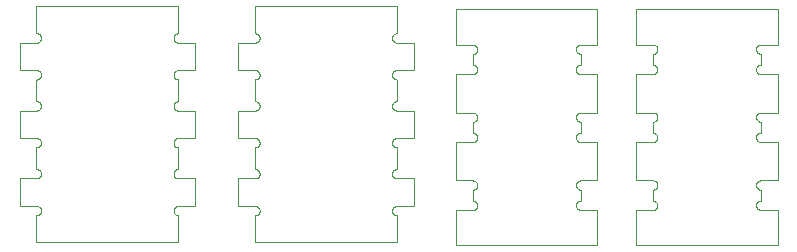
<source format=gbr>
%TF.GenerationSoftware,KiCad,Pcbnew,(6.0.8-1)-1*%
%TF.CreationDate,2022-10-27T19:18:13-07:00*%
%TF.ProjectId,Mini-Box,4d696e69-2d42-46f7-982e-6b696361645f,rev?*%
%TF.SameCoordinates,Original*%
%TF.FileFunction,Profile,NP*%
%FSLAX46Y46*%
G04 Gerber Fmt 4.6, Leading zero omitted, Abs format (unit mm)*
G04 Created by KiCad (PCBNEW (6.0.8-1)-1) date 2022-10-27 19:18:13*
%MOMM*%
%LPD*%
G01*
G04 APERTURE LIST*
%TA.AperFunction,Profile*%
%ADD10C,0.100000*%
%TD*%
G04 APERTURE END LIST*
D10*
X16170000Y-178420000D02*
X16170000Y-180670000D01*
X16170000Y-184170000D02*
X16170000Y-186420000D01*
X16170000Y-189920000D02*
X16170000Y-192170000D01*
X48100000Y-175295000D02*
X48100000Y-177590000D01*
X36100000Y-175295000D02*
X48100000Y-175295000D01*
X36100000Y-177590000D02*
X36100000Y-175295000D01*
X36113634Y-177590235D02*
X36100000Y-177590000D01*
X36127252Y-177590941D02*
X36113634Y-177590235D01*
X36140837Y-177592117D02*
X36127252Y-177590941D01*
X36154373Y-177593760D02*
X36140837Y-177592117D01*
X36167845Y-177595870D02*
X36154373Y-177593760D01*
X36181236Y-177598444D02*
X36167845Y-177595870D01*
X36194530Y-177601478D02*
X36181236Y-177598444D01*
X36207711Y-177604969D02*
X36194530Y-177601478D01*
X36220764Y-177608914D02*
X36207711Y-177604969D01*
X36233673Y-177613306D02*
X36220764Y-177608914D01*
X36246423Y-177618141D02*
X36233673Y-177613306D01*
X36258998Y-177623414D02*
X36246423Y-177618141D01*
X36271384Y-177629117D02*
X36258998Y-177623414D01*
X36283566Y-177635245D02*
X36271384Y-177629117D01*
X36295528Y-177641789D02*
X36283566Y-177635245D01*
X36307258Y-177648743D02*
X36295528Y-177641789D01*
X36318741Y-177656097D02*
X36307258Y-177648743D01*
X36329963Y-177663843D02*
X36318741Y-177656097D01*
X36340911Y-177671972D02*
X36329963Y-177663843D01*
X36351572Y-177680474D02*
X36340911Y-177671972D01*
X36361933Y-177689338D02*
X36351572Y-177680474D01*
X36371982Y-177698555D02*
X36361933Y-177689338D01*
X36381707Y-177708114D02*
X36371982Y-177698555D01*
X36391097Y-177718002D02*
X36381707Y-177708114D01*
X36400139Y-177728209D02*
X36391097Y-177718002D01*
X36408823Y-177738722D02*
X36400139Y-177728209D01*
X36417140Y-177749528D02*
X36408823Y-177738722D01*
X36425079Y-177760614D02*
X36417140Y-177749528D01*
X36432630Y-177771969D02*
X36425079Y-177760614D01*
X36439785Y-177783577D02*
X36432630Y-177771969D01*
X36446535Y-177795425D02*
X36439785Y-177783577D01*
X36452871Y-177807499D02*
X36446535Y-177795425D01*
X36458788Y-177819784D02*
X36452871Y-177807499D01*
X36464277Y-177832267D02*
X36458788Y-177819784D01*
X36469331Y-177844931D02*
X36464277Y-177832267D01*
X36473946Y-177857762D02*
X36469331Y-177844931D01*
X36478115Y-177870745D02*
X36473946Y-177857762D01*
X36481833Y-177883865D02*
X36478115Y-177870745D01*
X36485097Y-177897104D02*
X36481833Y-177883865D01*
X36487901Y-177910449D02*
X36485097Y-177897104D01*
X36490243Y-177923882D02*
X36487901Y-177910449D01*
X36492120Y-177937388D02*
X36490243Y-177923882D01*
X36493530Y-177950951D02*
X36492120Y-177937388D01*
X36494470Y-177964554D02*
X36493530Y-177950951D01*
X36494941Y-177978182D02*
X36494470Y-177964554D01*
X36494941Y-177991818D02*
X36494941Y-177978182D01*
X36494470Y-178005446D02*
X36494941Y-177991818D01*
X36493530Y-178019049D02*
X36494470Y-178005446D01*
X36492120Y-178032612D02*
X36493530Y-178019049D01*
X36490243Y-178046118D02*
X36492120Y-178032612D01*
X36487901Y-178059551D02*
X36490243Y-178046118D01*
X36485097Y-178072896D02*
X36487901Y-178059551D01*
X36481833Y-178086135D02*
X36485097Y-178072896D01*
X36478115Y-178099255D02*
X36481833Y-178086135D01*
X36473946Y-178112238D02*
X36478115Y-178099255D01*
X36469331Y-178125069D02*
X36473946Y-178112238D01*
X36464277Y-178137733D02*
X36469331Y-178125069D01*
X36458788Y-178150216D02*
X36464277Y-178137733D01*
X36452871Y-178162501D02*
X36458788Y-178150216D01*
X36446535Y-178174575D02*
X36452871Y-178162501D01*
X36439785Y-178186423D02*
X36446535Y-178174575D01*
X36432630Y-178198031D02*
X36439785Y-178186423D01*
X36425079Y-178209386D02*
X36432630Y-178198031D01*
X36417140Y-178220472D02*
X36425079Y-178209386D01*
X36408823Y-178231278D02*
X36417140Y-178220472D01*
X36400139Y-178241791D02*
X36408823Y-178231278D01*
X36391097Y-178251998D02*
X36400139Y-178241791D01*
X36381707Y-178261886D02*
X36391097Y-178251998D01*
X36371982Y-178271445D02*
X36381707Y-178261886D01*
X36361933Y-178280662D02*
X36371982Y-178271445D01*
X36351572Y-178289527D02*
X36361933Y-178280662D01*
X36340911Y-178298028D02*
X36351572Y-178289527D01*
X36329963Y-178306157D02*
X36340911Y-178298028D01*
X36318741Y-178313903D02*
X36329963Y-178306157D01*
X36307258Y-178321257D02*
X36318741Y-178313903D01*
X36295528Y-178328211D02*
X36307258Y-178321257D01*
X36283566Y-178334755D02*
X36295528Y-178328211D01*
X36271384Y-178340883D02*
X36283566Y-178334755D01*
X36258998Y-178346586D02*
X36271384Y-178340883D01*
X36246423Y-178351859D02*
X36258998Y-178346586D01*
X36233673Y-178356694D02*
X36246423Y-178351859D01*
X36220764Y-178361086D02*
X36233673Y-178356694D01*
X36207711Y-178365031D02*
X36220764Y-178361086D01*
X36194530Y-178368522D02*
X36207711Y-178365031D01*
X36181236Y-178371556D02*
X36194530Y-178368522D01*
X36167845Y-178374130D02*
X36181236Y-178371556D01*
X36154373Y-178376240D02*
X36167845Y-178374130D01*
X36140837Y-178377883D02*
X36154373Y-178376240D01*
X36127251Y-178379059D02*
X36140837Y-178377883D01*
X36113634Y-178379765D02*
X36127251Y-178379059D01*
X36100000Y-178380000D02*
X36113634Y-178379765D01*
X34670000Y-178380000D02*
X36100000Y-178380000D01*
X34670000Y-180710000D02*
X34670000Y-178380000D01*
X36100000Y-180710000D02*
X34670000Y-180710000D01*
X36113634Y-180710235D02*
X36100000Y-180710000D01*
X36127251Y-180710941D02*
X36113634Y-180710235D01*
X36140837Y-180712117D02*
X36127251Y-180710941D01*
X36154373Y-180713760D02*
X36140837Y-180712117D01*
X36167845Y-180715870D02*
X36154373Y-180713760D01*
X36181236Y-180718444D02*
X36167845Y-180715870D01*
X36194530Y-180721478D02*
X36181236Y-180718444D01*
X36207711Y-180724969D02*
X36194530Y-180721478D01*
X36220764Y-180728914D02*
X36207711Y-180724969D01*
X36233673Y-180733306D02*
X36220764Y-180728914D01*
X36246423Y-180738141D02*
X36233673Y-180733306D01*
X36258998Y-180743414D02*
X36246423Y-180738141D01*
X36271384Y-180749117D02*
X36258998Y-180743414D01*
X36283566Y-180755245D02*
X36271384Y-180749117D01*
X36295528Y-180761789D02*
X36283566Y-180755245D01*
X36307258Y-180768743D02*
X36295528Y-180761789D01*
X36318741Y-180776097D02*
X36307258Y-180768743D01*
X36329963Y-180783843D02*
X36318741Y-180776097D01*
X36340911Y-180791972D02*
X36329963Y-180783843D01*
X36351572Y-180800474D02*
X36340911Y-180791972D01*
X36361933Y-180809338D02*
X36351572Y-180800474D01*
X36371982Y-180818555D02*
X36361933Y-180809338D01*
X36381707Y-180828114D02*
X36371982Y-180818555D01*
X36391097Y-180838002D02*
X36381707Y-180828114D01*
X36400139Y-180848209D02*
X36391097Y-180838002D01*
X36408823Y-180858722D02*
X36400139Y-180848209D01*
X36417140Y-180869528D02*
X36408823Y-180858722D01*
X36425079Y-180880614D02*
X36417140Y-180869528D01*
X36432630Y-180891969D02*
X36425079Y-180880614D01*
X36439785Y-180903577D02*
X36432630Y-180891969D01*
X36446535Y-180915425D02*
X36439785Y-180903577D01*
X36452871Y-180927499D02*
X36446535Y-180915425D01*
X36458788Y-180939784D02*
X36452871Y-180927499D01*
X36464277Y-180952267D02*
X36458788Y-180939784D01*
X36469331Y-180964931D02*
X36464277Y-180952267D01*
X36473946Y-180977762D02*
X36469331Y-180964931D01*
X36478115Y-180990745D02*
X36473946Y-180977762D01*
X36481833Y-181003865D02*
X36478115Y-180990745D01*
X36485097Y-181017104D02*
X36481833Y-181003865D01*
X36487901Y-181030449D02*
X36485097Y-181017104D01*
X36490243Y-181043882D02*
X36487901Y-181030449D01*
X36492120Y-181057388D02*
X36490243Y-181043882D01*
X36493530Y-181070951D02*
X36492120Y-181057388D01*
X36494470Y-181084554D02*
X36493530Y-181070951D01*
X36494941Y-181098182D02*
X36494470Y-181084554D01*
X36494941Y-181111818D02*
X36494941Y-181098182D01*
X36494470Y-181125446D02*
X36494941Y-181111818D01*
X36493530Y-181139049D02*
X36494470Y-181125446D01*
X36492120Y-181152612D02*
X36493530Y-181139049D01*
X36490243Y-181166118D02*
X36492120Y-181152612D01*
X36487901Y-181179551D02*
X36490243Y-181166118D01*
X36485097Y-181192896D02*
X36487901Y-181179551D01*
X36481833Y-181206135D02*
X36485097Y-181192896D01*
X36478115Y-181219255D02*
X36481833Y-181206135D01*
X36473946Y-181232238D02*
X36478115Y-181219255D01*
X36469331Y-181245069D02*
X36473946Y-181232238D01*
X36464277Y-181257733D02*
X36469331Y-181245069D01*
X36458788Y-181270216D02*
X36464277Y-181257733D01*
X36452871Y-181282501D02*
X36458788Y-181270216D01*
X36446535Y-181294575D02*
X36452871Y-181282501D01*
X36439785Y-181306423D02*
X36446535Y-181294575D01*
X36432630Y-181318031D02*
X36439785Y-181306423D01*
X36425079Y-181329386D02*
X36432630Y-181318031D01*
X36417140Y-181340472D02*
X36425079Y-181329386D01*
X36408823Y-181351278D02*
X36417140Y-181340472D01*
X36400139Y-181361791D02*
X36408823Y-181351278D01*
X36391097Y-181371998D02*
X36400139Y-181361791D01*
X36381707Y-181381886D02*
X36391097Y-181371998D01*
X36371982Y-181391445D02*
X36381707Y-181381886D01*
X36361933Y-181400662D02*
X36371982Y-181391445D01*
X36351572Y-181409527D02*
X36361933Y-181400662D01*
X36340911Y-181418028D02*
X36351572Y-181409527D01*
X36329963Y-181426157D02*
X36340911Y-181418028D01*
X36318741Y-181433903D02*
X36329963Y-181426157D01*
X36307258Y-181441257D02*
X36318741Y-181433903D01*
X36295528Y-181448211D02*
X36307258Y-181441257D01*
X36283566Y-181454755D02*
X36295528Y-181448211D01*
X36271384Y-181460883D02*
X36283566Y-181454755D01*
X36258998Y-181466586D02*
X36271384Y-181460883D01*
X36246423Y-181471859D02*
X36258998Y-181466586D01*
X36233673Y-181476694D02*
X36246423Y-181471859D01*
X36220764Y-181481086D02*
X36233673Y-181476694D01*
X36207711Y-181485031D02*
X36220764Y-181481086D01*
X36194530Y-181488522D02*
X36207711Y-181485031D01*
X36181236Y-181491556D02*
X36194530Y-181488522D01*
X36167845Y-181494130D02*
X36181236Y-181491556D01*
X36154373Y-181496240D02*
X36167845Y-181494130D01*
X36140837Y-181497883D02*
X36154373Y-181496240D01*
X36127251Y-181499059D02*
X36140837Y-181497883D01*
X36113634Y-181499765D02*
X36127251Y-181499059D01*
X36100000Y-181500000D02*
X36113634Y-181499765D01*
X36100000Y-183340000D02*
X36100000Y-181500000D01*
X36113634Y-183340235D02*
X36100000Y-183340000D01*
X36127252Y-183340941D02*
X36113634Y-183340235D01*
X36140837Y-183342117D02*
X36127252Y-183340941D01*
X36154373Y-183343760D02*
X36140837Y-183342117D01*
X36167845Y-183345870D02*
X36154373Y-183343760D01*
X36181236Y-183348444D02*
X36167845Y-183345870D01*
X36194530Y-183351478D02*
X36181236Y-183348444D01*
X36207711Y-183354969D02*
X36194530Y-183351478D01*
X36220764Y-183358914D02*
X36207711Y-183354969D01*
X36233673Y-183363306D02*
X36220764Y-183358914D01*
X36246423Y-183368141D02*
X36233673Y-183363306D01*
X36258998Y-183373414D02*
X36246423Y-183368141D01*
X36271384Y-183379117D02*
X36258998Y-183373414D01*
X36283566Y-183385245D02*
X36271384Y-183379117D01*
X36295528Y-183391789D02*
X36283566Y-183385245D01*
X36307258Y-183398743D02*
X36295528Y-183391789D01*
X36318741Y-183406097D02*
X36307258Y-183398743D01*
X36329963Y-183413843D02*
X36318741Y-183406097D01*
X36340911Y-183421972D02*
X36329963Y-183413843D01*
X36351572Y-183430474D02*
X36340911Y-183421972D01*
X36361933Y-183439338D02*
X36351572Y-183430474D01*
X36371982Y-183448555D02*
X36361933Y-183439338D01*
X36381707Y-183458114D02*
X36371982Y-183448555D01*
X36391097Y-183468002D02*
X36381707Y-183458114D01*
X36400139Y-183478209D02*
X36391097Y-183468002D01*
X36408823Y-183488722D02*
X36400139Y-183478209D01*
X36417140Y-183499528D02*
X36408823Y-183488722D01*
X36425079Y-183510614D02*
X36417140Y-183499528D01*
X36432630Y-183521969D02*
X36425079Y-183510614D01*
X36439785Y-183533577D02*
X36432630Y-183521969D01*
X36446535Y-183545425D02*
X36439785Y-183533577D01*
X36452871Y-183557499D02*
X36446535Y-183545425D01*
X36458788Y-183569784D02*
X36452871Y-183557499D01*
X36464277Y-183582267D02*
X36458788Y-183569784D01*
X36469331Y-183594931D02*
X36464277Y-183582267D01*
X36473946Y-183607762D02*
X36469331Y-183594931D01*
X36478115Y-183620745D02*
X36473946Y-183607762D01*
X36481833Y-183633865D02*
X36478115Y-183620745D01*
X36485097Y-183647104D02*
X36481833Y-183633865D01*
X36487901Y-183660449D02*
X36485097Y-183647104D01*
X36490243Y-183673882D02*
X36487901Y-183660449D01*
X36492120Y-183687388D02*
X36490243Y-183673882D01*
X36493530Y-183700951D02*
X36492120Y-183687388D01*
X36494470Y-183714554D02*
X36493530Y-183700951D01*
X36494941Y-183728182D02*
X36494470Y-183714554D01*
X36494941Y-183741818D02*
X36494941Y-183728182D01*
X36494470Y-183755446D02*
X36494941Y-183741818D01*
X36493530Y-183769049D02*
X36494470Y-183755446D01*
X36492120Y-183782612D02*
X36493530Y-183769049D01*
X36490243Y-183796118D02*
X36492120Y-183782612D01*
X36487901Y-183809551D02*
X36490243Y-183796118D01*
X36485097Y-183822896D02*
X36487901Y-183809551D01*
X36481833Y-183836135D02*
X36485097Y-183822896D01*
X36478115Y-183849255D02*
X36481833Y-183836135D01*
X36473946Y-183862238D02*
X36478115Y-183849255D01*
X36469331Y-183875069D02*
X36473946Y-183862238D01*
X36464277Y-183887733D02*
X36469331Y-183875069D01*
X36458788Y-183900216D02*
X36464277Y-183887733D01*
X36452871Y-183912501D02*
X36458788Y-183900216D01*
X36446535Y-183924575D02*
X36452871Y-183912501D01*
X36439785Y-183936423D02*
X36446535Y-183924575D01*
X36432630Y-183948031D02*
X36439785Y-183936423D01*
X36425079Y-183959386D02*
X36432630Y-183948031D01*
X36417140Y-183970472D02*
X36425079Y-183959386D01*
X36408823Y-183981278D02*
X36417140Y-183970472D01*
X36400139Y-183991791D02*
X36408823Y-183981278D01*
X36391097Y-184001998D02*
X36400139Y-183991791D01*
X36381707Y-184011886D02*
X36391097Y-184001998D01*
X36371982Y-184021445D02*
X36381707Y-184011886D01*
X36361933Y-184030662D02*
X36371982Y-184021445D01*
X36351572Y-184039527D02*
X36361933Y-184030662D01*
X36340911Y-184048028D02*
X36351572Y-184039527D01*
X36329963Y-184056157D02*
X36340911Y-184048028D01*
X36318741Y-184063903D02*
X36329963Y-184056157D01*
X36307258Y-184071257D02*
X36318741Y-184063903D01*
X36295528Y-184078211D02*
X36307258Y-184071257D01*
X36283566Y-184084755D02*
X36295528Y-184078211D01*
X36271384Y-184090883D02*
X36283566Y-184084755D01*
X36258998Y-184096586D02*
X36271384Y-184090883D01*
X36246423Y-184101859D02*
X36258998Y-184096586D01*
X36233673Y-184106694D02*
X36246423Y-184101859D01*
X36220764Y-184111086D02*
X36233673Y-184106694D01*
X36207711Y-184115031D02*
X36220764Y-184111086D01*
X36194530Y-184118522D02*
X36207711Y-184115031D01*
X36181236Y-184121556D02*
X36194530Y-184118522D01*
X36167845Y-184124130D02*
X36181236Y-184121556D01*
X36154373Y-184126240D02*
X36167845Y-184124130D01*
X36140837Y-184127883D02*
X36154373Y-184126240D01*
X36127251Y-184129059D02*
X36140837Y-184127883D01*
X36113634Y-184129765D02*
X36127251Y-184129059D01*
X36100000Y-184130000D02*
X36113634Y-184129765D01*
X34670000Y-184130000D02*
X36100000Y-184130000D01*
X34670000Y-186460000D02*
X34670000Y-184130000D01*
X36100000Y-186460000D02*
X34670000Y-186460000D01*
X36113634Y-186460235D02*
X36100000Y-186460000D01*
X36127251Y-186460941D02*
X36113634Y-186460235D01*
X36140837Y-186462117D02*
X36127251Y-186460941D01*
X36154373Y-186463760D02*
X36140837Y-186462117D01*
X36167845Y-186465870D02*
X36154373Y-186463760D01*
X36181236Y-186468444D02*
X36167845Y-186465870D01*
X36194530Y-186471478D02*
X36181236Y-186468444D01*
X36207711Y-186474969D02*
X36194530Y-186471478D01*
X36220764Y-186478914D02*
X36207711Y-186474969D01*
X36233673Y-186483306D02*
X36220764Y-186478914D01*
X36246423Y-186488141D02*
X36233673Y-186483306D01*
X36258998Y-186493414D02*
X36246423Y-186488141D01*
X36271384Y-186499117D02*
X36258998Y-186493414D01*
X36283566Y-186505245D02*
X36271384Y-186499117D01*
X36295528Y-186511789D02*
X36283566Y-186505245D01*
X36307258Y-186518743D02*
X36295528Y-186511789D01*
X36318741Y-186526097D02*
X36307258Y-186518743D01*
X36329963Y-186533843D02*
X36318741Y-186526097D01*
X36340911Y-186541972D02*
X36329963Y-186533843D01*
X36351572Y-186550474D02*
X36340911Y-186541972D01*
X36361933Y-186559338D02*
X36351572Y-186550474D01*
X36371982Y-186568555D02*
X36361933Y-186559338D01*
X36381707Y-186578114D02*
X36371982Y-186568555D01*
X36391097Y-186588002D02*
X36381707Y-186578114D01*
X36400139Y-186598209D02*
X36391097Y-186588002D01*
X36408823Y-186608722D02*
X36400139Y-186598209D01*
X36417140Y-186619528D02*
X36408823Y-186608722D01*
X36425079Y-186630614D02*
X36417140Y-186619528D01*
X36432630Y-186641969D02*
X36425079Y-186630614D01*
X36439785Y-186653577D02*
X36432630Y-186641969D01*
X36446535Y-186665425D02*
X36439785Y-186653577D01*
X36452871Y-186677499D02*
X36446535Y-186665425D01*
X36458788Y-186689784D02*
X36452871Y-186677499D01*
X36464277Y-186702267D02*
X36458788Y-186689784D01*
X36469331Y-186714931D02*
X36464277Y-186702267D01*
X36473946Y-186727762D02*
X36469331Y-186714931D01*
X36478115Y-186740745D02*
X36473946Y-186727762D01*
X36481833Y-186753865D02*
X36478115Y-186740745D01*
X36485097Y-186767104D02*
X36481833Y-186753865D01*
X36487901Y-186780449D02*
X36485097Y-186767104D01*
X36490243Y-186793882D02*
X36487901Y-186780449D01*
X36492120Y-186807388D02*
X36490243Y-186793882D01*
X36493530Y-186820951D02*
X36492120Y-186807388D01*
X36494470Y-186834554D02*
X36493530Y-186820951D01*
X36494941Y-186848182D02*
X36494470Y-186834554D01*
X36494941Y-186861818D02*
X36494941Y-186848182D01*
X36494470Y-186875446D02*
X36494941Y-186861818D01*
X36493530Y-186889049D02*
X36494470Y-186875446D01*
X36492120Y-186902612D02*
X36493530Y-186889049D01*
X36490243Y-186916118D02*
X36492120Y-186902612D01*
X36487901Y-186929551D02*
X36490243Y-186916118D01*
X36485097Y-186942896D02*
X36487901Y-186929551D01*
X36481833Y-186956135D02*
X36485097Y-186942896D01*
X36478115Y-186969255D02*
X36481833Y-186956135D01*
X36473946Y-186982238D02*
X36478115Y-186969255D01*
X36469331Y-186995069D02*
X36473946Y-186982238D01*
X36464277Y-187007733D02*
X36469331Y-186995069D01*
X36458788Y-187020216D02*
X36464277Y-187007733D01*
X36452871Y-187032501D02*
X36458788Y-187020216D01*
X36446535Y-187044575D02*
X36452871Y-187032501D01*
X36439785Y-187056423D02*
X36446535Y-187044575D01*
X36432630Y-187068031D02*
X36439785Y-187056423D01*
X36425079Y-187079386D02*
X36432630Y-187068031D01*
X36417140Y-187090472D02*
X36425079Y-187079386D01*
X36408823Y-187101278D02*
X36417140Y-187090472D01*
X36400139Y-187111791D02*
X36408823Y-187101278D01*
X36391097Y-187121998D02*
X36400139Y-187111791D01*
X36381707Y-187131886D02*
X36391097Y-187121998D01*
X36371982Y-187141445D02*
X36381707Y-187131886D01*
X36361933Y-187150662D02*
X36371982Y-187141445D01*
X36351572Y-187159527D02*
X36361933Y-187150662D01*
X36340911Y-187168028D02*
X36351572Y-187159527D01*
X36329963Y-187176157D02*
X36340911Y-187168028D01*
X36318741Y-187183903D02*
X36329963Y-187176157D01*
X36307258Y-187191257D02*
X36318741Y-187183903D01*
X36295528Y-187198211D02*
X36307258Y-187191257D01*
X36283566Y-187204755D02*
X36295528Y-187198211D01*
X36271384Y-187210883D02*
X36283566Y-187204755D01*
X36258998Y-187216586D02*
X36271384Y-187210883D01*
X36246423Y-187221859D02*
X36258998Y-187216586D01*
X36233673Y-187226694D02*
X36246423Y-187221859D01*
X36220764Y-187231086D02*
X36233673Y-187226694D01*
X36207711Y-187235031D02*
X36220764Y-187231086D01*
X36194530Y-187238522D02*
X36207711Y-187235031D01*
X36181236Y-187241556D02*
X36194530Y-187238522D01*
X36167845Y-187244130D02*
X36181236Y-187241556D01*
X36154373Y-187246240D02*
X36167845Y-187244130D01*
X36140837Y-187247883D02*
X36154373Y-187246240D01*
X36127251Y-187249059D02*
X36140837Y-187247883D01*
X36113634Y-187249765D02*
X36127251Y-187249059D01*
X36100000Y-187250000D02*
X36113634Y-187249765D01*
X36100000Y-189090000D02*
X36100000Y-187250000D01*
X36113634Y-189090235D02*
X36100000Y-189090000D01*
X36127252Y-189090941D02*
X36113634Y-189090235D01*
X36140837Y-189092117D02*
X36127252Y-189090941D01*
X36154373Y-189093760D02*
X36140837Y-189092117D01*
X36167845Y-189095870D02*
X36154373Y-189093760D01*
X36181236Y-189098444D02*
X36167845Y-189095870D01*
X36194530Y-189101478D02*
X36181236Y-189098444D01*
X36207711Y-189104969D02*
X36194530Y-189101478D01*
X36220764Y-189108914D02*
X36207711Y-189104969D01*
X36233673Y-189113306D02*
X36220764Y-189108914D01*
X36246423Y-189118141D02*
X36233673Y-189113306D01*
X36258998Y-189123414D02*
X36246423Y-189118141D01*
X36271384Y-189129117D02*
X36258998Y-189123414D01*
X36283566Y-189135245D02*
X36271384Y-189129117D01*
X36295528Y-189141789D02*
X36283566Y-189135245D01*
X36307258Y-189148743D02*
X36295528Y-189141789D01*
X36318741Y-189156097D02*
X36307258Y-189148743D01*
X36329963Y-189163843D02*
X36318741Y-189156097D01*
X36340911Y-189171972D02*
X36329963Y-189163843D01*
X36351572Y-189180474D02*
X36340911Y-189171972D01*
X36361933Y-189189338D02*
X36351572Y-189180474D01*
X36371982Y-189198555D02*
X36361933Y-189189338D01*
X36381707Y-189208114D02*
X36371982Y-189198555D01*
X36391097Y-189218002D02*
X36381707Y-189208114D01*
X36400139Y-189228209D02*
X36391097Y-189218002D01*
X36408823Y-189238722D02*
X36400139Y-189228209D01*
X36417140Y-189249528D02*
X36408823Y-189238722D01*
X36425079Y-189260614D02*
X36417140Y-189249528D01*
X36432630Y-189271969D02*
X36425079Y-189260614D01*
X36439785Y-189283577D02*
X36432630Y-189271969D01*
X36446535Y-189295425D02*
X36439785Y-189283577D01*
X36452871Y-189307499D02*
X36446535Y-189295425D01*
X36458788Y-189319784D02*
X36452871Y-189307499D01*
X36464277Y-189332267D02*
X36458788Y-189319784D01*
X36469331Y-189344931D02*
X36464277Y-189332267D01*
X36473946Y-189357762D02*
X36469331Y-189344931D01*
X36478115Y-189370745D02*
X36473946Y-189357762D01*
X36481833Y-189383865D02*
X36478115Y-189370745D01*
X36485097Y-189397104D02*
X36481833Y-189383865D01*
X36487901Y-189410449D02*
X36485097Y-189397104D01*
X36490243Y-189423882D02*
X36487901Y-189410449D01*
X36492120Y-189437388D02*
X36490243Y-189423882D01*
X36493530Y-189450951D02*
X36492120Y-189437388D01*
X36494470Y-189464554D02*
X36493530Y-189450951D01*
X36494941Y-189478182D02*
X36494470Y-189464554D01*
X36494941Y-189491818D02*
X36494941Y-189478182D01*
X36494470Y-189505446D02*
X36494941Y-189491818D01*
X36493530Y-189519049D02*
X36494470Y-189505446D01*
X36492120Y-189532612D02*
X36493530Y-189519049D01*
X36490243Y-189546118D02*
X36492120Y-189532612D01*
X36487901Y-189559551D02*
X36490243Y-189546118D01*
X36485097Y-189572896D02*
X36487901Y-189559551D01*
X36481833Y-189586135D02*
X36485097Y-189572896D01*
X36478115Y-189599255D02*
X36481833Y-189586135D01*
X36473946Y-189612238D02*
X36478115Y-189599255D01*
X36469331Y-189625069D02*
X36473946Y-189612238D01*
X36464277Y-189637733D02*
X36469331Y-189625069D01*
X36458788Y-189650216D02*
X36464277Y-189637733D01*
X36452871Y-189662501D02*
X36458788Y-189650216D01*
X36446535Y-189674575D02*
X36452871Y-189662501D01*
X36439785Y-189686423D02*
X36446535Y-189674575D01*
X36432630Y-189698031D02*
X36439785Y-189686423D01*
X36425079Y-189709386D02*
X36432630Y-189698031D01*
X36417140Y-189720472D02*
X36425079Y-189709386D01*
X36408823Y-189731278D02*
X36417140Y-189720472D01*
X36400139Y-189741791D02*
X36408823Y-189731278D01*
X36391097Y-189751998D02*
X36400139Y-189741791D01*
X36381707Y-189761886D02*
X36391097Y-189751998D01*
X36371982Y-189771445D02*
X36381707Y-189761886D01*
X36361933Y-189780662D02*
X36371982Y-189771445D01*
X36351572Y-189789527D02*
X36361933Y-189780662D01*
X36340911Y-189798028D02*
X36351572Y-189789527D01*
X36329963Y-189806157D02*
X36340911Y-189798028D01*
X36318741Y-189813903D02*
X36329963Y-189806157D01*
X36307258Y-189821257D02*
X36318741Y-189813903D01*
X36295528Y-189828211D02*
X36307258Y-189821257D01*
X36283566Y-189834755D02*
X36295528Y-189828211D01*
X36271384Y-189840883D02*
X36283566Y-189834755D01*
X36258998Y-189846586D02*
X36271384Y-189840883D01*
X36246423Y-189851859D02*
X36258998Y-189846586D01*
X36233673Y-189856694D02*
X36246423Y-189851859D01*
X36220764Y-189861086D02*
X36233673Y-189856694D01*
X36207711Y-189865031D02*
X36220764Y-189861086D01*
X36194530Y-189868522D02*
X36207711Y-189865031D01*
X36181236Y-189871556D02*
X36194530Y-189868522D01*
X36167845Y-189874130D02*
X36181236Y-189871556D01*
X36154373Y-189876240D02*
X36167845Y-189874130D01*
X36140837Y-189877883D02*
X36154373Y-189876240D01*
X36127251Y-189879059D02*
X36140837Y-189877883D01*
X36113634Y-189879765D02*
X36127251Y-189879059D01*
X36100000Y-189880000D02*
X36113634Y-189879765D01*
X34670000Y-189880000D02*
X36100000Y-189880000D01*
X34670000Y-192210000D02*
X34670000Y-189880000D01*
X36100000Y-192210000D02*
X34670000Y-192210000D01*
X36113634Y-192210235D02*
X36100000Y-192210000D01*
X36127251Y-192210941D02*
X36113634Y-192210235D01*
X36140837Y-192212117D02*
X36127251Y-192210941D01*
X36154373Y-192213760D02*
X36140837Y-192212117D01*
X36167845Y-192215870D02*
X36154373Y-192213760D01*
X36181236Y-192218444D02*
X36167845Y-192215870D01*
X36194530Y-192221478D02*
X36181236Y-192218444D01*
X36207711Y-192224969D02*
X36194530Y-192221478D01*
X36220764Y-192228914D02*
X36207711Y-192224969D01*
X36233673Y-192233306D02*
X36220764Y-192228914D01*
X36246423Y-192238141D02*
X36233673Y-192233306D01*
X36258998Y-192243414D02*
X36246423Y-192238141D01*
X36271384Y-192249117D02*
X36258998Y-192243414D01*
X36283566Y-192255245D02*
X36271384Y-192249117D01*
X36295528Y-192261789D02*
X36283566Y-192255245D01*
X36307258Y-192268743D02*
X36295528Y-192261789D01*
X36318741Y-192276097D02*
X36307258Y-192268743D01*
X36329963Y-192283843D02*
X36318741Y-192276097D01*
X36340911Y-192291972D02*
X36329963Y-192283843D01*
X36351572Y-192300474D02*
X36340911Y-192291972D01*
X36361933Y-192309338D02*
X36351572Y-192300474D01*
X36371982Y-192318555D02*
X36361933Y-192309338D01*
X36381707Y-192328114D02*
X36371982Y-192318555D01*
X36391097Y-192338002D02*
X36381707Y-192328114D01*
X36400139Y-192348209D02*
X36391097Y-192338002D01*
X36408823Y-192358722D02*
X36400139Y-192348209D01*
X36417140Y-192369528D02*
X36408823Y-192358722D01*
X36425079Y-192380614D02*
X36417140Y-192369528D01*
X36432630Y-192391969D02*
X36425079Y-192380614D01*
X36439785Y-192403577D02*
X36432630Y-192391969D01*
X36446535Y-192415425D02*
X36439785Y-192403577D01*
X36452871Y-192427499D02*
X36446535Y-192415425D01*
X36458788Y-192439784D02*
X36452871Y-192427499D01*
X36464277Y-192452267D02*
X36458788Y-192439784D01*
X36469331Y-192464931D02*
X36464277Y-192452267D01*
X36473946Y-192477762D02*
X36469331Y-192464931D01*
X36478115Y-192490745D02*
X36473946Y-192477762D01*
X36481833Y-192503865D02*
X36478115Y-192490745D01*
X36485097Y-192517104D02*
X36481833Y-192503865D01*
X36487901Y-192530449D02*
X36485097Y-192517104D01*
X36490243Y-192543882D02*
X36487901Y-192530449D01*
X36492120Y-192557388D02*
X36490243Y-192543882D01*
X36493530Y-192570951D02*
X36492120Y-192557388D01*
X36494470Y-192584554D02*
X36493530Y-192570951D01*
X36494941Y-192598182D02*
X36494470Y-192584554D01*
X36494941Y-192611818D02*
X36494941Y-192598182D01*
X36494470Y-192625446D02*
X36494941Y-192611818D01*
X36493530Y-192639049D02*
X36494470Y-192625446D01*
X36492120Y-192652612D02*
X36493530Y-192639049D01*
X36490243Y-192666118D02*
X36492120Y-192652612D01*
X36487901Y-192679551D02*
X36490243Y-192666118D01*
X36485097Y-192692896D02*
X36487901Y-192679551D01*
X36481833Y-192706135D02*
X36485097Y-192692896D01*
X36478115Y-192719255D02*
X36481833Y-192706135D01*
X36473946Y-192732238D02*
X36478115Y-192719255D01*
X36469331Y-192745069D02*
X36473946Y-192732238D01*
X36464277Y-192757733D02*
X36469331Y-192745069D01*
X36458788Y-192770216D02*
X36464277Y-192757733D01*
X36452871Y-192782501D02*
X36458788Y-192770216D01*
X36446535Y-192794575D02*
X36452871Y-192782501D01*
X36439785Y-192806423D02*
X36446535Y-192794575D01*
X36432630Y-192818031D02*
X36439785Y-192806423D01*
X36425079Y-192829386D02*
X36432630Y-192818031D01*
X36417140Y-192840472D02*
X36425079Y-192829386D01*
X36408823Y-192851278D02*
X36417140Y-192840472D01*
X36400139Y-192861791D02*
X36408823Y-192851278D01*
X36391097Y-192871998D02*
X36400139Y-192861791D01*
X36381707Y-192881886D02*
X36391097Y-192871998D01*
X36371982Y-192891445D02*
X36381707Y-192881886D01*
X36361933Y-192900662D02*
X36371982Y-192891445D01*
X36351572Y-192909527D02*
X36361933Y-192900662D01*
X36340911Y-192918028D02*
X36351572Y-192909527D01*
X36329963Y-192926157D02*
X36340911Y-192918028D01*
X36318741Y-192933903D02*
X36329963Y-192926157D01*
X36307258Y-192941257D02*
X36318741Y-192933903D01*
X36295528Y-192948211D02*
X36307258Y-192941257D01*
X36283566Y-192954755D02*
X36295528Y-192948211D01*
X36271384Y-192960883D02*
X36283566Y-192954755D01*
X36258998Y-192966586D02*
X36271384Y-192960883D01*
X36246423Y-192971859D02*
X36258998Y-192966586D01*
X36233673Y-192976694D02*
X36246423Y-192971859D01*
X36220764Y-192981086D02*
X36233673Y-192976694D01*
X36207711Y-192985031D02*
X36220764Y-192981086D01*
X36194530Y-192988522D02*
X36207711Y-192985031D01*
X36181236Y-192991556D02*
X36194530Y-192988522D01*
X36167845Y-192994130D02*
X36181236Y-192991556D01*
X36154373Y-192996240D02*
X36167845Y-192994130D01*
X36140837Y-192997883D02*
X36154373Y-192996240D01*
X36127251Y-192999059D02*
X36140837Y-192997883D01*
X36113634Y-192999765D02*
X36127251Y-192999059D01*
X36100000Y-193000000D02*
X36113634Y-192999765D01*
X36100000Y-195295000D02*
X36100000Y-193000000D01*
X48100000Y-195295000D02*
X36100000Y-195295000D01*
X48100000Y-193000000D02*
X48100000Y-195295000D01*
X48086366Y-192999765D02*
X48100000Y-193000000D01*
X48072749Y-192999059D02*
X48086366Y-192999765D01*
X48059163Y-192997883D02*
X48072749Y-192999059D01*
X48045627Y-192996240D02*
X48059163Y-192997883D01*
X48032155Y-192994130D02*
X48045627Y-192996240D01*
X48018764Y-192991556D02*
X48032155Y-192994130D01*
X48005470Y-192988522D02*
X48018764Y-192991556D01*
X47992289Y-192985031D02*
X48005470Y-192988522D01*
X47979236Y-192981086D02*
X47992289Y-192985031D01*
X47966327Y-192976694D02*
X47979236Y-192981086D01*
X47953577Y-192971859D02*
X47966327Y-192976694D01*
X47941002Y-192966586D02*
X47953577Y-192971859D01*
X47928616Y-192960883D02*
X47941002Y-192966586D01*
X47916434Y-192954755D02*
X47928616Y-192960883D01*
X47904472Y-192948211D02*
X47916434Y-192954755D01*
X47892742Y-192941257D02*
X47904472Y-192948211D01*
X47881259Y-192933903D02*
X47892742Y-192941257D01*
X47870037Y-192926157D02*
X47881259Y-192933903D01*
X47859089Y-192918028D02*
X47870037Y-192926157D01*
X47848428Y-192909527D02*
X47859089Y-192918028D01*
X47838067Y-192900662D02*
X47848428Y-192909527D01*
X47828018Y-192891445D02*
X47838067Y-192900662D01*
X47818293Y-192881886D02*
X47828018Y-192891445D01*
X47808903Y-192871998D02*
X47818293Y-192881886D01*
X47799861Y-192861791D02*
X47808903Y-192871998D01*
X47791177Y-192851278D02*
X47799861Y-192861791D01*
X47782860Y-192840472D02*
X47791177Y-192851278D01*
X47774921Y-192829386D02*
X47782860Y-192840472D01*
X47767370Y-192818031D02*
X47774921Y-192829386D01*
X47760215Y-192806423D02*
X47767370Y-192818031D01*
X47753465Y-192794575D02*
X47760215Y-192806423D01*
X47747129Y-192782501D02*
X47753465Y-192794575D01*
X47741212Y-192770216D02*
X47747129Y-192782501D01*
X47735723Y-192757733D02*
X47741212Y-192770216D01*
X47730669Y-192745069D02*
X47735723Y-192757733D01*
X47726054Y-192732238D02*
X47730669Y-192745069D01*
X47721885Y-192719255D02*
X47726054Y-192732238D01*
X47718167Y-192706135D02*
X47721885Y-192719255D01*
X47714903Y-192692896D02*
X47718167Y-192706135D01*
X47712099Y-192679551D02*
X47714903Y-192692896D01*
X47709757Y-192666118D02*
X47712099Y-192679551D01*
X47707880Y-192652612D02*
X47709757Y-192666118D01*
X47706470Y-192639049D02*
X47707880Y-192652612D01*
X47705530Y-192625446D02*
X47706470Y-192639049D01*
X47705059Y-192611818D02*
X47705530Y-192625446D01*
X47705059Y-192598182D02*
X47705059Y-192611818D01*
X47705530Y-192584554D02*
X47705059Y-192598182D01*
X47706470Y-192570951D02*
X47705530Y-192584554D01*
X47707880Y-192557388D02*
X47706470Y-192570951D01*
X47709757Y-192543882D02*
X47707880Y-192557388D01*
X47712099Y-192530449D02*
X47709757Y-192543882D01*
X47714903Y-192517104D02*
X47712099Y-192530449D01*
X47718167Y-192503865D02*
X47714903Y-192517104D01*
X47721885Y-192490745D02*
X47718167Y-192503865D01*
X47726054Y-192477762D02*
X47721885Y-192490745D01*
X47730669Y-192464931D02*
X47726054Y-192477762D01*
X47735723Y-192452267D02*
X47730669Y-192464931D01*
X47741212Y-192439784D02*
X47735723Y-192452267D01*
X47747129Y-192427499D02*
X47741212Y-192439784D01*
X47753465Y-192415425D02*
X47747129Y-192427499D01*
X47760215Y-192403577D02*
X47753465Y-192415425D01*
X47767370Y-192391969D02*
X47760215Y-192403577D01*
X47774921Y-192380614D02*
X47767370Y-192391969D01*
X47782860Y-192369528D02*
X47774921Y-192380614D01*
X47791177Y-192358722D02*
X47782860Y-192369528D01*
X47799861Y-192348209D02*
X47791177Y-192358722D01*
X47808903Y-192338002D02*
X47799861Y-192348209D01*
X47818293Y-192328114D02*
X47808903Y-192338002D01*
X47828018Y-192318555D02*
X47818293Y-192328114D01*
X47838067Y-192309338D02*
X47828018Y-192318555D01*
X47848428Y-192300474D02*
X47838067Y-192309338D01*
X47859089Y-192291972D02*
X47848428Y-192300474D01*
X47870037Y-192283843D02*
X47859089Y-192291972D01*
X47881259Y-192276097D02*
X47870037Y-192283843D01*
X47892742Y-192268743D02*
X47881259Y-192276097D01*
X47904472Y-192261789D02*
X47892742Y-192268743D01*
X47916434Y-192255245D02*
X47904472Y-192261789D01*
X47928616Y-192249117D02*
X47916434Y-192255245D01*
X47941002Y-192243414D02*
X47928616Y-192249117D01*
X47953577Y-192238141D02*
X47941002Y-192243414D01*
X47966327Y-192233306D02*
X47953577Y-192238141D01*
X47979236Y-192228914D02*
X47966327Y-192233306D01*
X47992289Y-192224969D02*
X47979236Y-192228914D01*
X48005470Y-192221478D02*
X47992289Y-192224969D01*
X48018764Y-192218444D02*
X48005470Y-192221478D01*
X48032155Y-192215870D02*
X48018764Y-192218444D01*
X48045627Y-192213760D02*
X48032155Y-192215870D01*
X48059163Y-192212117D02*
X48045627Y-192213760D01*
X48072749Y-192210941D02*
X48059163Y-192212117D01*
X48086366Y-192210235D02*
X48072749Y-192210941D01*
X48100000Y-192210000D02*
X48086366Y-192210235D01*
X49530000Y-192210000D02*
X48100000Y-192210000D01*
X49530000Y-189880000D02*
X49530000Y-192210000D01*
X48100000Y-189880000D02*
X49530000Y-189880000D01*
X48086366Y-189879765D02*
X48100000Y-189880000D01*
X48072749Y-189879059D02*
X48086366Y-189879765D01*
X48059163Y-189877883D02*
X48072749Y-189879059D01*
X48045627Y-189876240D02*
X48059163Y-189877883D01*
X48032155Y-189874130D02*
X48045627Y-189876240D01*
X48018764Y-189871556D02*
X48032155Y-189874130D01*
X48005470Y-189868522D02*
X48018764Y-189871556D01*
X47992289Y-189865031D02*
X48005470Y-189868522D01*
X47979236Y-189861086D02*
X47992289Y-189865031D01*
X47966327Y-189856694D02*
X47979236Y-189861086D01*
X47953577Y-189851859D02*
X47966327Y-189856694D01*
X47941002Y-189846586D02*
X47953577Y-189851859D01*
X47928616Y-189840883D02*
X47941002Y-189846586D01*
X47916434Y-189834755D02*
X47928616Y-189840883D01*
X47904472Y-189828211D02*
X47916434Y-189834755D01*
X47892742Y-189821257D02*
X47904472Y-189828211D01*
X47881259Y-189813903D02*
X47892742Y-189821257D01*
X47870037Y-189806157D02*
X47881259Y-189813903D01*
X47859089Y-189798028D02*
X47870037Y-189806157D01*
X47848428Y-189789527D02*
X47859089Y-189798028D01*
X47838067Y-189780662D02*
X47848428Y-189789527D01*
X47828018Y-189771445D02*
X47838067Y-189780662D01*
X47818293Y-189761886D02*
X47828018Y-189771445D01*
X47808903Y-189751998D02*
X47818293Y-189761886D01*
X47799861Y-189741791D02*
X47808903Y-189751998D01*
X47791177Y-189731278D02*
X47799861Y-189741791D01*
X47782860Y-189720472D02*
X47791177Y-189731278D01*
X47774921Y-189709386D02*
X47782860Y-189720472D01*
X47767370Y-189698031D02*
X47774921Y-189709386D01*
X47760215Y-189686423D02*
X47767370Y-189698031D01*
X47753465Y-189674575D02*
X47760215Y-189686423D01*
X47747129Y-189662501D02*
X47753465Y-189674575D01*
X47741212Y-189650216D02*
X47747129Y-189662501D01*
X47735723Y-189637733D02*
X47741212Y-189650216D01*
X47730669Y-189625069D02*
X47735723Y-189637733D01*
X47726054Y-189612238D02*
X47730669Y-189625069D01*
X47721885Y-189599255D02*
X47726054Y-189612238D01*
X47718167Y-189586135D02*
X47721885Y-189599255D01*
X47714903Y-189572896D02*
X47718167Y-189586135D01*
X47712099Y-189559551D02*
X47714903Y-189572896D01*
X47709757Y-189546118D02*
X47712099Y-189559551D01*
X47707880Y-189532612D02*
X47709757Y-189546118D01*
X47706470Y-189519049D02*
X47707880Y-189532612D01*
X47705530Y-189505446D02*
X47706470Y-189519049D01*
X47705059Y-189491818D02*
X47705530Y-189505446D01*
X47705059Y-189478182D02*
X47705059Y-189491818D01*
X47705530Y-189464554D02*
X47705059Y-189478182D01*
X47706470Y-189450951D02*
X47705530Y-189464554D01*
X47707880Y-189437388D02*
X47706470Y-189450951D01*
X47709757Y-189423882D02*
X47707880Y-189437388D01*
X47712099Y-189410449D02*
X47709757Y-189423882D01*
X47714903Y-189397104D02*
X47712099Y-189410449D01*
X47718167Y-189383865D02*
X47714903Y-189397104D01*
X47721885Y-189370745D02*
X47718167Y-189383865D01*
X47726054Y-189357762D02*
X47721885Y-189370745D01*
X47730669Y-189344931D02*
X47726054Y-189357762D01*
X47735723Y-189332267D02*
X47730669Y-189344931D01*
X47741212Y-189319784D02*
X47735723Y-189332267D01*
X47747129Y-189307499D02*
X47741212Y-189319784D01*
X47753465Y-189295425D02*
X47747129Y-189307499D01*
X47760215Y-189283577D02*
X47753465Y-189295425D01*
X47767370Y-189271969D02*
X47760215Y-189283577D01*
X47774921Y-189260614D02*
X47767370Y-189271969D01*
X47782860Y-189249528D02*
X47774921Y-189260614D01*
X47791177Y-189238722D02*
X47782860Y-189249528D01*
X47799861Y-189228209D02*
X47791177Y-189238722D01*
X47808903Y-189218002D02*
X47799861Y-189228209D01*
X47818293Y-189208114D02*
X47808903Y-189218002D01*
X47828018Y-189198555D02*
X47818293Y-189208114D01*
X47838067Y-189189338D02*
X47828018Y-189198555D01*
X47848428Y-189180474D02*
X47838067Y-189189338D01*
X47859089Y-189171972D02*
X47848428Y-189180474D01*
X47870037Y-189163843D02*
X47859089Y-189171972D01*
X47881259Y-189156097D02*
X47870037Y-189163843D01*
X47892742Y-189148743D02*
X47881259Y-189156097D01*
X47904472Y-189141789D02*
X47892742Y-189148743D01*
X47916434Y-189135245D02*
X47904472Y-189141789D01*
X47928616Y-189129117D02*
X47916434Y-189135245D01*
X47941002Y-189123414D02*
X47928616Y-189129117D01*
X47953577Y-189118141D02*
X47941002Y-189123414D01*
X47966327Y-189113306D02*
X47953577Y-189118141D01*
X47979236Y-189108914D02*
X47966327Y-189113306D01*
X47992289Y-189104969D02*
X47979236Y-189108914D01*
X48005470Y-189101478D02*
X47992289Y-189104969D01*
X48018764Y-189098444D02*
X48005470Y-189101478D01*
X48032155Y-189095870D02*
X48018764Y-189098444D01*
X48045627Y-189093760D02*
X48032155Y-189095870D01*
X48059163Y-189092117D02*
X48045627Y-189093760D01*
X48072748Y-189090941D02*
X48059163Y-189092117D01*
X48086366Y-189090235D02*
X48072748Y-189090941D01*
X48100000Y-189090000D02*
X48086366Y-189090235D01*
X48100000Y-187250000D02*
X48100000Y-189090000D01*
X48086366Y-187249765D02*
X48100000Y-187250000D01*
X48072749Y-187249059D02*
X48086366Y-187249765D01*
X48059163Y-187247883D02*
X48072749Y-187249059D01*
X48045627Y-187246240D02*
X48059163Y-187247883D01*
X48032155Y-187244130D02*
X48045627Y-187246240D01*
X48018764Y-187241556D02*
X48032155Y-187244130D01*
X48005470Y-187238522D02*
X48018764Y-187241556D01*
X47992289Y-187235031D02*
X48005470Y-187238522D01*
X47979236Y-187231086D02*
X47992289Y-187235031D01*
X47966327Y-187226694D02*
X47979236Y-187231086D01*
X47953577Y-187221859D02*
X47966327Y-187226694D01*
X47941002Y-187216586D02*
X47953577Y-187221859D01*
X47928616Y-187210883D02*
X47941002Y-187216586D01*
X47916434Y-187204755D02*
X47928616Y-187210883D01*
X47904472Y-187198211D02*
X47916434Y-187204755D01*
X47892742Y-187191257D02*
X47904472Y-187198211D01*
X47881259Y-187183903D02*
X47892742Y-187191257D01*
X47870037Y-187176157D02*
X47881259Y-187183903D01*
X47859089Y-187168028D02*
X47870037Y-187176157D01*
X47848428Y-187159527D02*
X47859089Y-187168028D01*
X47838067Y-187150662D02*
X47848428Y-187159527D01*
X47828018Y-187141445D02*
X47838067Y-187150662D01*
X47818293Y-187131886D02*
X47828018Y-187141445D01*
X47808903Y-187121998D02*
X47818293Y-187131886D01*
X47799861Y-187111791D02*
X47808903Y-187121998D01*
X47791177Y-187101278D02*
X47799861Y-187111791D01*
X47782860Y-187090472D02*
X47791177Y-187101278D01*
X47774921Y-187079386D02*
X47782860Y-187090472D01*
X47767370Y-187068031D02*
X47774921Y-187079386D01*
X47760215Y-187056423D02*
X47767370Y-187068031D01*
X47753465Y-187044575D02*
X47760215Y-187056423D01*
X47747129Y-187032501D02*
X47753465Y-187044575D01*
X47741212Y-187020216D02*
X47747129Y-187032501D01*
X47735723Y-187007733D02*
X47741212Y-187020216D01*
X47730669Y-186995069D02*
X47735723Y-187007733D01*
X47726054Y-186982238D02*
X47730669Y-186995069D01*
X47721885Y-186969255D02*
X47726054Y-186982238D01*
X47718167Y-186956135D02*
X47721885Y-186969255D01*
X47714903Y-186942896D02*
X47718167Y-186956135D01*
X47712099Y-186929551D02*
X47714903Y-186942896D01*
X47709757Y-186916118D02*
X47712099Y-186929551D01*
X47707880Y-186902612D02*
X47709757Y-186916118D01*
X47706470Y-186889049D02*
X47707880Y-186902612D01*
X47705530Y-186875446D02*
X47706470Y-186889049D01*
X47705059Y-186861818D02*
X47705530Y-186875446D01*
X47705059Y-186848182D02*
X47705059Y-186861818D01*
X47705530Y-186834554D02*
X47705059Y-186848182D01*
X47706470Y-186820951D02*
X47705530Y-186834554D01*
X47707880Y-186807388D02*
X47706470Y-186820951D01*
X47709757Y-186793882D02*
X47707880Y-186807388D01*
X47712099Y-186780449D02*
X47709757Y-186793882D01*
X47714903Y-186767104D02*
X47712099Y-186780449D01*
X47718167Y-186753865D02*
X47714903Y-186767104D01*
X47721885Y-186740745D02*
X47718167Y-186753865D01*
X47726054Y-186727762D02*
X47721885Y-186740745D01*
X47730669Y-186714931D02*
X47726054Y-186727762D01*
X47735723Y-186702267D02*
X47730669Y-186714931D01*
X47741212Y-186689784D02*
X47735723Y-186702267D01*
X47747129Y-186677499D02*
X47741212Y-186689784D01*
X47753465Y-186665425D02*
X47747129Y-186677499D01*
X47760215Y-186653577D02*
X47753465Y-186665425D01*
X47767370Y-186641969D02*
X47760215Y-186653577D01*
X47774921Y-186630614D02*
X47767370Y-186641969D01*
X47782860Y-186619528D02*
X47774921Y-186630614D01*
X47791177Y-186608722D02*
X47782860Y-186619528D01*
X47799861Y-186598209D02*
X47791177Y-186608722D01*
X47808903Y-186588002D02*
X47799861Y-186598209D01*
X47818293Y-186578114D02*
X47808903Y-186588002D01*
X47828018Y-186568555D02*
X47818293Y-186578114D01*
X47838067Y-186559338D02*
X47828018Y-186568555D01*
X47848428Y-186550474D02*
X47838067Y-186559338D01*
X47859089Y-186541972D02*
X47848428Y-186550474D01*
X47870037Y-186533843D02*
X47859089Y-186541972D01*
X47881259Y-186526097D02*
X47870037Y-186533843D01*
X47892742Y-186518743D02*
X47881259Y-186526097D01*
X47904472Y-186511789D02*
X47892742Y-186518743D01*
X47916434Y-186505245D02*
X47904472Y-186511789D01*
X47928616Y-186499117D02*
X47916434Y-186505245D01*
X47941002Y-186493414D02*
X47928616Y-186499117D01*
X47953577Y-186488141D02*
X47941002Y-186493414D01*
X47966327Y-186483306D02*
X47953577Y-186488141D01*
X47979236Y-186478914D02*
X47966327Y-186483306D01*
X47992289Y-186474969D02*
X47979236Y-186478914D01*
X48005470Y-186471478D02*
X47992289Y-186474969D01*
X48018764Y-186468444D02*
X48005470Y-186471478D01*
X48032155Y-186465870D02*
X48018764Y-186468444D01*
X48045627Y-186463760D02*
X48032155Y-186465870D01*
X48059163Y-186462117D02*
X48045627Y-186463760D01*
X48072749Y-186460941D02*
X48059163Y-186462117D01*
X48086366Y-186460235D02*
X48072749Y-186460941D01*
X48100000Y-186460000D02*
X48086366Y-186460235D01*
X49530000Y-186460000D02*
X48100000Y-186460000D01*
X49530000Y-184130000D02*
X49530000Y-186460000D01*
X48100000Y-184130000D02*
X49530000Y-184130000D01*
X48086366Y-184129765D02*
X48100000Y-184130000D01*
X48072749Y-184129059D02*
X48086366Y-184129765D01*
X48059163Y-184127883D02*
X48072749Y-184129059D01*
X48045627Y-184126240D02*
X48059163Y-184127883D01*
X48032155Y-184124130D02*
X48045627Y-184126240D01*
X48018764Y-184121556D02*
X48032155Y-184124130D01*
X48005470Y-184118522D02*
X48018764Y-184121556D01*
X47992289Y-184115031D02*
X48005470Y-184118522D01*
X47979236Y-184111086D02*
X47992289Y-184115031D01*
X47966327Y-184106694D02*
X47979236Y-184111086D01*
X47953577Y-184101859D02*
X47966327Y-184106694D01*
X47941002Y-184096586D02*
X47953577Y-184101859D01*
X47928616Y-184090883D02*
X47941002Y-184096586D01*
X47916434Y-184084755D02*
X47928616Y-184090883D01*
X47904472Y-184078211D02*
X47916434Y-184084755D01*
X47892742Y-184071257D02*
X47904472Y-184078211D01*
X47881259Y-184063903D02*
X47892742Y-184071257D01*
X47870037Y-184056157D02*
X47881259Y-184063903D01*
X47859089Y-184048028D02*
X47870037Y-184056157D01*
X47848428Y-184039527D02*
X47859089Y-184048028D01*
X47838067Y-184030662D02*
X47848428Y-184039527D01*
X47828018Y-184021445D02*
X47838067Y-184030662D01*
X47818293Y-184011886D02*
X47828018Y-184021445D01*
X47808903Y-184001998D02*
X47818293Y-184011886D01*
X47799861Y-183991791D02*
X47808903Y-184001998D01*
X47791177Y-183981278D02*
X47799861Y-183991791D01*
X47782860Y-183970472D02*
X47791177Y-183981278D01*
X47774921Y-183959386D02*
X47782860Y-183970472D01*
X47767370Y-183948031D02*
X47774921Y-183959386D01*
X47760215Y-183936423D02*
X47767370Y-183948031D01*
X47753465Y-183924575D02*
X47760215Y-183936423D01*
X47747129Y-183912501D02*
X47753465Y-183924575D01*
X47741212Y-183900216D02*
X47747129Y-183912501D01*
X47735723Y-183887733D02*
X47741212Y-183900216D01*
X47730669Y-183875069D02*
X47735723Y-183887733D01*
X47726054Y-183862238D02*
X47730669Y-183875069D01*
X47721885Y-183849255D02*
X47726054Y-183862238D01*
X47718167Y-183836135D02*
X47721885Y-183849255D01*
X47714903Y-183822896D02*
X47718167Y-183836135D01*
X47712099Y-183809551D02*
X47714903Y-183822896D01*
X47709757Y-183796118D02*
X47712099Y-183809551D01*
X47707880Y-183782612D02*
X47709757Y-183796118D01*
X47706470Y-183769049D02*
X47707880Y-183782612D01*
X47705530Y-183755446D02*
X47706470Y-183769049D01*
X47705059Y-183741818D02*
X47705530Y-183755446D01*
X47705059Y-183728182D02*
X47705059Y-183741818D01*
X47705530Y-183714554D02*
X47705059Y-183728182D01*
X47706470Y-183700951D02*
X47705530Y-183714554D01*
X47707880Y-183687388D02*
X47706470Y-183700951D01*
X47709757Y-183673882D02*
X47707880Y-183687388D01*
X47712099Y-183660449D02*
X47709757Y-183673882D01*
X47714903Y-183647104D02*
X47712099Y-183660449D01*
X47718167Y-183633865D02*
X47714903Y-183647104D01*
X47721885Y-183620745D02*
X47718167Y-183633865D01*
X47726054Y-183607762D02*
X47721885Y-183620745D01*
X47730669Y-183594931D02*
X47726054Y-183607762D01*
X47735723Y-183582267D02*
X47730669Y-183594931D01*
X47741212Y-183569784D02*
X47735723Y-183582267D01*
X47747129Y-183557499D02*
X47741212Y-183569784D01*
X47753465Y-183545425D02*
X47747129Y-183557499D01*
X47760215Y-183533577D02*
X47753465Y-183545425D01*
X47767370Y-183521969D02*
X47760215Y-183533577D01*
X47774921Y-183510614D02*
X47767370Y-183521969D01*
X47782860Y-183499528D02*
X47774921Y-183510614D01*
X47791177Y-183488722D02*
X47782860Y-183499528D01*
X47799861Y-183478209D02*
X47791177Y-183488722D01*
X47808903Y-183468002D02*
X47799861Y-183478209D01*
X47818293Y-183458114D02*
X47808903Y-183468002D01*
X47828018Y-183448555D02*
X47818293Y-183458114D01*
X47838067Y-183439338D02*
X47828018Y-183448555D01*
X47848428Y-183430474D02*
X47838067Y-183439338D01*
X47859089Y-183421972D02*
X47848428Y-183430474D01*
X47870037Y-183413843D02*
X47859089Y-183421972D01*
X47881259Y-183406097D02*
X47870037Y-183413843D01*
X47892742Y-183398743D02*
X47881259Y-183406097D01*
X47904472Y-183391789D02*
X47892742Y-183398743D01*
X47916434Y-183385245D02*
X47904472Y-183391789D01*
X47928616Y-183379117D02*
X47916434Y-183385245D01*
X47941002Y-183373414D02*
X47928616Y-183379117D01*
X47953577Y-183368141D02*
X47941002Y-183373414D01*
X47966327Y-183363306D02*
X47953577Y-183368141D01*
X47979236Y-183358914D02*
X47966327Y-183363306D01*
X47992289Y-183354969D02*
X47979236Y-183358914D01*
X48005470Y-183351478D02*
X47992289Y-183354969D01*
X48018764Y-183348444D02*
X48005470Y-183351478D01*
X48032155Y-183345870D02*
X48018764Y-183348444D01*
X48045627Y-183343760D02*
X48032155Y-183345870D01*
X48059163Y-183342117D02*
X48045627Y-183343760D01*
X48072748Y-183340941D02*
X48059163Y-183342117D01*
X48086366Y-183340235D02*
X48072748Y-183340941D01*
X48100000Y-183340000D02*
X48086366Y-183340235D01*
X48100000Y-181500000D02*
X48100000Y-183340000D01*
X48086366Y-181499765D02*
X48100000Y-181500000D01*
X48072749Y-181499059D02*
X48086366Y-181499765D01*
X48059163Y-181497883D02*
X48072749Y-181499059D01*
X48045627Y-181496240D02*
X48059163Y-181497883D01*
X48032155Y-181494130D02*
X48045627Y-181496240D01*
X48018764Y-181491556D02*
X48032155Y-181494130D01*
X48005470Y-181488522D02*
X48018764Y-181491556D01*
X47992289Y-181485031D02*
X48005470Y-181488522D01*
X47979236Y-181481086D02*
X47992289Y-181485031D01*
X47966327Y-181476694D02*
X47979236Y-181481086D01*
X47953577Y-181471859D02*
X47966327Y-181476694D01*
X47941002Y-181466586D02*
X47953577Y-181471859D01*
X47928616Y-181460883D02*
X47941002Y-181466586D01*
X47916434Y-181454755D02*
X47928616Y-181460883D01*
X47904472Y-181448211D02*
X47916434Y-181454755D01*
X47892742Y-181441257D02*
X47904472Y-181448211D01*
X47881259Y-181433903D02*
X47892742Y-181441257D01*
X47870037Y-181426157D02*
X47881259Y-181433903D01*
X47859089Y-181418028D02*
X47870037Y-181426157D01*
X47848428Y-181409527D02*
X47859089Y-181418028D01*
X47838067Y-181400662D02*
X47848428Y-181409527D01*
X47828018Y-181391445D02*
X47838067Y-181400662D01*
X47818293Y-181381886D02*
X47828018Y-181391445D01*
X47808903Y-181371998D02*
X47818293Y-181381886D01*
X47799861Y-181361791D02*
X47808903Y-181371998D01*
X47791177Y-181351278D02*
X47799861Y-181361791D01*
X47782860Y-181340472D02*
X47791177Y-181351278D01*
X47774921Y-181329386D02*
X47782860Y-181340472D01*
X47767370Y-181318031D02*
X47774921Y-181329386D01*
X47760215Y-181306423D02*
X47767370Y-181318031D01*
X47753465Y-181294575D02*
X47760215Y-181306423D01*
X47747129Y-181282501D02*
X47753465Y-181294575D01*
X47741212Y-181270216D02*
X47747129Y-181282501D01*
X47735723Y-181257733D02*
X47741212Y-181270216D01*
X47730669Y-181245069D02*
X47735723Y-181257733D01*
X47726054Y-181232238D02*
X47730669Y-181245069D01*
X47721885Y-181219255D02*
X47726054Y-181232238D01*
X47718167Y-181206135D02*
X47721885Y-181219255D01*
X47714903Y-181192896D02*
X47718167Y-181206135D01*
X47712099Y-181179551D02*
X47714903Y-181192896D01*
X47709757Y-181166118D02*
X47712099Y-181179551D01*
X47707880Y-181152612D02*
X47709757Y-181166118D01*
X47706470Y-181139049D02*
X47707880Y-181152612D01*
X47705530Y-181125446D02*
X47706470Y-181139049D01*
X47705059Y-181111818D02*
X47705530Y-181125446D01*
X47705059Y-181098182D02*
X47705059Y-181111818D01*
X47705530Y-181084554D02*
X47705059Y-181098182D01*
X47706470Y-181070951D02*
X47705530Y-181084554D01*
X47707880Y-181057388D02*
X47706470Y-181070951D01*
X47709757Y-181043882D02*
X47707880Y-181057388D01*
X47712099Y-181030449D02*
X47709757Y-181043882D01*
X47714903Y-181017104D02*
X47712099Y-181030449D01*
X47718167Y-181003865D02*
X47714903Y-181017104D01*
X47721885Y-180990745D02*
X47718167Y-181003865D01*
X47726054Y-180977762D02*
X47721885Y-180990745D01*
X47730669Y-180964931D02*
X47726054Y-180977762D01*
X47735723Y-180952267D02*
X47730669Y-180964931D01*
X47741212Y-180939784D02*
X47735723Y-180952267D01*
X47747129Y-180927499D02*
X47741212Y-180939784D01*
X47753465Y-180915425D02*
X47747129Y-180927499D01*
X47760215Y-180903577D02*
X47753465Y-180915425D01*
X47767370Y-180891969D02*
X47760215Y-180903577D01*
X47774921Y-180880614D02*
X47767370Y-180891969D01*
X47782860Y-180869528D02*
X47774921Y-180880614D01*
X47791177Y-180858722D02*
X47782860Y-180869528D01*
X47799861Y-180848209D02*
X47791177Y-180858722D01*
X47808903Y-180838002D02*
X47799861Y-180848209D01*
X47818293Y-180828114D02*
X47808903Y-180838002D01*
X47828018Y-180818555D02*
X47818293Y-180828114D01*
X47838067Y-180809338D02*
X47828018Y-180818555D01*
X47848428Y-180800474D02*
X47838067Y-180809338D01*
X47859089Y-180791972D02*
X47848428Y-180800474D01*
X47870037Y-180783843D02*
X47859089Y-180791972D01*
X47881259Y-180776097D02*
X47870037Y-180783843D01*
X47892742Y-180768743D02*
X47881259Y-180776097D01*
X47904472Y-180761789D02*
X47892742Y-180768743D01*
X47916434Y-180755245D02*
X47904472Y-180761789D01*
X47928616Y-180749117D02*
X47916434Y-180755245D01*
X47941002Y-180743414D02*
X47928616Y-180749117D01*
X47953577Y-180738141D02*
X47941002Y-180743414D01*
X47966327Y-180733306D02*
X47953577Y-180738141D01*
X47979236Y-180728914D02*
X47966327Y-180733306D01*
X47992289Y-180724969D02*
X47979236Y-180728914D01*
X48005470Y-180721478D02*
X47992289Y-180724969D01*
X48018764Y-180718444D02*
X48005470Y-180721478D01*
X48032155Y-180715870D02*
X48018764Y-180718444D01*
X48045627Y-180713760D02*
X48032155Y-180715870D01*
X48059163Y-180712117D02*
X48045627Y-180713760D01*
X48072749Y-180710941D02*
X48059163Y-180712117D01*
X48086366Y-180710235D02*
X48072749Y-180710941D01*
X48100000Y-180710000D02*
X48086366Y-180710235D01*
X49530000Y-180710000D02*
X48100000Y-180710000D01*
X49530000Y-178380000D02*
X49530000Y-180710000D01*
X48100000Y-178380000D02*
X49530000Y-178380000D01*
X48086366Y-178379765D02*
X48100000Y-178380000D01*
X48072749Y-178379059D02*
X48086366Y-178379765D01*
X48059163Y-178377883D02*
X48072749Y-178379059D01*
X48045627Y-178376240D02*
X48059163Y-178377883D01*
X48032155Y-178374130D02*
X48045627Y-178376240D01*
X48018764Y-178371556D02*
X48032155Y-178374130D01*
X48005470Y-178368522D02*
X48018764Y-178371556D01*
X47992289Y-178365031D02*
X48005470Y-178368522D01*
X47979236Y-178361086D02*
X47992289Y-178365031D01*
X47966327Y-178356694D02*
X47979236Y-178361086D01*
X47953577Y-178351859D02*
X47966327Y-178356694D01*
X47941002Y-178346586D02*
X47953577Y-178351859D01*
X47928616Y-178340883D02*
X47941002Y-178346586D01*
X47916434Y-178334755D02*
X47928616Y-178340883D01*
X47904472Y-178328211D02*
X47916434Y-178334755D01*
X47892742Y-178321257D02*
X47904472Y-178328211D01*
X47881259Y-178313903D02*
X47892742Y-178321257D01*
X47870037Y-178306157D02*
X47881259Y-178313903D01*
X47859089Y-178298028D02*
X47870037Y-178306157D01*
X47848428Y-178289527D02*
X47859089Y-178298028D01*
X47838067Y-178280662D02*
X47848428Y-178289527D01*
X47828018Y-178271445D02*
X47838067Y-178280662D01*
X47818293Y-178261886D02*
X47828018Y-178271445D01*
X47808903Y-178251998D02*
X47818293Y-178261886D01*
X47799861Y-178241791D02*
X47808903Y-178251998D01*
X47791177Y-178231278D02*
X47799861Y-178241791D01*
X47782860Y-178220472D02*
X47791177Y-178231278D01*
X47774921Y-178209386D02*
X47782860Y-178220472D01*
X47767370Y-178198031D02*
X47774921Y-178209386D01*
X47760215Y-178186423D02*
X47767370Y-178198031D01*
X47753465Y-178174575D02*
X47760215Y-178186423D01*
X47747129Y-178162501D02*
X47753465Y-178174575D01*
X47741212Y-178150216D02*
X47747129Y-178162501D01*
X47735723Y-178137733D02*
X47741212Y-178150216D01*
X47730669Y-178125069D02*
X47735723Y-178137733D01*
X47726054Y-178112238D02*
X47730669Y-178125069D01*
X47721885Y-178099255D02*
X47726054Y-178112238D01*
X47718167Y-178086135D02*
X47721885Y-178099255D01*
X47714903Y-178072896D02*
X47718167Y-178086135D01*
X47712099Y-178059551D02*
X47714903Y-178072896D01*
X47709757Y-178046118D02*
X47712099Y-178059551D01*
X47707880Y-178032612D02*
X47709757Y-178046118D01*
X47706470Y-178019049D02*
X47707880Y-178032612D01*
X47705530Y-178005446D02*
X47706470Y-178019049D01*
X47705059Y-177991818D02*
X47705530Y-178005446D01*
X47705059Y-177978182D02*
X47705059Y-177991818D01*
X47705530Y-177964554D02*
X47705059Y-177978182D01*
X47706470Y-177950951D02*
X47705530Y-177964554D01*
X47707880Y-177937388D02*
X47706470Y-177950951D01*
X47709757Y-177923882D02*
X47707880Y-177937388D01*
X47712099Y-177910449D02*
X47709757Y-177923882D01*
X47714903Y-177897104D02*
X47712099Y-177910449D01*
X47718167Y-177883865D02*
X47714903Y-177897104D01*
X47721885Y-177870745D02*
X47718167Y-177883865D01*
X47726054Y-177857762D02*
X47721885Y-177870745D01*
X47730669Y-177844931D02*
X47726054Y-177857762D01*
X47735723Y-177832267D02*
X47730669Y-177844931D01*
X47741212Y-177819784D02*
X47735723Y-177832267D01*
X47747129Y-177807499D02*
X47741212Y-177819784D01*
X47753465Y-177795425D02*
X47747129Y-177807499D01*
X47760215Y-177783577D02*
X47753465Y-177795425D01*
X47767370Y-177771969D02*
X47760215Y-177783577D01*
X47774921Y-177760614D02*
X47767370Y-177771969D01*
X47782860Y-177749528D02*
X47774921Y-177760614D01*
X47791177Y-177738722D02*
X47782860Y-177749528D01*
X47799861Y-177728209D02*
X47791177Y-177738722D01*
X47808903Y-177718002D02*
X47799861Y-177728209D01*
X47818293Y-177708114D02*
X47808903Y-177718002D01*
X47828018Y-177698555D02*
X47818293Y-177708114D01*
X47838067Y-177689338D02*
X47828018Y-177698555D01*
X47848428Y-177680474D02*
X47838067Y-177689338D01*
X47859089Y-177671972D02*
X47848428Y-177680474D01*
X47870037Y-177663843D02*
X47859089Y-177671972D01*
X47881259Y-177656097D02*
X47870037Y-177663843D01*
X47892742Y-177648743D02*
X47881259Y-177656097D01*
X47904472Y-177641789D02*
X47892742Y-177648743D01*
X47916434Y-177635245D02*
X47904472Y-177641789D01*
X47928616Y-177629117D02*
X47916434Y-177635245D01*
X47941002Y-177623414D02*
X47928616Y-177629117D01*
X47953577Y-177618141D02*
X47941002Y-177623414D01*
X47966327Y-177613306D02*
X47953577Y-177618141D01*
X47979236Y-177608914D02*
X47966327Y-177613306D01*
X47992289Y-177604969D02*
X47979236Y-177608914D01*
X48005470Y-177601478D02*
X47992289Y-177604969D01*
X48018764Y-177598444D02*
X48005470Y-177601478D01*
X48032155Y-177595870D02*
X48018764Y-177598444D01*
X48045627Y-177593760D02*
X48032155Y-177595870D01*
X48059163Y-177592117D02*
X48045627Y-177593760D01*
X48072748Y-177590941D02*
X48059163Y-177592117D01*
X48086366Y-177590235D02*
X48072748Y-177590941D01*
X48100000Y-177590000D02*
X48086366Y-177590235D01*
X68350000Y-192545000D02*
X69780000Y-192545000D01*
X68350000Y-195545000D02*
X68350000Y-192545000D01*
X80350000Y-195545000D02*
X68350000Y-195545000D01*
X80350000Y-192545000D02*
X80350000Y-195545000D01*
X78920000Y-192545000D02*
X80350000Y-192545000D01*
X78906366Y-192544765D02*
X78920000Y-192545000D01*
X78892748Y-192544059D02*
X78906366Y-192544765D01*
X78879163Y-192542883D02*
X78892748Y-192544059D01*
X78865627Y-192541240D02*
X78879163Y-192542883D01*
X78852155Y-192539130D02*
X78865627Y-192541240D01*
X78838764Y-192536556D02*
X78852155Y-192539130D01*
X78825470Y-192533522D02*
X78838764Y-192536556D01*
X78812289Y-192530031D02*
X78825470Y-192533522D01*
X78799236Y-192526086D02*
X78812289Y-192530031D01*
X78786327Y-192521694D02*
X78799236Y-192526086D01*
X78773577Y-192516859D02*
X78786327Y-192521694D01*
X78761002Y-192511586D02*
X78773577Y-192516859D01*
X78748616Y-192505883D02*
X78761002Y-192511586D01*
X78736434Y-192499755D02*
X78748616Y-192505883D01*
X78724472Y-192493211D02*
X78736434Y-192499755D01*
X78712742Y-192486257D02*
X78724472Y-192493211D01*
X78701259Y-192478903D02*
X78712742Y-192486257D01*
X78690037Y-192471157D02*
X78701259Y-192478903D01*
X78679089Y-192463028D02*
X78690037Y-192471157D01*
X78668428Y-192454527D02*
X78679089Y-192463028D01*
X78658067Y-192445662D02*
X78668428Y-192454527D01*
X78648018Y-192436445D02*
X78658067Y-192445662D01*
X78638293Y-192426886D02*
X78648018Y-192436445D01*
X78628903Y-192416998D02*
X78638293Y-192426886D01*
X78619861Y-192406791D02*
X78628903Y-192416998D01*
X78611177Y-192396278D02*
X78619861Y-192406791D01*
X78602860Y-192385472D02*
X78611177Y-192396278D01*
X78594921Y-192374386D02*
X78602860Y-192385472D01*
X78587370Y-192363031D02*
X78594921Y-192374386D01*
X78580215Y-192351423D02*
X78587370Y-192363031D01*
X78573465Y-192339575D02*
X78580215Y-192351423D01*
X78567129Y-192327501D02*
X78573465Y-192339575D01*
X78561212Y-192315216D02*
X78567129Y-192327501D01*
X78555723Y-192302733D02*
X78561212Y-192315216D01*
X78550669Y-192290069D02*
X78555723Y-192302733D01*
X78546054Y-192277238D02*
X78550669Y-192290069D01*
X78541885Y-192264255D02*
X78546054Y-192277238D01*
X78538167Y-192251135D02*
X78541885Y-192264255D01*
X78534903Y-192237896D02*
X78538167Y-192251135D01*
X78532099Y-192224551D02*
X78534903Y-192237896D01*
X78529757Y-192211118D02*
X78532099Y-192224551D01*
X78527880Y-192197612D02*
X78529757Y-192211118D01*
X78526470Y-192184049D02*
X78527880Y-192197612D01*
X78525529Y-192170446D02*
X78526470Y-192184049D01*
X78525059Y-192156818D02*
X78525529Y-192170446D01*
X78525059Y-192143182D02*
X78525059Y-192156818D01*
X78525529Y-192129554D02*
X78525059Y-192143182D01*
X78526470Y-192115951D02*
X78525529Y-192129554D01*
X78527880Y-192102388D02*
X78526470Y-192115951D01*
X78529757Y-192088882D02*
X78527880Y-192102388D01*
X78532099Y-192075449D02*
X78529757Y-192088882D01*
X78534903Y-192062104D02*
X78532099Y-192075449D01*
X78538167Y-192048865D02*
X78534903Y-192062104D01*
X78541885Y-192035745D02*
X78538167Y-192048865D01*
X78546054Y-192022762D02*
X78541885Y-192035745D01*
X78550669Y-192009931D02*
X78546054Y-192022762D01*
X78555723Y-191997267D02*
X78550669Y-192009931D01*
X78561212Y-191984784D02*
X78555723Y-191997267D01*
X78567129Y-191972499D02*
X78561212Y-191984784D01*
X78573465Y-191960425D02*
X78567129Y-191972499D01*
X78580215Y-191948577D02*
X78573465Y-191960425D01*
X78587370Y-191936969D02*
X78580215Y-191948577D01*
X78594921Y-191925614D02*
X78587370Y-191936969D01*
X78602860Y-191914528D02*
X78594921Y-191925614D01*
X78611177Y-191903722D02*
X78602860Y-191914528D01*
X78619861Y-191893209D02*
X78611177Y-191903722D01*
X78628903Y-191883002D02*
X78619861Y-191893209D01*
X78638293Y-191873114D02*
X78628903Y-191883002D01*
X78648018Y-191863555D02*
X78638293Y-191873114D01*
X78658067Y-191854338D02*
X78648018Y-191863555D01*
X78668428Y-191845473D02*
X78658067Y-191854338D01*
X78679089Y-191836972D02*
X78668428Y-191845473D01*
X78690037Y-191828843D02*
X78679089Y-191836972D01*
X78701259Y-191821097D02*
X78690037Y-191828843D01*
X78712742Y-191813743D02*
X78701259Y-191821097D01*
X78724472Y-191806789D02*
X78712742Y-191813743D01*
X78736434Y-191800245D02*
X78724472Y-191806789D01*
X78748616Y-191794117D02*
X78736434Y-191800245D01*
X78761002Y-191788414D02*
X78748616Y-191794117D01*
X78773577Y-191783141D02*
X78761002Y-191788414D01*
X78786327Y-191778306D02*
X78773577Y-191783141D01*
X78799236Y-191773914D02*
X78786327Y-191778306D01*
X78812289Y-191769969D02*
X78799236Y-191773914D01*
X78825470Y-191766478D02*
X78812289Y-191769969D01*
X78838764Y-191763444D02*
X78825470Y-191766478D01*
X78852155Y-191760870D02*
X78838764Y-191763444D01*
X78865627Y-191758760D02*
X78852155Y-191760870D01*
X78879163Y-191757117D02*
X78865627Y-191758760D01*
X78892748Y-191755941D02*
X78879163Y-191757117D01*
X78906366Y-191755235D02*
X78892748Y-191755941D01*
X78920000Y-191755000D02*
X78906366Y-191755235D01*
X78920000Y-190835000D02*
X78920000Y-191755000D01*
X78906366Y-190834765D02*
X78920000Y-190835000D01*
X78892748Y-190834059D02*
X78906366Y-190834765D01*
X78879163Y-190832883D02*
X78892748Y-190834059D01*
X78865627Y-190831240D02*
X78879163Y-190832883D01*
X78852155Y-190829130D02*
X78865627Y-190831240D01*
X78838764Y-190826556D02*
X78852155Y-190829130D01*
X78825470Y-190823522D02*
X78838764Y-190826556D01*
X78812289Y-190820031D02*
X78825470Y-190823522D01*
X78799236Y-190816086D02*
X78812289Y-190820031D01*
X78786327Y-190811694D02*
X78799236Y-190816086D01*
X78773577Y-190806859D02*
X78786327Y-190811694D01*
X78761002Y-190801586D02*
X78773577Y-190806859D01*
X78748616Y-190795883D02*
X78761002Y-190801586D01*
X78736434Y-190789755D02*
X78748616Y-190795883D01*
X78724472Y-190783211D02*
X78736434Y-190789755D01*
X78712742Y-190776257D02*
X78724472Y-190783211D01*
X78701259Y-190768903D02*
X78712742Y-190776257D01*
X78690037Y-190761157D02*
X78701259Y-190768903D01*
X78679089Y-190753028D02*
X78690037Y-190761157D01*
X78668428Y-190744527D02*
X78679089Y-190753028D01*
X78658067Y-190735662D02*
X78668428Y-190744527D01*
X78648018Y-190726445D02*
X78658067Y-190735662D01*
X78638293Y-190716886D02*
X78648018Y-190726445D01*
X78628903Y-190706998D02*
X78638293Y-190716886D01*
X78619861Y-190696791D02*
X78628903Y-190706998D01*
X78611177Y-190686278D02*
X78619861Y-190696791D01*
X78602860Y-190675472D02*
X78611177Y-190686278D01*
X78594921Y-190664386D02*
X78602860Y-190675472D01*
X78587370Y-190653031D02*
X78594921Y-190664386D01*
X78580215Y-190641423D02*
X78587370Y-190653031D01*
X78573465Y-190629575D02*
X78580215Y-190641423D01*
X78567129Y-190617501D02*
X78573465Y-190629575D01*
X78561212Y-190605216D02*
X78567129Y-190617501D01*
X78555723Y-190592733D02*
X78561212Y-190605216D01*
X78550669Y-190580069D02*
X78555723Y-190592733D01*
X78546054Y-190567238D02*
X78550669Y-190580069D01*
X78541885Y-190554255D02*
X78546054Y-190567238D01*
X78538167Y-190541135D02*
X78541885Y-190554255D01*
X78534903Y-190527896D02*
X78538167Y-190541135D01*
X78532099Y-190514551D02*
X78534903Y-190527896D01*
X78529757Y-190501118D02*
X78532099Y-190514551D01*
X78527880Y-190487612D02*
X78529757Y-190501118D01*
X78526470Y-190474049D02*
X78527880Y-190487612D01*
X78525529Y-190460446D02*
X78526470Y-190474049D01*
X78525059Y-190446818D02*
X78525529Y-190460446D01*
X78525059Y-190433182D02*
X78525059Y-190446818D01*
X78525529Y-190419554D02*
X78525059Y-190433182D01*
X78526470Y-190405951D02*
X78525529Y-190419554D01*
X78527880Y-190392388D02*
X78526470Y-190405951D01*
X78529757Y-190378882D02*
X78527880Y-190392388D01*
X78532099Y-190365449D02*
X78529757Y-190378882D01*
X78534903Y-190352104D02*
X78532099Y-190365449D01*
X78538167Y-190338865D02*
X78534903Y-190352104D01*
X78541885Y-190325745D02*
X78538167Y-190338865D01*
X78546054Y-190312762D02*
X78541885Y-190325745D01*
X78550669Y-190299931D02*
X78546054Y-190312762D01*
X78555723Y-190287267D02*
X78550669Y-190299931D01*
X78561212Y-190274784D02*
X78555723Y-190287267D01*
X78567129Y-190262499D02*
X78561212Y-190274784D01*
X78573465Y-190250425D02*
X78567129Y-190262499D01*
X78580215Y-190238577D02*
X78573465Y-190250425D01*
X78587370Y-190226969D02*
X78580215Y-190238577D01*
X78594921Y-190215614D02*
X78587370Y-190226969D01*
X78602860Y-190204528D02*
X78594921Y-190215614D01*
X78611177Y-190193722D02*
X78602860Y-190204528D01*
X78619861Y-190183209D02*
X78611177Y-190193722D01*
X78628903Y-190173002D02*
X78619861Y-190183209D01*
X78638293Y-190163114D02*
X78628903Y-190173002D01*
X78648018Y-190153555D02*
X78638293Y-190163114D01*
X78658067Y-190144338D02*
X78648018Y-190153555D01*
X78668428Y-190135473D02*
X78658067Y-190144338D01*
X78679089Y-190126972D02*
X78668428Y-190135473D01*
X78690037Y-190118843D02*
X78679089Y-190126972D01*
X78701259Y-190111097D02*
X78690037Y-190118843D01*
X78712742Y-190103743D02*
X78701259Y-190111097D01*
X78724472Y-190096789D02*
X78712742Y-190103743D01*
X78736434Y-190090245D02*
X78724472Y-190096789D01*
X78748616Y-190084117D02*
X78736434Y-190090245D01*
X78761002Y-190078414D02*
X78748616Y-190084117D01*
X78773577Y-190073141D02*
X78761002Y-190078414D01*
X78786327Y-190068306D02*
X78773577Y-190073141D01*
X78799236Y-190063914D02*
X78786327Y-190068306D01*
X78812289Y-190059969D02*
X78799236Y-190063914D01*
X78825470Y-190056478D02*
X78812289Y-190059969D01*
X78838764Y-190053444D02*
X78825470Y-190056478D01*
X78852155Y-190050870D02*
X78838764Y-190053444D01*
X78865627Y-190048760D02*
X78852155Y-190050870D01*
X78879163Y-190047117D02*
X78865627Y-190048760D01*
X78892748Y-190045941D02*
X78879163Y-190047117D01*
X78906366Y-190045235D02*
X78892748Y-190045941D01*
X78920000Y-190045000D02*
X78906366Y-190045235D01*
X80350000Y-190045000D02*
X78920000Y-190045000D01*
X80350000Y-186795000D02*
X80350000Y-190045000D01*
X78920000Y-186795000D02*
X80350000Y-186795000D01*
X78906366Y-186794765D02*
X78920000Y-186795000D01*
X78892748Y-186794059D02*
X78906366Y-186794765D01*
X78879163Y-186792883D02*
X78892748Y-186794059D01*
X78865627Y-186791240D02*
X78879163Y-186792883D01*
X78852155Y-186789130D02*
X78865627Y-186791240D01*
X78838764Y-186786556D02*
X78852155Y-186789130D01*
X78825470Y-186783522D02*
X78838764Y-186786556D01*
X78812289Y-186780031D02*
X78825470Y-186783522D01*
X78799236Y-186776086D02*
X78812289Y-186780031D01*
X78786327Y-186771694D02*
X78799236Y-186776086D01*
X78773577Y-186766859D02*
X78786327Y-186771694D01*
X78761002Y-186761586D02*
X78773577Y-186766859D01*
X78748616Y-186755883D02*
X78761002Y-186761586D01*
X78736434Y-186749755D02*
X78748616Y-186755883D01*
X78724472Y-186743211D02*
X78736434Y-186749755D01*
X78712742Y-186736257D02*
X78724472Y-186743211D01*
X78701259Y-186728903D02*
X78712742Y-186736257D01*
X78690037Y-186721157D02*
X78701259Y-186728903D01*
X78679089Y-186713028D02*
X78690037Y-186721157D01*
X78668428Y-186704527D02*
X78679089Y-186713028D01*
X78658067Y-186695662D02*
X78668428Y-186704527D01*
X78648018Y-186686445D02*
X78658067Y-186695662D01*
X78638293Y-186676886D02*
X78648018Y-186686445D01*
X78628903Y-186666998D02*
X78638293Y-186676886D01*
X78619861Y-186656791D02*
X78628903Y-186666998D01*
X78611177Y-186646278D02*
X78619861Y-186656791D01*
X78602860Y-186635472D02*
X78611177Y-186646278D01*
X78594921Y-186624386D02*
X78602860Y-186635472D01*
X78587370Y-186613031D02*
X78594921Y-186624386D01*
X78580215Y-186601423D02*
X78587370Y-186613031D01*
X78573465Y-186589575D02*
X78580215Y-186601423D01*
X78567129Y-186577501D02*
X78573465Y-186589575D01*
X78561212Y-186565216D02*
X78567129Y-186577501D01*
X78555723Y-186552733D02*
X78561212Y-186565216D01*
X78550669Y-186540069D02*
X78555723Y-186552733D01*
X78546054Y-186527238D02*
X78550669Y-186540069D01*
X78541885Y-186514255D02*
X78546054Y-186527238D01*
X78538167Y-186501135D02*
X78541885Y-186514255D01*
X78534903Y-186487896D02*
X78538167Y-186501135D01*
X78532099Y-186474551D02*
X78534903Y-186487896D01*
X78529757Y-186461118D02*
X78532099Y-186474551D01*
X78527880Y-186447612D02*
X78529757Y-186461118D01*
X78526470Y-186434049D02*
X78527880Y-186447612D01*
X78525529Y-186420446D02*
X78526470Y-186434049D01*
X78525059Y-186406818D02*
X78525529Y-186420446D01*
X78525059Y-186393182D02*
X78525059Y-186406818D01*
X78525529Y-186379554D02*
X78525059Y-186393182D01*
X78526470Y-186365951D02*
X78525529Y-186379554D01*
X78527880Y-186352388D02*
X78526470Y-186365951D01*
X78529757Y-186338882D02*
X78527880Y-186352388D01*
X78532099Y-186325449D02*
X78529757Y-186338882D01*
X78534903Y-186312104D02*
X78532099Y-186325449D01*
X78538167Y-186298865D02*
X78534903Y-186312104D01*
X78541885Y-186285745D02*
X78538167Y-186298865D01*
X78546054Y-186272762D02*
X78541885Y-186285745D01*
X78550669Y-186259931D02*
X78546054Y-186272762D01*
X78555723Y-186247267D02*
X78550669Y-186259931D01*
X78561212Y-186234784D02*
X78555723Y-186247267D01*
X78567129Y-186222499D02*
X78561212Y-186234784D01*
X78573465Y-186210425D02*
X78567129Y-186222499D01*
X78580215Y-186198577D02*
X78573465Y-186210425D01*
X78587370Y-186186969D02*
X78580215Y-186198577D01*
X78594921Y-186175614D02*
X78587370Y-186186969D01*
X78602860Y-186164528D02*
X78594921Y-186175614D01*
X78611177Y-186153722D02*
X78602860Y-186164528D01*
X78619861Y-186143209D02*
X78611177Y-186153722D01*
X78628903Y-186133002D02*
X78619861Y-186143209D01*
X78638293Y-186123114D02*
X78628903Y-186133002D01*
X78648018Y-186113555D02*
X78638293Y-186123114D01*
X78658067Y-186104338D02*
X78648018Y-186113555D01*
X78668428Y-186095473D02*
X78658067Y-186104338D01*
X78679089Y-186086972D02*
X78668428Y-186095473D01*
X78690037Y-186078843D02*
X78679089Y-186086972D01*
X78701259Y-186071097D02*
X78690037Y-186078843D01*
X78712742Y-186063743D02*
X78701259Y-186071097D01*
X78724472Y-186056789D02*
X78712742Y-186063743D01*
X78736434Y-186050245D02*
X78724472Y-186056789D01*
X78748616Y-186044117D02*
X78736434Y-186050245D01*
X78761002Y-186038414D02*
X78748616Y-186044117D01*
X78773577Y-186033141D02*
X78761002Y-186038414D01*
X78786327Y-186028306D02*
X78773577Y-186033141D01*
X78799236Y-186023914D02*
X78786327Y-186028306D01*
X78812289Y-186019969D02*
X78799236Y-186023914D01*
X78825470Y-186016478D02*
X78812289Y-186019969D01*
X78838764Y-186013444D02*
X78825470Y-186016478D01*
X78852155Y-186010870D02*
X78838764Y-186013444D01*
X78865627Y-186008760D02*
X78852155Y-186010870D01*
X78879163Y-186007117D02*
X78865627Y-186008760D01*
X78892748Y-186005941D02*
X78879163Y-186007117D01*
X78906366Y-186005235D02*
X78892748Y-186005941D01*
X78920000Y-186005000D02*
X78906366Y-186005235D01*
X78920000Y-185085000D02*
X78920000Y-186005000D01*
X78906366Y-185084765D02*
X78920000Y-185085000D01*
X78892748Y-185084059D02*
X78906366Y-185084765D01*
X78879163Y-185082883D02*
X78892748Y-185084059D01*
X78865627Y-185081240D02*
X78879163Y-185082883D01*
X78852155Y-185079130D02*
X78865627Y-185081240D01*
X78838764Y-185076556D02*
X78852155Y-185079130D01*
X78825470Y-185073522D02*
X78838764Y-185076556D01*
X78812289Y-185070031D02*
X78825470Y-185073522D01*
X78799236Y-185066086D02*
X78812289Y-185070031D01*
X78786327Y-185061694D02*
X78799236Y-185066086D01*
X78773577Y-185056859D02*
X78786327Y-185061694D01*
X78761002Y-185051586D02*
X78773577Y-185056859D01*
X78748616Y-185045883D02*
X78761002Y-185051586D01*
X78736434Y-185039755D02*
X78748616Y-185045883D01*
X78724472Y-185033211D02*
X78736434Y-185039755D01*
X78712742Y-185026257D02*
X78724472Y-185033211D01*
X78701259Y-185018903D02*
X78712742Y-185026257D01*
X78690037Y-185011157D02*
X78701259Y-185018903D01*
X78679089Y-185003028D02*
X78690037Y-185011157D01*
X78668428Y-184994527D02*
X78679089Y-185003028D01*
X78658067Y-184985662D02*
X78668428Y-184994527D01*
X78648018Y-184976445D02*
X78658067Y-184985662D01*
X78638293Y-184966886D02*
X78648018Y-184976445D01*
X78628903Y-184956998D02*
X78638293Y-184966886D01*
X78619861Y-184946791D02*
X78628903Y-184956998D01*
X78611177Y-184936278D02*
X78619861Y-184946791D01*
X78602860Y-184925472D02*
X78611177Y-184936278D01*
X78594921Y-184914386D02*
X78602860Y-184925472D01*
X78587370Y-184903031D02*
X78594921Y-184914386D01*
X78580215Y-184891423D02*
X78587370Y-184903031D01*
X78573465Y-184879575D02*
X78580215Y-184891423D01*
X78567129Y-184867501D02*
X78573465Y-184879575D01*
X78561212Y-184855216D02*
X78567129Y-184867501D01*
X78555723Y-184842733D02*
X78561212Y-184855216D01*
X78550669Y-184830069D02*
X78555723Y-184842733D01*
X78546054Y-184817238D02*
X78550669Y-184830069D01*
X78541885Y-184804255D02*
X78546054Y-184817238D01*
X78538167Y-184791135D02*
X78541885Y-184804255D01*
X78534903Y-184777896D02*
X78538167Y-184791135D01*
X78532099Y-184764551D02*
X78534903Y-184777896D01*
X78529757Y-184751118D02*
X78532099Y-184764551D01*
X78527880Y-184737612D02*
X78529757Y-184751118D01*
X78526470Y-184724049D02*
X78527880Y-184737612D01*
X78525529Y-184710446D02*
X78526470Y-184724049D01*
X78525059Y-184696818D02*
X78525529Y-184710446D01*
X78525059Y-184683182D02*
X78525059Y-184696818D01*
X78525529Y-184669554D02*
X78525059Y-184683182D01*
X78526470Y-184655951D02*
X78525529Y-184669554D01*
X78527880Y-184642388D02*
X78526470Y-184655951D01*
X78529757Y-184628882D02*
X78527880Y-184642388D01*
X78532099Y-184615449D02*
X78529757Y-184628882D01*
X78534903Y-184602104D02*
X78532099Y-184615449D01*
X78538167Y-184588865D02*
X78534903Y-184602104D01*
X78541885Y-184575745D02*
X78538167Y-184588865D01*
X78546054Y-184562762D02*
X78541885Y-184575745D01*
X78550669Y-184549931D02*
X78546054Y-184562762D01*
X78555723Y-184537267D02*
X78550669Y-184549931D01*
X78561212Y-184524784D02*
X78555723Y-184537267D01*
X78567129Y-184512499D02*
X78561212Y-184524784D01*
X78573465Y-184500425D02*
X78567129Y-184512499D01*
X78580215Y-184488577D02*
X78573465Y-184500425D01*
X78587370Y-184476969D02*
X78580215Y-184488577D01*
X78594921Y-184465614D02*
X78587370Y-184476969D01*
X78602860Y-184454528D02*
X78594921Y-184465614D01*
X78611177Y-184443722D02*
X78602860Y-184454528D01*
X78619861Y-184433209D02*
X78611177Y-184443722D01*
X78628903Y-184423002D02*
X78619861Y-184433209D01*
X78638293Y-184413114D02*
X78628903Y-184423002D01*
X78648018Y-184403555D02*
X78638293Y-184413114D01*
X78658067Y-184394338D02*
X78648018Y-184403555D01*
X78668428Y-184385473D02*
X78658067Y-184394338D01*
X78679089Y-184376972D02*
X78668428Y-184385473D01*
X78690037Y-184368843D02*
X78679089Y-184376972D01*
X78701259Y-184361097D02*
X78690037Y-184368843D01*
X78712742Y-184353743D02*
X78701259Y-184361097D01*
X78724472Y-184346789D02*
X78712742Y-184353743D01*
X78736434Y-184340245D02*
X78724472Y-184346789D01*
X78748616Y-184334117D02*
X78736434Y-184340245D01*
X78761002Y-184328414D02*
X78748616Y-184334117D01*
X78773577Y-184323141D02*
X78761002Y-184328414D01*
X78786327Y-184318306D02*
X78773577Y-184323141D01*
X78799236Y-184313914D02*
X78786327Y-184318306D01*
X78812289Y-184309969D02*
X78799236Y-184313914D01*
X78825470Y-184306478D02*
X78812289Y-184309969D01*
X78838764Y-184303444D02*
X78825470Y-184306478D01*
X78852155Y-184300870D02*
X78838764Y-184303444D01*
X78865627Y-184298760D02*
X78852155Y-184300870D01*
X78879163Y-184297117D02*
X78865627Y-184298760D01*
X78892748Y-184295941D02*
X78879163Y-184297117D01*
X78906366Y-184295235D02*
X78892748Y-184295941D01*
X78920000Y-184295000D02*
X78906366Y-184295235D01*
X80350000Y-184295000D02*
X78920000Y-184295000D01*
X80350000Y-181045000D02*
X80350000Y-184295000D01*
X78920000Y-181045000D02*
X80350000Y-181045000D01*
X78906366Y-181044765D02*
X78920000Y-181045000D01*
X78892748Y-181044059D02*
X78906366Y-181044765D01*
X78879163Y-181042883D02*
X78892748Y-181044059D01*
X78865627Y-181041240D02*
X78879163Y-181042883D01*
X78852155Y-181039130D02*
X78865627Y-181041240D01*
X78838764Y-181036556D02*
X78852155Y-181039130D01*
X78825470Y-181033522D02*
X78838764Y-181036556D01*
X78812289Y-181030031D02*
X78825470Y-181033522D01*
X78799236Y-181026086D02*
X78812289Y-181030031D01*
X78786327Y-181021694D02*
X78799236Y-181026086D01*
X78773577Y-181016859D02*
X78786327Y-181021694D01*
X78761002Y-181011586D02*
X78773577Y-181016859D01*
X78748616Y-181005883D02*
X78761002Y-181011586D01*
X78736434Y-180999755D02*
X78748616Y-181005883D01*
X78724472Y-180993211D02*
X78736434Y-180999755D01*
X78712742Y-180986257D02*
X78724472Y-180993211D01*
X78701259Y-180978903D02*
X78712742Y-180986257D01*
X78690037Y-180971157D02*
X78701259Y-180978903D01*
X78679089Y-180963028D02*
X78690037Y-180971157D01*
X78668428Y-180954527D02*
X78679089Y-180963028D01*
X78658067Y-180945662D02*
X78668428Y-180954527D01*
X78648018Y-180936445D02*
X78658067Y-180945662D01*
X78638293Y-180926886D02*
X78648018Y-180936445D01*
X78628903Y-180916998D02*
X78638293Y-180926886D01*
X78619861Y-180906791D02*
X78628903Y-180916998D01*
X78611177Y-180896278D02*
X78619861Y-180906791D01*
X78602860Y-180885472D02*
X78611177Y-180896278D01*
X78594921Y-180874386D02*
X78602860Y-180885472D01*
X78587370Y-180863031D02*
X78594921Y-180874386D01*
X78580215Y-180851423D02*
X78587370Y-180863031D01*
X78573465Y-180839575D02*
X78580215Y-180851423D01*
X78567129Y-180827501D02*
X78573465Y-180839575D01*
X78561212Y-180815216D02*
X78567129Y-180827501D01*
X78555723Y-180802733D02*
X78561212Y-180815216D01*
X78550669Y-180790069D02*
X78555723Y-180802733D01*
X78546054Y-180777238D02*
X78550669Y-180790069D01*
X78541885Y-180764255D02*
X78546054Y-180777238D01*
X78538167Y-180751135D02*
X78541885Y-180764255D01*
X78534903Y-180737896D02*
X78538167Y-180751135D01*
X78532099Y-180724551D02*
X78534903Y-180737896D01*
X78529757Y-180711118D02*
X78532099Y-180724551D01*
X78527880Y-180697612D02*
X78529757Y-180711118D01*
X78526470Y-180684049D02*
X78527880Y-180697612D01*
X78525529Y-180670446D02*
X78526470Y-180684049D01*
X78525059Y-180656818D02*
X78525529Y-180670446D01*
X78525059Y-180643182D02*
X78525059Y-180656818D01*
X78525529Y-180629554D02*
X78525059Y-180643182D01*
X78526470Y-180615951D02*
X78525529Y-180629554D01*
X78527880Y-180602388D02*
X78526470Y-180615951D01*
X78529757Y-180588882D02*
X78527880Y-180602388D01*
X78532099Y-180575449D02*
X78529757Y-180588882D01*
X78534903Y-180562104D02*
X78532099Y-180575449D01*
X78538167Y-180548865D02*
X78534903Y-180562104D01*
X78541885Y-180535745D02*
X78538167Y-180548865D01*
X78546054Y-180522762D02*
X78541885Y-180535745D01*
X78550669Y-180509931D02*
X78546054Y-180522762D01*
X78555723Y-180497267D02*
X78550669Y-180509931D01*
X78561212Y-180484784D02*
X78555723Y-180497267D01*
X78567129Y-180472499D02*
X78561212Y-180484784D01*
X78573465Y-180460425D02*
X78567129Y-180472499D01*
X78580215Y-180448577D02*
X78573465Y-180460425D01*
X78587370Y-180436969D02*
X78580215Y-180448577D01*
X78594921Y-180425614D02*
X78587370Y-180436969D01*
X78602860Y-180414528D02*
X78594921Y-180425614D01*
X78611177Y-180403722D02*
X78602860Y-180414528D01*
X78619861Y-180393209D02*
X78611177Y-180403722D01*
X78628903Y-180383002D02*
X78619861Y-180393209D01*
X78638293Y-180373114D02*
X78628903Y-180383002D01*
X78648018Y-180363555D02*
X78638293Y-180373114D01*
X78658067Y-180354338D02*
X78648018Y-180363555D01*
X78668428Y-180345473D02*
X78658067Y-180354338D01*
X78679089Y-180336972D02*
X78668428Y-180345473D01*
X78690037Y-180328843D02*
X78679089Y-180336972D01*
X78701259Y-180321097D02*
X78690037Y-180328843D01*
X78712742Y-180313743D02*
X78701259Y-180321097D01*
X78724472Y-180306789D02*
X78712742Y-180313743D01*
X78736434Y-180300245D02*
X78724472Y-180306789D01*
X78748616Y-180294117D02*
X78736434Y-180300245D01*
X78761002Y-180288414D02*
X78748616Y-180294117D01*
X78773577Y-180283141D02*
X78761002Y-180288414D01*
X78786327Y-180278306D02*
X78773577Y-180283141D01*
X78799236Y-180273914D02*
X78786327Y-180278306D01*
X78812289Y-180269969D02*
X78799236Y-180273914D01*
X78825470Y-180266478D02*
X78812289Y-180269969D01*
X78838764Y-180263444D02*
X78825470Y-180266478D01*
X78852155Y-180260870D02*
X78838764Y-180263444D01*
X78865627Y-180258760D02*
X78852155Y-180260870D01*
X78879163Y-180257117D02*
X78865627Y-180258760D01*
X78892748Y-180255941D02*
X78879163Y-180257117D01*
X78906366Y-180255235D02*
X78892748Y-180255941D01*
X78920000Y-180255000D02*
X78906366Y-180255235D01*
X78920000Y-179335000D02*
X78920000Y-180255000D01*
X78906366Y-179334765D02*
X78920000Y-179335000D01*
X78892748Y-179334059D02*
X78906366Y-179334765D01*
X78879163Y-179332883D02*
X78892748Y-179334059D01*
X78865627Y-179331240D02*
X78879163Y-179332883D01*
X78852155Y-179329130D02*
X78865627Y-179331240D01*
X78838764Y-179326556D02*
X78852155Y-179329130D01*
X78825470Y-179323522D02*
X78838764Y-179326556D01*
X78812289Y-179320031D02*
X78825470Y-179323522D01*
X78799236Y-179316086D02*
X78812289Y-179320031D01*
X78786327Y-179311694D02*
X78799236Y-179316086D01*
X78773577Y-179306859D02*
X78786327Y-179311694D01*
X78761002Y-179301586D02*
X78773577Y-179306859D01*
X78748616Y-179295883D02*
X78761002Y-179301586D01*
X78736434Y-179289755D02*
X78748616Y-179295883D01*
X78724472Y-179283211D02*
X78736434Y-179289755D01*
X78712742Y-179276257D02*
X78724472Y-179283211D01*
X78701259Y-179268903D02*
X78712742Y-179276257D01*
X78690037Y-179261157D02*
X78701259Y-179268903D01*
X78679089Y-179253028D02*
X78690037Y-179261157D01*
X78668428Y-179244527D02*
X78679089Y-179253028D01*
X78658067Y-179235662D02*
X78668428Y-179244527D01*
X78648018Y-179226445D02*
X78658067Y-179235662D01*
X78638293Y-179216886D02*
X78648018Y-179226445D01*
X78628903Y-179206998D02*
X78638293Y-179216886D01*
X78619861Y-179196791D02*
X78628903Y-179206998D01*
X78611177Y-179186278D02*
X78619861Y-179196791D01*
X78602860Y-179175472D02*
X78611177Y-179186278D01*
X78594921Y-179164386D02*
X78602860Y-179175472D01*
X78587370Y-179153031D02*
X78594921Y-179164386D01*
X78580215Y-179141423D02*
X78587370Y-179153031D01*
X78573465Y-179129575D02*
X78580215Y-179141423D01*
X78567129Y-179117501D02*
X78573465Y-179129575D01*
X78561212Y-179105216D02*
X78567129Y-179117501D01*
X78555723Y-179092733D02*
X78561212Y-179105216D01*
X78550669Y-179080069D02*
X78555723Y-179092733D01*
X78546054Y-179067238D02*
X78550669Y-179080069D01*
X78541885Y-179054255D02*
X78546054Y-179067238D01*
X78538167Y-179041135D02*
X78541885Y-179054255D01*
X78534903Y-179027896D02*
X78538167Y-179041135D01*
X78532099Y-179014551D02*
X78534903Y-179027896D01*
X78529757Y-179001118D02*
X78532099Y-179014551D01*
X78527880Y-178987612D02*
X78529757Y-179001118D01*
X78526470Y-178974049D02*
X78527880Y-178987612D01*
X78525529Y-178960446D02*
X78526470Y-178974049D01*
X78525059Y-178946818D02*
X78525529Y-178960446D01*
X78525059Y-178933182D02*
X78525059Y-178946818D01*
X78525529Y-178919554D02*
X78525059Y-178933182D01*
X78526470Y-178905951D02*
X78525529Y-178919554D01*
X78527880Y-178892388D02*
X78526470Y-178905951D01*
X78529757Y-178878882D02*
X78527880Y-178892388D01*
X78532099Y-178865449D02*
X78529757Y-178878882D01*
X78534903Y-178852104D02*
X78532099Y-178865449D01*
X78538167Y-178838865D02*
X78534903Y-178852104D01*
X78541885Y-178825745D02*
X78538167Y-178838865D01*
X78546054Y-178812762D02*
X78541885Y-178825745D01*
X78550669Y-178799931D02*
X78546054Y-178812762D01*
X78555723Y-178787267D02*
X78550669Y-178799931D01*
X78561212Y-178774784D02*
X78555723Y-178787267D01*
X78567129Y-178762499D02*
X78561212Y-178774784D01*
X78573465Y-178750425D02*
X78567129Y-178762499D01*
X78580215Y-178738577D02*
X78573465Y-178750425D01*
X78587370Y-178726969D02*
X78580215Y-178738577D01*
X78594921Y-178715614D02*
X78587370Y-178726969D01*
X78602860Y-178704528D02*
X78594921Y-178715614D01*
X78611177Y-178693722D02*
X78602860Y-178704528D01*
X78619861Y-178683209D02*
X78611177Y-178693722D01*
X78628903Y-178673002D02*
X78619861Y-178683209D01*
X78638293Y-178663114D02*
X78628903Y-178673002D01*
X78648018Y-178653555D02*
X78638293Y-178663114D01*
X78658067Y-178644338D02*
X78648018Y-178653555D01*
X78668428Y-178635473D02*
X78658067Y-178644338D01*
X78679089Y-178626972D02*
X78668428Y-178635473D01*
X78690037Y-178618843D02*
X78679089Y-178626972D01*
X78701259Y-178611097D02*
X78690037Y-178618843D01*
X78712742Y-178603743D02*
X78701259Y-178611097D01*
X78724472Y-178596789D02*
X78712742Y-178603743D01*
X78736434Y-178590245D02*
X78724472Y-178596789D01*
X78748616Y-178584117D02*
X78736434Y-178590245D01*
X78761002Y-178578414D02*
X78748616Y-178584117D01*
X78773577Y-178573141D02*
X78761002Y-178578414D01*
X78786327Y-178568306D02*
X78773577Y-178573141D01*
X78799236Y-178563914D02*
X78786327Y-178568306D01*
X78812289Y-178559969D02*
X78799236Y-178563914D01*
X78825470Y-178556478D02*
X78812289Y-178559969D01*
X78838764Y-178553444D02*
X78825470Y-178556478D01*
X78852155Y-178550870D02*
X78838764Y-178553444D01*
X78865627Y-178548760D02*
X78852155Y-178550870D01*
X78879163Y-178547117D02*
X78865627Y-178548760D01*
X78892748Y-178545941D02*
X78879163Y-178547117D01*
X78906366Y-178545235D02*
X78892748Y-178545941D01*
X78920000Y-178545000D02*
X78906366Y-178545235D01*
X80350000Y-178545000D02*
X78920000Y-178545000D01*
X80350000Y-175545000D02*
X80350000Y-178545000D01*
X68350000Y-175545000D02*
X80350000Y-175545000D01*
X68350000Y-178545000D02*
X68350000Y-175545000D01*
X69780000Y-178545000D02*
X68350000Y-178545000D01*
X69793634Y-178545235D02*
X69780000Y-178545000D01*
X69807252Y-178545941D02*
X69793634Y-178545235D01*
X69820837Y-178547117D02*
X69807252Y-178545941D01*
X69834373Y-178548760D02*
X69820837Y-178547117D01*
X69847845Y-178550870D02*
X69834373Y-178548760D01*
X69861236Y-178553444D02*
X69847845Y-178550870D01*
X69874530Y-178556478D02*
X69861236Y-178553444D01*
X69887711Y-178559969D02*
X69874530Y-178556478D01*
X69900764Y-178563914D02*
X69887711Y-178559969D01*
X69913673Y-178568306D02*
X69900764Y-178563914D01*
X69926423Y-178573141D02*
X69913673Y-178568306D01*
X69938998Y-178578414D02*
X69926423Y-178573141D01*
X69951384Y-178584117D02*
X69938998Y-178578414D01*
X69963566Y-178590245D02*
X69951384Y-178584117D01*
X69975528Y-178596789D02*
X69963566Y-178590245D01*
X69987258Y-178603743D02*
X69975528Y-178596789D01*
X69998741Y-178611097D02*
X69987258Y-178603743D01*
X70009963Y-178618843D02*
X69998741Y-178611097D01*
X70020911Y-178626972D02*
X70009963Y-178618843D01*
X70031572Y-178635473D02*
X70020911Y-178626972D01*
X70041933Y-178644338D02*
X70031572Y-178635473D01*
X70051982Y-178653555D02*
X70041933Y-178644338D01*
X70061707Y-178663114D02*
X70051982Y-178653555D01*
X70071097Y-178673002D02*
X70061707Y-178663114D01*
X70080139Y-178683209D02*
X70071097Y-178673002D01*
X70088823Y-178693722D02*
X70080139Y-178683209D01*
X70097140Y-178704528D02*
X70088823Y-178693722D01*
X70105079Y-178715614D02*
X70097140Y-178704528D01*
X70112630Y-178726969D02*
X70105079Y-178715614D01*
X70119785Y-178738577D02*
X70112630Y-178726969D01*
X70126535Y-178750425D02*
X70119785Y-178738577D01*
X70132871Y-178762499D02*
X70126535Y-178750425D01*
X70138788Y-178774784D02*
X70132871Y-178762499D01*
X70144277Y-178787267D02*
X70138788Y-178774784D01*
X70149331Y-178799931D02*
X70144277Y-178787267D01*
X70153946Y-178812762D02*
X70149331Y-178799931D01*
X70158115Y-178825745D02*
X70153946Y-178812762D01*
X70161833Y-178838865D02*
X70158115Y-178825745D01*
X70165097Y-178852104D02*
X70161833Y-178838865D01*
X70167901Y-178865449D02*
X70165097Y-178852104D01*
X70170243Y-178878882D02*
X70167901Y-178865449D01*
X70172120Y-178892388D02*
X70170243Y-178878882D01*
X70173530Y-178905951D02*
X70172120Y-178892388D01*
X70174471Y-178919554D02*
X70173530Y-178905951D01*
X70174941Y-178933182D02*
X70174471Y-178919554D01*
X70174941Y-178946818D02*
X70174941Y-178933182D01*
X70174471Y-178960446D02*
X70174941Y-178946818D01*
X70173530Y-178974049D02*
X70174471Y-178960446D01*
X70172120Y-178987612D02*
X70173530Y-178974049D01*
X70170243Y-179001118D02*
X70172120Y-178987612D01*
X70167901Y-179014551D02*
X70170243Y-179001118D01*
X70165097Y-179027896D02*
X70167901Y-179014551D01*
X70161833Y-179041135D02*
X70165097Y-179027896D01*
X70158115Y-179054255D02*
X70161833Y-179041135D01*
X70153946Y-179067238D02*
X70158115Y-179054255D01*
X70149331Y-179080069D02*
X70153946Y-179067238D01*
X70144277Y-179092733D02*
X70149331Y-179080069D01*
X70138788Y-179105216D02*
X70144277Y-179092733D01*
X70132871Y-179117501D02*
X70138788Y-179105216D01*
X70126535Y-179129575D02*
X70132871Y-179117501D01*
X70119785Y-179141423D02*
X70126535Y-179129575D01*
X70112630Y-179153031D02*
X70119785Y-179141423D01*
X70105079Y-179164386D02*
X70112630Y-179153031D01*
X70097140Y-179175472D02*
X70105079Y-179164386D01*
X70088823Y-179186278D02*
X70097140Y-179175472D01*
X70080139Y-179196791D02*
X70088823Y-179186278D01*
X70071097Y-179206998D02*
X70080139Y-179196791D01*
X70061707Y-179216886D02*
X70071097Y-179206998D01*
X70051982Y-179226445D02*
X70061707Y-179216886D01*
X70041933Y-179235662D02*
X70051982Y-179226445D01*
X70031572Y-179244527D02*
X70041933Y-179235662D01*
X70020911Y-179253028D02*
X70031572Y-179244527D01*
X70009963Y-179261157D02*
X70020911Y-179253028D01*
X69998741Y-179268903D02*
X70009963Y-179261157D01*
X69987258Y-179276257D02*
X69998741Y-179268903D01*
X69975528Y-179283211D02*
X69987258Y-179276257D01*
X69963566Y-179289755D02*
X69975528Y-179283211D01*
X69951384Y-179295883D02*
X69963566Y-179289755D01*
X69938998Y-179301586D02*
X69951384Y-179295883D01*
X69926423Y-179306859D02*
X69938998Y-179301586D01*
X69913673Y-179311694D02*
X69926423Y-179306859D01*
X69900764Y-179316086D02*
X69913673Y-179311694D01*
X69887711Y-179320031D02*
X69900764Y-179316086D01*
X69874530Y-179323522D02*
X69887711Y-179320031D01*
X69861236Y-179326556D02*
X69874530Y-179323522D01*
X69847845Y-179329130D02*
X69861236Y-179326556D01*
X69834373Y-179331240D02*
X69847845Y-179329130D01*
X69820837Y-179332883D02*
X69834373Y-179331240D01*
X69807252Y-179334059D02*
X69820837Y-179332883D01*
X69793634Y-179334765D02*
X69807252Y-179334059D01*
X69780000Y-179335000D02*
X69793634Y-179334765D01*
X69780000Y-180255000D02*
X69780000Y-179335000D01*
X69793634Y-180255235D02*
X69780000Y-180255000D01*
X69807252Y-180255941D02*
X69793634Y-180255235D01*
X69820837Y-180257117D02*
X69807252Y-180255941D01*
X69834373Y-180258760D02*
X69820837Y-180257117D01*
X69847845Y-180260870D02*
X69834373Y-180258760D01*
X69861236Y-180263444D02*
X69847845Y-180260870D01*
X69874530Y-180266478D02*
X69861236Y-180263444D01*
X69887711Y-180269969D02*
X69874530Y-180266478D01*
X69900764Y-180273914D02*
X69887711Y-180269969D01*
X69913673Y-180278306D02*
X69900764Y-180273914D01*
X69926423Y-180283141D02*
X69913673Y-180278306D01*
X69938998Y-180288414D02*
X69926423Y-180283141D01*
X69951384Y-180294117D02*
X69938998Y-180288414D01*
X69963566Y-180300245D02*
X69951384Y-180294117D01*
X69975528Y-180306789D02*
X69963566Y-180300245D01*
X69987258Y-180313743D02*
X69975528Y-180306789D01*
X69998741Y-180321097D02*
X69987258Y-180313743D01*
X70009963Y-180328843D02*
X69998741Y-180321097D01*
X70020911Y-180336972D02*
X70009963Y-180328843D01*
X70031572Y-180345473D02*
X70020911Y-180336972D01*
X70041933Y-180354338D02*
X70031572Y-180345473D01*
X70051982Y-180363555D02*
X70041933Y-180354338D01*
X70061707Y-180373114D02*
X70051982Y-180363555D01*
X70071097Y-180383002D02*
X70061707Y-180373114D01*
X70080139Y-180393209D02*
X70071097Y-180383002D01*
X70088823Y-180403722D02*
X70080139Y-180393209D01*
X70097140Y-180414528D02*
X70088823Y-180403722D01*
X70105079Y-180425614D02*
X70097140Y-180414528D01*
X70112630Y-180436969D02*
X70105079Y-180425614D01*
X70119785Y-180448577D02*
X70112630Y-180436969D01*
X70126535Y-180460425D02*
X70119785Y-180448577D01*
X70132871Y-180472499D02*
X70126535Y-180460425D01*
X70138788Y-180484784D02*
X70132871Y-180472499D01*
X70144277Y-180497267D02*
X70138788Y-180484784D01*
X70149331Y-180509931D02*
X70144277Y-180497267D01*
X70153946Y-180522762D02*
X70149331Y-180509931D01*
X70158115Y-180535745D02*
X70153946Y-180522762D01*
X70161833Y-180548865D02*
X70158115Y-180535745D01*
X70165097Y-180562104D02*
X70161833Y-180548865D01*
X70167901Y-180575449D02*
X70165097Y-180562104D01*
X70170243Y-180588882D02*
X70167901Y-180575449D01*
X70172120Y-180602388D02*
X70170243Y-180588882D01*
X70173530Y-180615951D02*
X70172120Y-180602388D01*
X70174471Y-180629554D02*
X70173530Y-180615951D01*
X70174941Y-180643182D02*
X70174471Y-180629554D01*
X70174941Y-180656818D02*
X70174941Y-180643182D01*
X70174471Y-180670446D02*
X70174941Y-180656818D01*
X70173530Y-180684049D02*
X70174471Y-180670446D01*
X70172120Y-180697612D02*
X70173530Y-180684049D01*
X70170243Y-180711118D02*
X70172120Y-180697612D01*
X70167901Y-180724551D02*
X70170243Y-180711118D01*
X70165097Y-180737896D02*
X70167901Y-180724551D01*
X70161833Y-180751135D02*
X70165097Y-180737896D01*
X70158115Y-180764255D02*
X70161833Y-180751135D01*
X70153946Y-180777238D02*
X70158115Y-180764255D01*
X70149331Y-180790069D02*
X70153946Y-180777238D01*
X70144277Y-180802733D02*
X70149331Y-180790069D01*
X70138788Y-180815216D02*
X70144277Y-180802733D01*
X70132871Y-180827501D02*
X70138788Y-180815216D01*
X70126535Y-180839575D02*
X70132871Y-180827501D01*
X70119785Y-180851423D02*
X70126535Y-180839575D01*
X70112630Y-180863031D02*
X70119785Y-180851423D01*
X70105079Y-180874386D02*
X70112630Y-180863031D01*
X70097140Y-180885472D02*
X70105079Y-180874386D01*
X70088823Y-180896278D02*
X70097140Y-180885472D01*
X70080139Y-180906791D02*
X70088823Y-180896278D01*
X70071097Y-180916998D02*
X70080139Y-180906791D01*
X70061707Y-180926886D02*
X70071097Y-180916998D01*
X70051982Y-180936445D02*
X70061707Y-180926886D01*
X70041933Y-180945662D02*
X70051982Y-180936445D01*
X70031572Y-180954527D02*
X70041933Y-180945662D01*
X70020911Y-180963028D02*
X70031572Y-180954527D01*
X70009963Y-180971157D02*
X70020911Y-180963028D01*
X69998741Y-180978903D02*
X70009963Y-180971157D01*
X69987258Y-180986257D02*
X69998741Y-180978903D01*
X69975528Y-180993211D02*
X69987258Y-180986257D01*
X69963566Y-180999755D02*
X69975528Y-180993211D01*
X69951384Y-181005883D02*
X69963566Y-180999755D01*
X69938998Y-181011586D02*
X69951384Y-181005883D01*
X69926423Y-181016859D02*
X69938998Y-181011586D01*
X69913673Y-181021694D02*
X69926423Y-181016859D01*
X69900764Y-181026086D02*
X69913673Y-181021694D01*
X69887711Y-181030031D02*
X69900764Y-181026086D01*
X69874530Y-181033522D02*
X69887711Y-181030031D01*
X69861236Y-181036556D02*
X69874530Y-181033522D01*
X69847845Y-181039130D02*
X69861236Y-181036556D01*
X69834373Y-181041240D02*
X69847845Y-181039130D01*
X69820837Y-181042883D02*
X69834373Y-181041240D01*
X69807252Y-181044059D02*
X69820837Y-181042883D01*
X69793634Y-181044765D02*
X69807252Y-181044059D01*
X69780000Y-181045000D02*
X69793634Y-181044765D01*
X68350000Y-181045000D02*
X69780000Y-181045000D01*
X68350000Y-184295000D02*
X68350000Y-181045000D01*
X69780000Y-184295000D02*
X68350000Y-184295000D01*
X69793634Y-184295235D02*
X69780000Y-184295000D01*
X69807252Y-184295941D02*
X69793634Y-184295235D01*
X69820837Y-184297117D02*
X69807252Y-184295941D01*
X69834373Y-184298760D02*
X69820837Y-184297117D01*
X69847845Y-184300870D02*
X69834373Y-184298760D01*
X69861236Y-184303444D02*
X69847845Y-184300870D01*
X69874530Y-184306478D02*
X69861236Y-184303444D01*
X69887711Y-184309969D02*
X69874530Y-184306478D01*
X69900764Y-184313914D02*
X69887711Y-184309969D01*
X69913673Y-184318306D02*
X69900764Y-184313914D01*
X69926423Y-184323141D02*
X69913673Y-184318306D01*
X69938998Y-184328414D02*
X69926423Y-184323141D01*
X69951384Y-184334117D02*
X69938998Y-184328414D01*
X69963566Y-184340245D02*
X69951384Y-184334117D01*
X69975528Y-184346789D02*
X69963566Y-184340245D01*
X69987258Y-184353743D02*
X69975528Y-184346789D01*
X69998741Y-184361097D02*
X69987258Y-184353743D01*
X70009963Y-184368843D02*
X69998741Y-184361097D01*
X70020911Y-184376972D02*
X70009963Y-184368843D01*
X70031572Y-184385473D02*
X70020911Y-184376972D01*
X70041933Y-184394338D02*
X70031572Y-184385473D01*
X70051982Y-184403555D02*
X70041933Y-184394338D01*
X70061707Y-184413114D02*
X70051982Y-184403555D01*
X70071097Y-184423002D02*
X70061707Y-184413114D01*
X70080139Y-184433209D02*
X70071097Y-184423002D01*
X70088823Y-184443722D02*
X70080139Y-184433209D01*
X70097140Y-184454528D02*
X70088823Y-184443722D01*
X70105079Y-184465614D02*
X70097140Y-184454528D01*
X70112630Y-184476969D02*
X70105079Y-184465614D01*
X70119785Y-184488577D02*
X70112630Y-184476969D01*
X70126535Y-184500425D02*
X70119785Y-184488577D01*
X70132871Y-184512499D02*
X70126535Y-184500425D01*
X70138788Y-184524784D02*
X70132871Y-184512499D01*
X70144277Y-184537267D02*
X70138788Y-184524784D01*
X70149331Y-184549931D02*
X70144277Y-184537267D01*
X70153946Y-184562762D02*
X70149331Y-184549931D01*
X70158115Y-184575745D02*
X70153946Y-184562762D01*
X70161833Y-184588865D02*
X70158115Y-184575745D01*
X70165097Y-184602104D02*
X70161833Y-184588865D01*
X70167901Y-184615449D02*
X70165097Y-184602104D01*
X70170243Y-184628882D02*
X70167901Y-184615449D01*
X70172120Y-184642388D02*
X70170243Y-184628882D01*
X70173530Y-184655951D02*
X70172120Y-184642388D01*
X70174471Y-184669554D02*
X70173530Y-184655951D01*
X70174941Y-184683182D02*
X70174471Y-184669554D01*
X70174941Y-184696818D02*
X70174941Y-184683182D01*
X70174471Y-184710446D02*
X70174941Y-184696818D01*
X70173530Y-184724049D02*
X70174471Y-184710446D01*
X70172120Y-184737612D02*
X70173530Y-184724049D01*
X70170243Y-184751118D02*
X70172120Y-184737612D01*
X70167901Y-184764551D02*
X70170243Y-184751118D01*
X70165097Y-184777896D02*
X70167901Y-184764551D01*
X70161833Y-184791135D02*
X70165097Y-184777896D01*
X70158115Y-184804255D02*
X70161833Y-184791135D01*
X70153946Y-184817238D02*
X70158115Y-184804255D01*
X70149331Y-184830069D02*
X70153946Y-184817238D01*
X70144277Y-184842733D02*
X70149331Y-184830069D01*
X70138788Y-184855216D02*
X70144277Y-184842733D01*
X70132871Y-184867501D02*
X70138788Y-184855216D01*
X70126535Y-184879575D02*
X70132871Y-184867501D01*
X70119785Y-184891423D02*
X70126535Y-184879575D01*
X70112630Y-184903031D02*
X70119785Y-184891423D01*
X70105079Y-184914386D02*
X70112630Y-184903031D01*
X70097140Y-184925472D02*
X70105079Y-184914386D01*
X70088823Y-184936278D02*
X70097140Y-184925472D01*
X70080139Y-184946791D02*
X70088823Y-184936278D01*
X70071097Y-184956998D02*
X70080139Y-184946791D01*
X70061707Y-184966886D02*
X70071097Y-184956998D01*
X70051982Y-184976445D02*
X70061707Y-184966886D01*
X70041933Y-184985662D02*
X70051982Y-184976445D01*
X70031572Y-184994527D02*
X70041933Y-184985662D01*
X70020911Y-185003028D02*
X70031572Y-184994527D01*
X70009963Y-185011157D02*
X70020911Y-185003028D01*
X69998741Y-185018903D02*
X70009963Y-185011157D01*
X69987258Y-185026257D02*
X69998741Y-185018903D01*
X69975528Y-185033211D02*
X69987258Y-185026257D01*
X69963566Y-185039755D02*
X69975528Y-185033211D01*
X69951384Y-185045883D02*
X69963566Y-185039755D01*
X69938998Y-185051586D02*
X69951384Y-185045883D01*
X69926423Y-185056859D02*
X69938998Y-185051586D01*
X69913673Y-185061694D02*
X69926423Y-185056859D01*
X69900764Y-185066086D02*
X69913673Y-185061694D01*
X69887711Y-185070031D02*
X69900764Y-185066086D01*
X69874530Y-185073522D02*
X69887711Y-185070031D01*
X69861236Y-185076556D02*
X69874530Y-185073522D01*
X69847845Y-185079130D02*
X69861236Y-185076556D01*
X69834373Y-185081240D02*
X69847845Y-185079130D01*
X69820837Y-185082883D02*
X69834373Y-185081240D01*
X69807252Y-185084059D02*
X69820837Y-185082883D01*
X69793634Y-185084765D02*
X69807252Y-185084059D01*
X69780000Y-185085000D02*
X69793634Y-185084765D01*
X69780000Y-186005000D02*
X69780000Y-185085000D01*
X69793634Y-186005235D02*
X69780000Y-186005000D01*
X69807252Y-186005941D02*
X69793634Y-186005235D01*
X69820837Y-186007117D02*
X69807252Y-186005941D01*
X69834373Y-186008760D02*
X69820837Y-186007117D01*
X69847845Y-186010870D02*
X69834373Y-186008760D01*
X69861236Y-186013444D02*
X69847845Y-186010870D01*
X69874530Y-186016478D02*
X69861236Y-186013444D01*
X69887711Y-186019969D02*
X69874530Y-186016478D01*
X69900764Y-186023914D02*
X69887711Y-186019969D01*
X69913673Y-186028306D02*
X69900764Y-186023914D01*
X69926423Y-186033141D02*
X69913673Y-186028306D01*
X69938998Y-186038414D02*
X69926423Y-186033141D01*
X69951384Y-186044117D02*
X69938998Y-186038414D01*
X69963566Y-186050245D02*
X69951384Y-186044117D01*
X69975528Y-186056789D02*
X69963566Y-186050245D01*
X69987258Y-186063743D02*
X69975528Y-186056789D01*
X69998741Y-186071097D02*
X69987258Y-186063743D01*
X70009963Y-186078843D02*
X69998741Y-186071097D01*
X70020911Y-186086972D02*
X70009963Y-186078843D01*
X70031572Y-186095473D02*
X70020911Y-186086972D01*
X70041933Y-186104338D02*
X70031572Y-186095473D01*
X70051982Y-186113555D02*
X70041933Y-186104338D01*
X70061707Y-186123114D02*
X70051982Y-186113555D01*
X70071097Y-186133002D02*
X70061707Y-186123114D01*
X70080139Y-186143209D02*
X70071097Y-186133002D01*
X70088823Y-186153722D02*
X70080139Y-186143209D01*
X70097140Y-186164528D02*
X70088823Y-186153722D01*
X70105079Y-186175614D02*
X70097140Y-186164528D01*
X70112630Y-186186969D02*
X70105079Y-186175614D01*
X70119785Y-186198577D02*
X70112630Y-186186969D01*
X70126535Y-186210425D02*
X70119785Y-186198577D01*
X70132871Y-186222499D02*
X70126535Y-186210425D01*
X70138788Y-186234784D02*
X70132871Y-186222499D01*
X70144277Y-186247267D02*
X70138788Y-186234784D01*
X70149331Y-186259931D02*
X70144277Y-186247267D01*
X70153946Y-186272762D02*
X70149331Y-186259931D01*
X70158115Y-186285745D02*
X70153946Y-186272762D01*
X70161833Y-186298865D02*
X70158115Y-186285745D01*
X70165097Y-186312104D02*
X70161833Y-186298865D01*
X70167901Y-186325449D02*
X70165097Y-186312104D01*
X70170243Y-186338882D02*
X70167901Y-186325449D01*
X70172120Y-186352388D02*
X70170243Y-186338882D01*
X70173530Y-186365951D02*
X70172120Y-186352388D01*
X70174471Y-186379554D02*
X70173530Y-186365951D01*
X70174941Y-186393182D02*
X70174471Y-186379554D01*
X70174941Y-186406818D02*
X70174941Y-186393182D01*
X70174471Y-186420446D02*
X70174941Y-186406818D01*
X70173530Y-186434049D02*
X70174471Y-186420446D01*
X70172120Y-186447612D02*
X70173530Y-186434049D01*
X70170243Y-186461118D02*
X70172120Y-186447612D01*
X70167901Y-186474551D02*
X70170243Y-186461118D01*
X70165097Y-186487896D02*
X70167901Y-186474551D01*
X70161833Y-186501135D02*
X70165097Y-186487896D01*
X70158115Y-186514255D02*
X70161833Y-186501135D01*
X70153946Y-186527238D02*
X70158115Y-186514255D01*
X70149331Y-186540069D02*
X70153946Y-186527238D01*
X70144277Y-186552733D02*
X70149331Y-186540069D01*
X70138788Y-186565216D02*
X70144277Y-186552733D01*
X70132871Y-186577501D02*
X70138788Y-186565216D01*
X70126535Y-186589575D02*
X70132871Y-186577501D01*
X70119785Y-186601423D02*
X70126535Y-186589575D01*
X70112630Y-186613031D02*
X70119785Y-186601423D01*
X70105079Y-186624386D02*
X70112630Y-186613031D01*
X70097140Y-186635472D02*
X70105079Y-186624386D01*
X70088823Y-186646278D02*
X70097140Y-186635472D01*
X70080139Y-186656791D02*
X70088823Y-186646278D01*
X70071097Y-186666998D02*
X70080139Y-186656791D01*
X70061707Y-186676886D02*
X70071097Y-186666998D01*
X70051982Y-186686445D02*
X70061707Y-186676886D01*
X70041933Y-186695662D02*
X70051982Y-186686445D01*
X70031572Y-186704527D02*
X70041933Y-186695662D01*
X70020911Y-186713028D02*
X70031572Y-186704527D01*
X70009963Y-186721157D02*
X70020911Y-186713028D01*
X69998741Y-186728903D02*
X70009963Y-186721157D01*
X69987258Y-186736257D02*
X69998741Y-186728903D01*
X69975528Y-186743211D02*
X69987258Y-186736257D01*
X69963566Y-186749755D02*
X69975528Y-186743211D01*
X69951384Y-186755883D02*
X69963566Y-186749755D01*
X69938998Y-186761586D02*
X69951384Y-186755883D01*
X69926423Y-186766859D02*
X69938998Y-186761586D01*
X69913673Y-186771694D02*
X69926423Y-186766859D01*
X69900764Y-186776086D02*
X69913673Y-186771694D01*
X69887711Y-186780031D02*
X69900764Y-186776086D01*
X69874530Y-186783522D02*
X69887711Y-186780031D01*
X69861236Y-186786556D02*
X69874530Y-186783522D01*
X69847845Y-186789130D02*
X69861236Y-186786556D01*
X69834373Y-186791240D02*
X69847845Y-186789130D01*
X69820837Y-186792883D02*
X69834373Y-186791240D01*
X69807252Y-186794059D02*
X69820837Y-186792883D01*
X69793634Y-186794765D02*
X69807252Y-186794059D01*
X69780000Y-186795000D02*
X69793634Y-186794765D01*
X68350000Y-186795000D02*
X69780000Y-186795000D01*
X68350000Y-190045000D02*
X68350000Y-186795000D01*
X69780000Y-190045000D02*
X68350000Y-190045000D01*
X69793634Y-190045235D02*
X69780000Y-190045000D01*
X69807252Y-190045941D02*
X69793634Y-190045235D01*
X69820837Y-190047117D02*
X69807252Y-190045941D01*
X69834373Y-190048760D02*
X69820837Y-190047117D01*
X69847845Y-190050870D02*
X69834373Y-190048760D01*
X69861236Y-190053444D02*
X69847845Y-190050870D01*
X69874530Y-190056478D02*
X69861236Y-190053444D01*
X69887711Y-190059969D02*
X69874530Y-190056478D01*
X69900764Y-190063914D02*
X69887711Y-190059969D01*
X69913673Y-190068306D02*
X69900764Y-190063914D01*
X69926423Y-190073141D02*
X69913673Y-190068306D01*
X69938998Y-190078414D02*
X69926423Y-190073141D01*
X69951384Y-190084117D02*
X69938998Y-190078414D01*
X69963566Y-190090245D02*
X69951384Y-190084117D01*
X69975528Y-190096789D02*
X69963566Y-190090245D01*
X69987258Y-190103743D02*
X69975528Y-190096789D01*
X69998741Y-190111097D02*
X69987258Y-190103743D01*
X70009963Y-190118843D02*
X69998741Y-190111097D01*
X70020911Y-190126972D02*
X70009963Y-190118843D01*
X70031572Y-190135473D02*
X70020911Y-190126972D01*
X70041933Y-190144338D02*
X70031572Y-190135473D01*
X70051982Y-190153555D02*
X70041933Y-190144338D01*
X70061707Y-190163114D02*
X70051982Y-190153555D01*
X70071097Y-190173002D02*
X70061707Y-190163114D01*
X70080139Y-190183209D02*
X70071097Y-190173002D01*
X70088823Y-190193722D02*
X70080139Y-190183209D01*
X70097140Y-190204528D02*
X70088823Y-190193722D01*
X70105079Y-190215614D02*
X70097140Y-190204528D01*
X70112630Y-190226969D02*
X70105079Y-190215614D01*
X70119785Y-190238577D02*
X70112630Y-190226969D01*
X70126535Y-190250425D02*
X70119785Y-190238577D01*
X70132871Y-190262499D02*
X70126535Y-190250425D01*
X70138788Y-190274784D02*
X70132871Y-190262499D01*
X70144277Y-190287267D02*
X70138788Y-190274784D01*
X70149331Y-190299931D02*
X70144277Y-190287267D01*
X70153946Y-190312762D02*
X70149331Y-190299931D01*
X70158115Y-190325745D02*
X70153946Y-190312762D01*
X70161833Y-190338865D02*
X70158115Y-190325745D01*
X70165097Y-190352104D02*
X70161833Y-190338865D01*
X70167901Y-190365449D02*
X70165097Y-190352104D01*
X70170243Y-190378882D02*
X70167901Y-190365449D01*
X70172120Y-190392388D02*
X70170243Y-190378882D01*
X70173530Y-190405951D02*
X70172120Y-190392388D01*
X70174471Y-190419554D02*
X70173530Y-190405951D01*
X70174941Y-190433182D02*
X70174471Y-190419554D01*
X70174941Y-190446818D02*
X70174941Y-190433182D01*
X70174471Y-190460446D02*
X70174941Y-190446818D01*
X70173530Y-190474049D02*
X70174471Y-190460446D01*
X70172120Y-190487612D02*
X70173530Y-190474049D01*
X70170243Y-190501118D02*
X70172120Y-190487612D01*
X70167901Y-190514551D02*
X70170243Y-190501118D01*
X70165097Y-190527896D02*
X70167901Y-190514551D01*
X70161833Y-190541135D02*
X70165097Y-190527896D01*
X70158115Y-190554255D02*
X70161833Y-190541135D01*
X70153946Y-190567238D02*
X70158115Y-190554255D01*
X70149331Y-190580069D02*
X70153946Y-190567238D01*
X70144277Y-190592733D02*
X70149331Y-190580069D01*
X70138788Y-190605216D02*
X70144277Y-190592733D01*
X70132871Y-190617501D02*
X70138788Y-190605216D01*
X70126535Y-190629575D02*
X70132871Y-190617501D01*
X70119785Y-190641423D02*
X70126535Y-190629575D01*
X70112630Y-190653031D02*
X70119785Y-190641423D01*
X70105079Y-190664386D02*
X70112630Y-190653031D01*
X70097140Y-190675472D02*
X70105079Y-190664386D01*
X70088823Y-190686278D02*
X70097140Y-190675472D01*
X70080139Y-190696791D02*
X70088823Y-190686278D01*
X70071097Y-190706998D02*
X70080139Y-190696791D01*
X70061707Y-190716886D02*
X70071097Y-190706998D01*
X70051982Y-190726445D02*
X70061707Y-190716886D01*
X70041933Y-190735662D02*
X70051982Y-190726445D01*
X70031572Y-190744527D02*
X70041933Y-190735662D01*
X70020911Y-190753028D02*
X70031572Y-190744527D01*
X70009963Y-190761157D02*
X70020911Y-190753028D01*
X69998741Y-190768903D02*
X70009963Y-190761157D01*
X69987258Y-190776257D02*
X69998741Y-190768903D01*
X69975528Y-190783211D02*
X69987258Y-190776257D01*
X69963566Y-190789755D02*
X69975528Y-190783211D01*
X69951384Y-190795883D02*
X69963566Y-190789755D01*
X69938998Y-190801586D02*
X69951384Y-190795883D01*
X69926423Y-190806859D02*
X69938998Y-190801586D01*
X69913673Y-190811694D02*
X69926423Y-190806859D01*
X69900764Y-190816086D02*
X69913673Y-190811694D01*
X69887711Y-190820031D02*
X69900764Y-190816086D01*
X69874530Y-190823522D02*
X69887711Y-190820031D01*
X69861236Y-190826556D02*
X69874530Y-190823522D01*
X69847845Y-190829130D02*
X69861236Y-190826556D01*
X69834373Y-190831240D02*
X69847845Y-190829130D01*
X69820837Y-190832883D02*
X69834373Y-190831240D01*
X69807252Y-190834059D02*
X69820837Y-190832883D01*
X69793634Y-190834765D02*
X69807252Y-190834059D01*
X69780000Y-190835000D02*
X69793634Y-190834765D01*
X69780000Y-191755000D02*
X69780000Y-190835000D01*
X69793634Y-191755235D02*
X69780000Y-191755000D01*
X69807252Y-191755941D02*
X69793634Y-191755235D01*
X69820837Y-191757117D02*
X69807252Y-191755941D01*
X69834373Y-191758760D02*
X69820837Y-191757117D01*
X69847845Y-191760870D02*
X69834373Y-191758760D01*
X69861236Y-191763444D02*
X69847845Y-191760870D01*
X69874530Y-191766478D02*
X69861236Y-191763444D01*
X69887711Y-191769969D02*
X69874530Y-191766478D01*
X69900764Y-191773914D02*
X69887711Y-191769969D01*
X69913673Y-191778306D02*
X69900764Y-191773914D01*
X69926423Y-191783141D02*
X69913673Y-191778306D01*
X69938998Y-191788414D02*
X69926423Y-191783141D01*
X69951384Y-191794117D02*
X69938998Y-191788414D01*
X69963566Y-191800245D02*
X69951384Y-191794117D01*
X69975528Y-191806789D02*
X69963566Y-191800245D01*
X69987258Y-191813743D02*
X69975528Y-191806789D01*
X69998741Y-191821097D02*
X69987258Y-191813743D01*
X70009963Y-191828843D02*
X69998741Y-191821097D01*
X70020911Y-191836972D02*
X70009963Y-191828843D01*
X70031572Y-191845473D02*
X70020911Y-191836972D01*
X70041933Y-191854338D02*
X70031572Y-191845473D01*
X70051982Y-191863555D02*
X70041933Y-191854338D01*
X70061707Y-191873114D02*
X70051982Y-191863555D01*
X70071097Y-191883002D02*
X70061707Y-191873114D01*
X70080139Y-191893209D02*
X70071097Y-191883002D01*
X70088823Y-191903722D02*
X70080139Y-191893209D01*
X70097140Y-191914528D02*
X70088823Y-191903722D01*
X70105079Y-191925614D02*
X70097140Y-191914528D01*
X70112630Y-191936969D02*
X70105079Y-191925614D01*
X70119785Y-191948577D02*
X70112630Y-191936969D01*
X70126535Y-191960425D02*
X70119785Y-191948577D01*
X70132871Y-191972499D02*
X70126535Y-191960425D01*
X70138788Y-191984784D02*
X70132871Y-191972499D01*
X70144277Y-191997267D02*
X70138788Y-191984784D01*
X70149331Y-192009931D02*
X70144277Y-191997267D01*
X70153946Y-192022762D02*
X70149331Y-192009931D01*
X70158115Y-192035745D02*
X70153946Y-192022762D01*
X70161833Y-192048865D02*
X70158115Y-192035745D01*
X70165097Y-192062104D02*
X70161833Y-192048865D01*
X70167901Y-192075449D02*
X70165097Y-192062104D01*
X70170243Y-192088882D02*
X70167901Y-192075449D01*
X70172120Y-192102388D02*
X70170243Y-192088882D01*
X70173530Y-192115951D02*
X70172120Y-192102388D01*
X70174471Y-192129554D02*
X70173530Y-192115951D01*
X70174941Y-192143182D02*
X70174471Y-192129554D01*
X70174941Y-192156818D02*
X70174941Y-192143182D01*
X70174471Y-192170446D02*
X70174941Y-192156818D01*
X70173530Y-192184049D02*
X70174471Y-192170446D01*
X70172120Y-192197612D02*
X70173530Y-192184049D01*
X70170243Y-192211118D02*
X70172120Y-192197612D01*
X70167901Y-192224551D02*
X70170243Y-192211118D01*
X70165097Y-192237896D02*
X70167901Y-192224551D01*
X70161833Y-192251135D02*
X70165097Y-192237896D01*
X70158115Y-192264255D02*
X70161833Y-192251135D01*
X70153946Y-192277238D02*
X70158115Y-192264255D01*
X70149331Y-192290069D02*
X70153946Y-192277238D01*
X70144277Y-192302733D02*
X70149331Y-192290069D01*
X70138788Y-192315216D02*
X70144277Y-192302733D01*
X70132871Y-192327501D02*
X70138788Y-192315216D01*
X70126535Y-192339575D02*
X70132871Y-192327501D01*
X70119785Y-192351423D02*
X70126535Y-192339575D01*
X70112630Y-192363031D02*
X70119785Y-192351423D01*
X70105079Y-192374386D02*
X70112630Y-192363031D01*
X70097140Y-192385472D02*
X70105079Y-192374386D01*
X70088823Y-192396278D02*
X70097140Y-192385472D01*
X70080139Y-192406791D02*
X70088823Y-192396278D01*
X70071097Y-192416998D02*
X70080139Y-192406791D01*
X70061707Y-192426886D02*
X70071097Y-192416998D01*
X70051982Y-192436445D02*
X70061707Y-192426886D01*
X70041933Y-192445662D02*
X70051982Y-192436445D01*
X70031572Y-192454527D02*
X70041933Y-192445662D01*
X70020911Y-192463028D02*
X70031572Y-192454527D01*
X70009963Y-192471157D02*
X70020911Y-192463028D01*
X69998741Y-192478903D02*
X70009963Y-192471157D01*
X69987258Y-192486257D02*
X69998741Y-192478903D01*
X69975528Y-192493211D02*
X69987258Y-192486257D01*
X69963566Y-192499755D02*
X69975528Y-192493211D01*
X69951384Y-192505883D02*
X69963566Y-192499755D01*
X69938998Y-192511586D02*
X69951384Y-192505883D01*
X69926423Y-192516859D02*
X69938998Y-192511586D01*
X69913673Y-192521694D02*
X69926423Y-192516859D01*
X69900764Y-192526086D02*
X69913673Y-192521694D01*
X69887711Y-192530031D02*
X69900764Y-192526086D01*
X69874530Y-192533522D02*
X69887711Y-192530031D01*
X69861236Y-192536556D02*
X69874530Y-192533522D01*
X69847845Y-192539130D02*
X69861236Y-192536556D01*
X69834373Y-192541240D02*
X69847845Y-192539130D01*
X69820837Y-192542883D02*
X69834373Y-192541240D01*
X69807252Y-192544059D02*
X69820837Y-192542883D01*
X69793634Y-192544765D02*
X69807252Y-192544059D01*
X69780000Y-192545000D02*
X69793634Y-192544765D01*
X53100000Y-192545000D02*
X54530000Y-192545000D01*
X53100000Y-195545000D02*
X53100000Y-192545000D01*
X65100000Y-195545000D02*
X53100000Y-195545000D01*
X65100000Y-192545000D02*
X65100000Y-195545000D01*
X63670000Y-192545000D02*
X65100000Y-192545000D01*
X63656366Y-192544765D02*
X63670000Y-192545000D01*
X63642748Y-192544059D02*
X63656366Y-192544765D01*
X63629163Y-192542883D02*
X63642748Y-192544059D01*
X63615627Y-192541240D02*
X63629163Y-192542883D01*
X63602155Y-192539130D02*
X63615627Y-192541240D01*
X63588764Y-192536556D02*
X63602155Y-192539130D01*
X63575470Y-192533522D02*
X63588764Y-192536556D01*
X63562289Y-192530031D02*
X63575470Y-192533522D01*
X63549236Y-192526086D02*
X63562289Y-192530031D01*
X63536327Y-192521694D02*
X63549236Y-192526086D01*
X63523577Y-192516859D02*
X63536327Y-192521694D01*
X63511002Y-192511586D02*
X63523577Y-192516859D01*
X63498616Y-192505883D02*
X63511002Y-192511586D01*
X63486434Y-192499755D02*
X63498616Y-192505883D01*
X63474472Y-192493211D02*
X63486434Y-192499755D01*
X63462742Y-192486257D02*
X63474472Y-192493211D01*
X63451259Y-192478903D02*
X63462742Y-192486257D01*
X63440037Y-192471157D02*
X63451259Y-192478903D01*
X63429089Y-192463028D02*
X63440037Y-192471157D01*
X63418428Y-192454527D02*
X63429089Y-192463028D01*
X63408067Y-192445662D02*
X63418428Y-192454527D01*
X63398018Y-192436445D02*
X63408067Y-192445662D01*
X63388293Y-192426886D02*
X63398018Y-192436445D01*
X63378903Y-192416998D02*
X63388293Y-192426886D01*
X63369861Y-192406791D02*
X63378903Y-192416998D01*
X63361177Y-192396278D02*
X63369861Y-192406791D01*
X63352860Y-192385472D02*
X63361177Y-192396278D01*
X63344921Y-192374386D02*
X63352860Y-192385472D01*
X63337370Y-192363031D02*
X63344921Y-192374386D01*
X63330215Y-192351423D02*
X63337370Y-192363031D01*
X63323465Y-192339575D02*
X63330215Y-192351423D01*
X63317129Y-192327501D02*
X63323465Y-192339575D01*
X63311212Y-192315216D02*
X63317129Y-192327501D01*
X63305723Y-192302733D02*
X63311212Y-192315216D01*
X63300669Y-192290069D02*
X63305723Y-192302733D01*
X63296054Y-192277238D02*
X63300669Y-192290069D01*
X63291885Y-192264255D02*
X63296054Y-192277238D01*
X63288167Y-192251135D02*
X63291885Y-192264255D01*
X63284903Y-192237896D02*
X63288167Y-192251135D01*
X63282099Y-192224551D02*
X63284903Y-192237896D01*
X63279757Y-192211118D02*
X63282099Y-192224551D01*
X63277880Y-192197612D02*
X63279757Y-192211118D01*
X63276470Y-192184049D02*
X63277880Y-192197612D01*
X63275529Y-192170446D02*
X63276470Y-192184049D01*
X63275059Y-192156818D02*
X63275529Y-192170446D01*
X63275059Y-192143182D02*
X63275059Y-192156818D01*
X63275529Y-192129554D02*
X63275059Y-192143182D01*
X63276470Y-192115951D02*
X63275529Y-192129554D01*
X63277880Y-192102388D02*
X63276470Y-192115951D01*
X63279757Y-192088882D02*
X63277880Y-192102388D01*
X63282099Y-192075449D02*
X63279757Y-192088882D01*
X63284903Y-192062104D02*
X63282099Y-192075449D01*
X63288167Y-192048865D02*
X63284903Y-192062104D01*
X63291885Y-192035745D02*
X63288167Y-192048865D01*
X63296054Y-192022762D02*
X63291885Y-192035745D01*
X63300669Y-192009931D02*
X63296054Y-192022762D01*
X63305723Y-191997267D02*
X63300669Y-192009931D01*
X63311212Y-191984784D02*
X63305723Y-191997267D01*
X63317129Y-191972499D02*
X63311212Y-191984784D01*
X63323465Y-191960425D02*
X63317129Y-191972499D01*
X63330215Y-191948577D02*
X63323465Y-191960425D01*
X63337370Y-191936969D02*
X63330215Y-191948577D01*
X63344921Y-191925614D02*
X63337370Y-191936969D01*
X63352860Y-191914528D02*
X63344921Y-191925614D01*
X63361177Y-191903722D02*
X63352860Y-191914528D01*
X63369861Y-191893209D02*
X63361177Y-191903722D01*
X63378903Y-191883002D02*
X63369861Y-191893209D01*
X63388293Y-191873114D02*
X63378903Y-191883002D01*
X63398018Y-191863555D02*
X63388293Y-191873114D01*
X63408067Y-191854338D02*
X63398018Y-191863555D01*
X63418428Y-191845473D02*
X63408067Y-191854338D01*
X63429089Y-191836972D02*
X63418428Y-191845473D01*
X63440037Y-191828843D02*
X63429089Y-191836972D01*
X63451259Y-191821097D02*
X63440037Y-191828843D01*
X63462742Y-191813743D02*
X63451259Y-191821097D01*
X63474472Y-191806789D02*
X63462742Y-191813743D01*
X63486434Y-191800245D02*
X63474472Y-191806789D01*
X63498616Y-191794117D02*
X63486434Y-191800245D01*
X63511002Y-191788414D02*
X63498616Y-191794117D01*
X63523577Y-191783141D02*
X63511002Y-191788414D01*
X63536327Y-191778306D02*
X63523577Y-191783141D01*
X63549236Y-191773914D02*
X63536327Y-191778306D01*
X63562289Y-191769969D02*
X63549236Y-191773914D01*
X63575470Y-191766478D02*
X63562289Y-191769969D01*
X63588764Y-191763444D02*
X63575470Y-191766478D01*
X63602155Y-191760870D02*
X63588764Y-191763444D01*
X63615627Y-191758760D02*
X63602155Y-191760870D01*
X63629163Y-191757117D02*
X63615627Y-191758760D01*
X63642748Y-191755941D02*
X63629163Y-191757117D01*
X63656366Y-191755235D02*
X63642748Y-191755941D01*
X63670000Y-191755000D02*
X63656366Y-191755235D01*
X63670000Y-190835000D02*
X63670000Y-191755000D01*
X63656366Y-190834765D02*
X63670000Y-190835000D01*
X63642748Y-190834059D02*
X63656366Y-190834765D01*
X63629163Y-190832883D02*
X63642748Y-190834059D01*
X63615627Y-190831240D02*
X63629163Y-190832883D01*
X63602155Y-190829130D02*
X63615627Y-190831240D01*
X63588764Y-190826556D02*
X63602155Y-190829130D01*
X63575470Y-190823522D02*
X63588764Y-190826556D01*
X63562289Y-190820031D02*
X63575470Y-190823522D01*
X63549236Y-190816086D02*
X63562289Y-190820031D01*
X63536327Y-190811694D02*
X63549236Y-190816086D01*
X63523577Y-190806859D02*
X63536327Y-190811694D01*
X63511002Y-190801586D02*
X63523577Y-190806859D01*
X63498616Y-190795883D02*
X63511002Y-190801586D01*
X63486434Y-190789755D02*
X63498616Y-190795883D01*
X63474472Y-190783211D02*
X63486434Y-190789755D01*
X63462742Y-190776257D02*
X63474472Y-190783211D01*
X63451259Y-190768903D02*
X63462742Y-190776257D01*
X63440037Y-190761157D02*
X63451259Y-190768903D01*
X63429089Y-190753028D02*
X63440037Y-190761157D01*
X63418428Y-190744527D02*
X63429089Y-190753028D01*
X63408067Y-190735662D02*
X63418428Y-190744527D01*
X63398018Y-190726445D02*
X63408067Y-190735662D01*
X63388293Y-190716886D02*
X63398018Y-190726445D01*
X63378903Y-190706998D02*
X63388293Y-190716886D01*
X63369861Y-190696791D02*
X63378903Y-190706998D01*
X63361177Y-190686278D02*
X63369861Y-190696791D01*
X63352860Y-190675472D02*
X63361177Y-190686278D01*
X63344921Y-190664386D02*
X63352860Y-190675472D01*
X63337370Y-190653031D02*
X63344921Y-190664386D01*
X63330215Y-190641423D02*
X63337370Y-190653031D01*
X63323465Y-190629575D02*
X63330215Y-190641423D01*
X63317129Y-190617501D02*
X63323465Y-190629575D01*
X63311212Y-190605216D02*
X63317129Y-190617501D01*
X63305723Y-190592733D02*
X63311212Y-190605216D01*
X63300669Y-190580069D02*
X63305723Y-190592733D01*
X63296054Y-190567238D02*
X63300669Y-190580069D01*
X63291885Y-190554255D02*
X63296054Y-190567238D01*
X63288167Y-190541135D02*
X63291885Y-190554255D01*
X63284903Y-190527896D02*
X63288167Y-190541135D01*
X63282099Y-190514551D02*
X63284903Y-190527896D01*
X63279757Y-190501118D02*
X63282099Y-190514551D01*
X63277880Y-190487612D02*
X63279757Y-190501118D01*
X63276470Y-190474049D02*
X63277880Y-190487612D01*
X63275529Y-190460446D02*
X63276470Y-190474049D01*
X63275059Y-190446818D02*
X63275529Y-190460446D01*
X63275059Y-190433182D02*
X63275059Y-190446818D01*
X63275529Y-190419554D02*
X63275059Y-190433182D01*
X63276470Y-190405951D02*
X63275529Y-190419554D01*
X63277880Y-190392388D02*
X63276470Y-190405951D01*
X63279757Y-190378882D02*
X63277880Y-190392388D01*
X63282099Y-190365449D02*
X63279757Y-190378882D01*
X63284903Y-190352104D02*
X63282099Y-190365449D01*
X63288167Y-190338865D02*
X63284903Y-190352104D01*
X63291885Y-190325745D02*
X63288167Y-190338865D01*
X63296054Y-190312762D02*
X63291885Y-190325745D01*
X63300669Y-190299931D02*
X63296054Y-190312762D01*
X63305723Y-190287267D02*
X63300669Y-190299931D01*
X63311212Y-190274784D02*
X63305723Y-190287267D01*
X63317129Y-190262499D02*
X63311212Y-190274784D01*
X63323465Y-190250425D02*
X63317129Y-190262499D01*
X63330215Y-190238577D02*
X63323465Y-190250425D01*
X63337370Y-190226969D02*
X63330215Y-190238577D01*
X63344921Y-190215614D02*
X63337370Y-190226969D01*
X63352860Y-190204528D02*
X63344921Y-190215614D01*
X63361177Y-190193722D02*
X63352860Y-190204528D01*
X63369861Y-190183209D02*
X63361177Y-190193722D01*
X63378903Y-190173002D02*
X63369861Y-190183209D01*
X63388293Y-190163114D02*
X63378903Y-190173002D01*
X63398018Y-190153555D02*
X63388293Y-190163114D01*
X63408067Y-190144338D02*
X63398018Y-190153555D01*
X63418428Y-190135473D02*
X63408067Y-190144338D01*
X63429089Y-190126972D02*
X63418428Y-190135473D01*
X63440037Y-190118843D02*
X63429089Y-190126972D01*
X63451259Y-190111097D02*
X63440037Y-190118843D01*
X63462742Y-190103743D02*
X63451259Y-190111097D01*
X63474472Y-190096789D02*
X63462742Y-190103743D01*
X63486434Y-190090245D02*
X63474472Y-190096789D01*
X63498616Y-190084117D02*
X63486434Y-190090245D01*
X63511002Y-190078414D02*
X63498616Y-190084117D01*
X63523577Y-190073141D02*
X63511002Y-190078414D01*
X63536327Y-190068306D02*
X63523577Y-190073141D01*
X63549236Y-190063914D02*
X63536327Y-190068306D01*
X63562289Y-190059969D02*
X63549236Y-190063914D01*
X63575470Y-190056478D02*
X63562289Y-190059969D01*
X63588764Y-190053444D02*
X63575470Y-190056478D01*
X63602155Y-190050870D02*
X63588764Y-190053444D01*
X63615627Y-190048760D02*
X63602155Y-190050870D01*
X63629163Y-190047117D02*
X63615627Y-190048760D01*
X63642748Y-190045941D02*
X63629163Y-190047117D01*
X63656366Y-190045235D02*
X63642748Y-190045941D01*
X63670000Y-190045000D02*
X63656366Y-190045235D01*
X65100000Y-190045000D02*
X63670000Y-190045000D01*
X65100000Y-186795000D02*
X65100000Y-190045000D01*
X63670000Y-186795000D02*
X65100000Y-186795000D01*
X63656366Y-186794765D02*
X63670000Y-186795000D01*
X63642748Y-186794059D02*
X63656366Y-186794765D01*
X63629163Y-186792883D02*
X63642748Y-186794059D01*
X63615627Y-186791240D02*
X63629163Y-186792883D01*
X63602155Y-186789130D02*
X63615627Y-186791240D01*
X63588764Y-186786556D02*
X63602155Y-186789130D01*
X63575470Y-186783522D02*
X63588764Y-186786556D01*
X63562289Y-186780031D02*
X63575470Y-186783522D01*
X63549236Y-186776086D02*
X63562289Y-186780031D01*
X63536327Y-186771694D02*
X63549236Y-186776086D01*
X63523577Y-186766859D02*
X63536327Y-186771694D01*
X63511002Y-186761586D02*
X63523577Y-186766859D01*
X63498616Y-186755883D02*
X63511002Y-186761586D01*
X63486434Y-186749755D02*
X63498616Y-186755883D01*
X63474472Y-186743211D02*
X63486434Y-186749755D01*
X63462742Y-186736257D02*
X63474472Y-186743211D01*
X63451259Y-186728903D02*
X63462742Y-186736257D01*
X63440037Y-186721157D02*
X63451259Y-186728903D01*
X63429089Y-186713028D02*
X63440037Y-186721157D01*
X63418428Y-186704527D02*
X63429089Y-186713028D01*
X63408067Y-186695662D02*
X63418428Y-186704527D01*
X63398018Y-186686445D02*
X63408067Y-186695662D01*
X63388293Y-186676886D02*
X63398018Y-186686445D01*
X63378903Y-186666998D02*
X63388293Y-186676886D01*
X63369861Y-186656791D02*
X63378903Y-186666998D01*
X63361177Y-186646278D02*
X63369861Y-186656791D01*
X63352860Y-186635472D02*
X63361177Y-186646278D01*
X63344921Y-186624386D02*
X63352860Y-186635472D01*
X63337370Y-186613031D02*
X63344921Y-186624386D01*
X63330215Y-186601423D02*
X63337370Y-186613031D01*
X63323465Y-186589575D02*
X63330215Y-186601423D01*
X63317129Y-186577501D02*
X63323465Y-186589575D01*
X63311212Y-186565216D02*
X63317129Y-186577501D01*
X63305723Y-186552733D02*
X63311212Y-186565216D01*
X63300669Y-186540069D02*
X63305723Y-186552733D01*
X63296054Y-186527238D02*
X63300669Y-186540069D01*
X63291885Y-186514255D02*
X63296054Y-186527238D01*
X63288167Y-186501135D02*
X63291885Y-186514255D01*
X63284903Y-186487896D02*
X63288167Y-186501135D01*
X63282099Y-186474551D02*
X63284903Y-186487896D01*
X63279757Y-186461118D02*
X63282099Y-186474551D01*
X63277880Y-186447612D02*
X63279757Y-186461118D01*
X63276470Y-186434049D02*
X63277880Y-186447612D01*
X63275529Y-186420446D02*
X63276470Y-186434049D01*
X63275059Y-186406818D02*
X63275529Y-186420446D01*
X63275059Y-186393182D02*
X63275059Y-186406818D01*
X63275529Y-186379554D02*
X63275059Y-186393182D01*
X63276470Y-186365951D02*
X63275529Y-186379554D01*
X63277880Y-186352388D02*
X63276470Y-186365951D01*
X63279757Y-186338882D02*
X63277880Y-186352388D01*
X63282099Y-186325449D02*
X63279757Y-186338882D01*
X63284903Y-186312104D02*
X63282099Y-186325449D01*
X63288167Y-186298865D02*
X63284903Y-186312104D01*
X63291885Y-186285745D02*
X63288167Y-186298865D01*
X63296054Y-186272762D02*
X63291885Y-186285745D01*
X63300669Y-186259931D02*
X63296054Y-186272762D01*
X63305723Y-186247267D02*
X63300669Y-186259931D01*
X63311212Y-186234784D02*
X63305723Y-186247267D01*
X63317129Y-186222499D02*
X63311212Y-186234784D01*
X63323465Y-186210425D02*
X63317129Y-186222499D01*
X63330215Y-186198577D02*
X63323465Y-186210425D01*
X63337370Y-186186969D02*
X63330215Y-186198577D01*
X63344921Y-186175614D02*
X63337370Y-186186969D01*
X63352860Y-186164528D02*
X63344921Y-186175614D01*
X63361177Y-186153722D02*
X63352860Y-186164528D01*
X63369861Y-186143209D02*
X63361177Y-186153722D01*
X63378903Y-186133002D02*
X63369861Y-186143209D01*
X63388293Y-186123114D02*
X63378903Y-186133002D01*
X63398018Y-186113555D02*
X63388293Y-186123114D01*
X63408067Y-186104338D02*
X63398018Y-186113555D01*
X63418428Y-186095473D02*
X63408067Y-186104338D01*
X63429089Y-186086972D02*
X63418428Y-186095473D01*
X63440037Y-186078843D02*
X63429089Y-186086972D01*
X63451259Y-186071097D02*
X63440037Y-186078843D01*
X63462742Y-186063743D02*
X63451259Y-186071097D01*
X63474472Y-186056789D02*
X63462742Y-186063743D01*
X63486434Y-186050245D02*
X63474472Y-186056789D01*
X63498616Y-186044117D02*
X63486434Y-186050245D01*
X63511002Y-186038414D02*
X63498616Y-186044117D01*
X63523577Y-186033141D02*
X63511002Y-186038414D01*
X63536327Y-186028306D02*
X63523577Y-186033141D01*
X63549236Y-186023914D02*
X63536327Y-186028306D01*
X63562289Y-186019969D02*
X63549236Y-186023914D01*
X63575470Y-186016478D02*
X63562289Y-186019969D01*
X63588764Y-186013444D02*
X63575470Y-186016478D01*
X63602155Y-186010870D02*
X63588764Y-186013444D01*
X63615627Y-186008760D02*
X63602155Y-186010870D01*
X63629163Y-186007117D02*
X63615627Y-186008760D01*
X63642748Y-186005941D02*
X63629163Y-186007117D01*
X63656366Y-186005235D02*
X63642748Y-186005941D01*
X63670000Y-186005000D02*
X63656366Y-186005235D01*
X63670000Y-185085000D02*
X63670000Y-186005000D01*
X63656366Y-185084765D02*
X63670000Y-185085000D01*
X63642748Y-185084059D02*
X63656366Y-185084765D01*
X63629163Y-185082883D02*
X63642748Y-185084059D01*
X63615627Y-185081240D02*
X63629163Y-185082883D01*
X63602155Y-185079130D02*
X63615627Y-185081240D01*
X63588764Y-185076556D02*
X63602155Y-185079130D01*
X63575470Y-185073522D02*
X63588764Y-185076556D01*
X63562289Y-185070031D02*
X63575470Y-185073522D01*
X63549236Y-185066086D02*
X63562289Y-185070031D01*
X63536327Y-185061694D02*
X63549236Y-185066086D01*
X63523577Y-185056859D02*
X63536327Y-185061694D01*
X63511002Y-185051586D02*
X63523577Y-185056859D01*
X63498616Y-185045883D02*
X63511002Y-185051586D01*
X63486434Y-185039755D02*
X63498616Y-185045883D01*
X63474472Y-185033211D02*
X63486434Y-185039755D01*
X63462742Y-185026257D02*
X63474472Y-185033211D01*
X63451259Y-185018903D02*
X63462742Y-185026257D01*
X63440037Y-185011157D02*
X63451259Y-185018903D01*
X63429089Y-185003028D02*
X63440037Y-185011157D01*
X63418428Y-184994527D02*
X63429089Y-185003028D01*
X63408067Y-184985662D02*
X63418428Y-184994527D01*
X63398018Y-184976445D02*
X63408067Y-184985662D01*
X63388293Y-184966886D02*
X63398018Y-184976445D01*
X63378903Y-184956998D02*
X63388293Y-184966886D01*
X63369861Y-184946791D02*
X63378903Y-184956998D01*
X63361177Y-184936278D02*
X63369861Y-184946791D01*
X63352860Y-184925472D02*
X63361177Y-184936278D01*
X63344921Y-184914386D02*
X63352860Y-184925472D01*
X63337370Y-184903031D02*
X63344921Y-184914386D01*
X63330215Y-184891423D02*
X63337370Y-184903031D01*
X63323465Y-184879575D02*
X63330215Y-184891423D01*
X63317129Y-184867501D02*
X63323465Y-184879575D01*
X63311212Y-184855216D02*
X63317129Y-184867501D01*
X63305723Y-184842733D02*
X63311212Y-184855216D01*
X63300669Y-184830069D02*
X63305723Y-184842733D01*
X63296054Y-184817238D02*
X63300669Y-184830069D01*
X63291885Y-184804255D02*
X63296054Y-184817238D01*
X63288167Y-184791135D02*
X63291885Y-184804255D01*
X63284903Y-184777896D02*
X63288167Y-184791135D01*
X63282099Y-184764551D02*
X63284903Y-184777896D01*
X63279757Y-184751118D02*
X63282099Y-184764551D01*
X63277880Y-184737612D02*
X63279757Y-184751118D01*
X63276470Y-184724049D02*
X63277880Y-184737612D01*
X63275529Y-184710446D02*
X63276470Y-184724049D01*
X63275059Y-184696818D02*
X63275529Y-184710446D01*
X63275059Y-184683182D02*
X63275059Y-184696818D01*
X63275529Y-184669554D02*
X63275059Y-184683182D01*
X63276470Y-184655951D02*
X63275529Y-184669554D01*
X63277880Y-184642388D02*
X63276470Y-184655951D01*
X63279757Y-184628882D02*
X63277880Y-184642388D01*
X63282099Y-184615449D02*
X63279757Y-184628882D01*
X63284903Y-184602104D02*
X63282099Y-184615449D01*
X63288167Y-184588865D02*
X63284903Y-184602104D01*
X63291885Y-184575745D02*
X63288167Y-184588865D01*
X63296054Y-184562762D02*
X63291885Y-184575745D01*
X63300669Y-184549931D02*
X63296054Y-184562762D01*
X63305723Y-184537267D02*
X63300669Y-184549931D01*
X63311212Y-184524784D02*
X63305723Y-184537267D01*
X63317129Y-184512499D02*
X63311212Y-184524784D01*
X63323465Y-184500425D02*
X63317129Y-184512499D01*
X63330215Y-184488577D02*
X63323465Y-184500425D01*
X63337370Y-184476969D02*
X63330215Y-184488577D01*
X63344921Y-184465614D02*
X63337370Y-184476969D01*
X63352860Y-184454528D02*
X63344921Y-184465614D01*
X63361177Y-184443722D02*
X63352860Y-184454528D01*
X63369861Y-184433209D02*
X63361177Y-184443722D01*
X63378903Y-184423002D02*
X63369861Y-184433209D01*
X63388293Y-184413114D02*
X63378903Y-184423002D01*
X63398018Y-184403555D02*
X63388293Y-184413114D01*
X63408067Y-184394338D02*
X63398018Y-184403555D01*
X63418428Y-184385473D02*
X63408067Y-184394338D01*
X63429089Y-184376972D02*
X63418428Y-184385473D01*
X63440037Y-184368843D02*
X63429089Y-184376972D01*
X63451259Y-184361097D02*
X63440037Y-184368843D01*
X63462742Y-184353743D02*
X63451259Y-184361097D01*
X63474472Y-184346789D02*
X63462742Y-184353743D01*
X63486434Y-184340245D02*
X63474472Y-184346789D01*
X63498616Y-184334117D02*
X63486434Y-184340245D01*
X63511002Y-184328414D02*
X63498616Y-184334117D01*
X63523577Y-184323141D02*
X63511002Y-184328414D01*
X63536327Y-184318306D02*
X63523577Y-184323141D01*
X63549236Y-184313914D02*
X63536327Y-184318306D01*
X63562289Y-184309969D02*
X63549236Y-184313914D01*
X63575470Y-184306478D02*
X63562289Y-184309969D01*
X63588764Y-184303444D02*
X63575470Y-184306478D01*
X63602155Y-184300870D02*
X63588764Y-184303444D01*
X63615627Y-184298760D02*
X63602155Y-184300870D01*
X63629163Y-184297117D02*
X63615627Y-184298760D01*
X63642748Y-184295941D02*
X63629163Y-184297117D01*
X63656366Y-184295235D02*
X63642748Y-184295941D01*
X63670000Y-184295000D02*
X63656366Y-184295235D01*
X65100000Y-184295000D02*
X63670000Y-184295000D01*
X65100000Y-181045000D02*
X65100000Y-184295000D01*
X63670000Y-181045000D02*
X65100000Y-181045000D01*
X63656366Y-181044765D02*
X63670000Y-181045000D01*
X63642748Y-181044059D02*
X63656366Y-181044765D01*
X63629163Y-181042883D02*
X63642748Y-181044059D01*
X63615627Y-181041240D02*
X63629163Y-181042883D01*
X63602155Y-181039130D02*
X63615627Y-181041240D01*
X63588764Y-181036556D02*
X63602155Y-181039130D01*
X63575470Y-181033522D02*
X63588764Y-181036556D01*
X63562289Y-181030031D02*
X63575470Y-181033522D01*
X63549236Y-181026086D02*
X63562289Y-181030031D01*
X63536327Y-181021694D02*
X63549236Y-181026086D01*
X63523577Y-181016859D02*
X63536327Y-181021694D01*
X63511002Y-181011586D02*
X63523577Y-181016859D01*
X63498616Y-181005883D02*
X63511002Y-181011586D01*
X63486434Y-180999755D02*
X63498616Y-181005883D01*
X63474472Y-180993211D02*
X63486434Y-180999755D01*
X63462742Y-180986257D02*
X63474472Y-180993211D01*
X63451259Y-180978903D02*
X63462742Y-180986257D01*
X63440037Y-180971157D02*
X63451259Y-180978903D01*
X63429089Y-180963028D02*
X63440037Y-180971157D01*
X63418428Y-180954527D02*
X63429089Y-180963028D01*
X63408067Y-180945662D02*
X63418428Y-180954527D01*
X63398018Y-180936445D02*
X63408067Y-180945662D01*
X63388293Y-180926886D02*
X63398018Y-180936445D01*
X63378903Y-180916998D02*
X63388293Y-180926886D01*
X63369861Y-180906791D02*
X63378903Y-180916998D01*
X63361177Y-180896278D02*
X63369861Y-180906791D01*
X63352860Y-180885472D02*
X63361177Y-180896278D01*
X63344921Y-180874386D02*
X63352860Y-180885472D01*
X63337370Y-180863031D02*
X63344921Y-180874386D01*
X63330215Y-180851423D02*
X63337370Y-180863031D01*
X63323465Y-180839575D02*
X63330215Y-180851423D01*
X63317129Y-180827501D02*
X63323465Y-180839575D01*
X63311212Y-180815216D02*
X63317129Y-180827501D01*
X63305723Y-180802733D02*
X63311212Y-180815216D01*
X63300669Y-180790069D02*
X63305723Y-180802733D01*
X63296054Y-180777238D02*
X63300669Y-180790069D01*
X63291885Y-180764255D02*
X63296054Y-180777238D01*
X63288167Y-180751135D02*
X63291885Y-180764255D01*
X63284903Y-180737896D02*
X63288167Y-180751135D01*
X63282099Y-180724551D02*
X63284903Y-180737896D01*
X63279757Y-180711118D02*
X63282099Y-180724551D01*
X63277880Y-180697612D02*
X63279757Y-180711118D01*
X63276470Y-180684049D02*
X63277880Y-180697612D01*
X63275529Y-180670446D02*
X63276470Y-180684049D01*
X63275059Y-180656818D02*
X63275529Y-180670446D01*
X63275059Y-180643182D02*
X63275059Y-180656818D01*
X63275529Y-180629554D02*
X63275059Y-180643182D01*
X63276470Y-180615951D02*
X63275529Y-180629554D01*
X63277880Y-180602388D02*
X63276470Y-180615951D01*
X63279757Y-180588882D02*
X63277880Y-180602388D01*
X63282099Y-180575449D02*
X63279757Y-180588882D01*
X63284903Y-180562104D02*
X63282099Y-180575449D01*
X63288167Y-180548865D02*
X63284903Y-180562104D01*
X63291885Y-180535745D02*
X63288167Y-180548865D01*
X63296054Y-180522762D02*
X63291885Y-180535745D01*
X63300669Y-180509931D02*
X63296054Y-180522762D01*
X63305723Y-180497267D02*
X63300669Y-180509931D01*
X63311212Y-180484784D02*
X63305723Y-180497267D01*
X63317129Y-180472499D02*
X63311212Y-180484784D01*
X63323465Y-180460425D02*
X63317129Y-180472499D01*
X63330215Y-180448577D02*
X63323465Y-180460425D01*
X63337370Y-180436969D02*
X63330215Y-180448577D01*
X63344921Y-180425614D02*
X63337370Y-180436969D01*
X63352860Y-180414528D02*
X63344921Y-180425614D01*
X63361177Y-180403722D02*
X63352860Y-180414528D01*
X63369861Y-180393209D02*
X63361177Y-180403722D01*
X63378903Y-180383002D02*
X63369861Y-180393209D01*
X63388293Y-180373114D02*
X63378903Y-180383002D01*
X63398018Y-180363555D02*
X63388293Y-180373114D01*
X63408067Y-180354338D02*
X63398018Y-180363555D01*
X63418428Y-180345473D02*
X63408067Y-180354338D01*
X63429089Y-180336972D02*
X63418428Y-180345473D01*
X63440037Y-180328843D02*
X63429089Y-180336972D01*
X63451259Y-180321097D02*
X63440037Y-180328843D01*
X63462742Y-180313743D02*
X63451259Y-180321097D01*
X63474472Y-180306789D02*
X63462742Y-180313743D01*
X63486434Y-180300245D02*
X63474472Y-180306789D01*
X63498616Y-180294117D02*
X63486434Y-180300245D01*
X63511002Y-180288414D02*
X63498616Y-180294117D01*
X63523577Y-180283141D02*
X63511002Y-180288414D01*
X63536327Y-180278306D02*
X63523577Y-180283141D01*
X63549236Y-180273914D02*
X63536327Y-180278306D01*
X63562289Y-180269969D02*
X63549236Y-180273914D01*
X63575470Y-180266478D02*
X63562289Y-180269969D01*
X63588764Y-180263444D02*
X63575470Y-180266478D01*
X63602155Y-180260870D02*
X63588764Y-180263444D01*
X63615627Y-180258760D02*
X63602155Y-180260870D01*
X63629163Y-180257117D02*
X63615627Y-180258760D01*
X63642748Y-180255941D02*
X63629163Y-180257117D01*
X63656366Y-180255235D02*
X63642748Y-180255941D01*
X63670000Y-180255000D02*
X63656366Y-180255235D01*
X63670000Y-179335000D02*
X63670000Y-180255000D01*
X63656366Y-179334765D02*
X63670000Y-179335000D01*
X63642748Y-179334059D02*
X63656366Y-179334765D01*
X63629163Y-179332883D02*
X63642748Y-179334059D01*
X63615627Y-179331240D02*
X63629163Y-179332883D01*
X63602155Y-179329130D02*
X63615627Y-179331240D01*
X63588764Y-179326556D02*
X63602155Y-179329130D01*
X63575470Y-179323522D02*
X63588764Y-179326556D01*
X63562289Y-179320031D02*
X63575470Y-179323522D01*
X63549236Y-179316086D02*
X63562289Y-179320031D01*
X63536327Y-179311694D02*
X63549236Y-179316086D01*
X63523577Y-179306859D02*
X63536327Y-179311694D01*
X63511002Y-179301586D02*
X63523577Y-179306859D01*
X63498616Y-179295883D02*
X63511002Y-179301586D01*
X63486434Y-179289755D02*
X63498616Y-179295883D01*
X63474472Y-179283211D02*
X63486434Y-179289755D01*
X63462742Y-179276257D02*
X63474472Y-179283211D01*
X63451259Y-179268903D02*
X63462742Y-179276257D01*
X63440037Y-179261157D02*
X63451259Y-179268903D01*
X63429089Y-179253028D02*
X63440037Y-179261157D01*
X63418428Y-179244527D02*
X63429089Y-179253028D01*
X63408067Y-179235662D02*
X63418428Y-179244527D01*
X63398018Y-179226445D02*
X63408067Y-179235662D01*
X63388293Y-179216886D02*
X63398018Y-179226445D01*
X63378903Y-179206998D02*
X63388293Y-179216886D01*
X63369861Y-179196791D02*
X63378903Y-179206998D01*
X63361177Y-179186278D02*
X63369861Y-179196791D01*
X63352860Y-179175472D02*
X63361177Y-179186278D01*
X63344921Y-179164386D02*
X63352860Y-179175472D01*
X63337370Y-179153031D02*
X63344921Y-179164386D01*
X63330215Y-179141423D02*
X63337370Y-179153031D01*
X63323465Y-179129575D02*
X63330215Y-179141423D01*
X63317129Y-179117501D02*
X63323465Y-179129575D01*
X63311212Y-179105216D02*
X63317129Y-179117501D01*
X63305723Y-179092733D02*
X63311212Y-179105216D01*
X63300669Y-179080069D02*
X63305723Y-179092733D01*
X63296054Y-179067238D02*
X63300669Y-179080069D01*
X63291885Y-179054255D02*
X63296054Y-179067238D01*
X63288167Y-179041135D02*
X63291885Y-179054255D01*
X63284903Y-179027896D02*
X63288167Y-179041135D01*
X63282099Y-179014551D02*
X63284903Y-179027896D01*
X63279757Y-179001118D02*
X63282099Y-179014551D01*
X63277880Y-178987612D02*
X63279757Y-179001118D01*
X63276470Y-178974049D02*
X63277880Y-178987612D01*
X63275529Y-178960446D02*
X63276470Y-178974049D01*
X63275059Y-178946818D02*
X63275529Y-178960446D01*
X63275059Y-178933182D02*
X63275059Y-178946818D01*
X63275529Y-178919554D02*
X63275059Y-178933182D01*
X63276470Y-178905951D02*
X63275529Y-178919554D01*
X63277880Y-178892388D02*
X63276470Y-178905951D01*
X63279757Y-178878882D02*
X63277880Y-178892388D01*
X63282099Y-178865449D02*
X63279757Y-178878882D01*
X63284903Y-178852104D02*
X63282099Y-178865449D01*
X63288167Y-178838865D02*
X63284903Y-178852104D01*
X63291885Y-178825745D02*
X63288167Y-178838865D01*
X63296054Y-178812762D02*
X63291885Y-178825745D01*
X63300669Y-178799931D02*
X63296054Y-178812762D01*
X63305723Y-178787267D02*
X63300669Y-178799931D01*
X63311212Y-178774784D02*
X63305723Y-178787267D01*
X63317129Y-178762499D02*
X63311212Y-178774784D01*
X63323465Y-178750425D02*
X63317129Y-178762499D01*
X63330215Y-178738577D02*
X63323465Y-178750425D01*
X63337370Y-178726969D02*
X63330215Y-178738577D01*
X63344921Y-178715614D02*
X63337370Y-178726969D01*
X63352860Y-178704528D02*
X63344921Y-178715614D01*
X63361177Y-178693722D02*
X63352860Y-178704528D01*
X63369861Y-178683209D02*
X63361177Y-178693722D01*
X63378903Y-178673002D02*
X63369861Y-178683209D01*
X63388293Y-178663114D02*
X63378903Y-178673002D01*
X63398018Y-178653555D02*
X63388293Y-178663114D01*
X63408067Y-178644338D02*
X63398018Y-178653555D01*
X63418428Y-178635473D02*
X63408067Y-178644338D01*
X63429089Y-178626972D02*
X63418428Y-178635473D01*
X63440037Y-178618843D02*
X63429089Y-178626972D01*
X63451259Y-178611097D02*
X63440037Y-178618843D01*
X63462742Y-178603743D02*
X63451259Y-178611097D01*
X63474472Y-178596789D02*
X63462742Y-178603743D01*
X63486434Y-178590245D02*
X63474472Y-178596789D01*
X63498616Y-178584117D02*
X63486434Y-178590245D01*
X63511002Y-178578414D02*
X63498616Y-178584117D01*
X63523577Y-178573141D02*
X63511002Y-178578414D01*
X63536327Y-178568306D02*
X63523577Y-178573141D01*
X63549236Y-178563914D02*
X63536327Y-178568306D01*
X63562289Y-178559969D02*
X63549236Y-178563914D01*
X63575470Y-178556478D02*
X63562289Y-178559969D01*
X63588764Y-178553444D02*
X63575470Y-178556478D01*
X63602155Y-178550870D02*
X63588764Y-178553444D01*
X63615627Y-178548760D02*
X63602155Y-178550870D01*
X63629163Y-178547117D02*
X63615627Y-178548760D01*
X63642748Y-178545941D02*
X63629163Y-178547117D01*
X63656366Y-178545235D02*
X63642748Y-178545941D01*
X63670000Y-178545000D02*
X63656366Y-178545235D01*
X65100000Y-178545000D02*
X63670000Y-178545000D01*
X65100000Y-175545000D02*
X65100000Y-178545000D01*
X53100000Y-175545000D02*
X65100000Y-175545000D01*
X53100000Y-178545000D02*
X53100000Y-175545000D01*
X54530000Y-178545000D02*
X53100000Y-178545000D01*
X54543634Y-178545235D02*
X54530000Y-178545000D01*
X54557252Y-178545941D02*
X54543634Y-178545235D01*
X54570837Y-178547117D02*
X54557252Y-178545941D01*
X54584373Y-178548760D02*
X54570837Y-178547117D01*
X54597845Y-178550870D02*
X54584373Y-178548760D01*
X54611236Y-178553444D02*
X54597845Y-178550870D01*
X54624530Y-178556478D02*
X54611236Y-178553444D01*
X54637711Y-178559969D02*
X54624530Y-178556478D01*
X54650764Y-178563914D02*
X54637711Y-178559969D01*
X54663673Y-178568306D02*
X54650764Y-178563914D01*
X54676423Y-178573141D02*
X54663673Y-178568306D01*
X54688998Y-178578414D02*
X54676423Y-178573141D01*
X54701384Y-178584117D02*
X54688998Y-178578414D01*
X54713566Y-178590245D02*
X54701384Y-178584117D01*
X54725528Y-178596789D02*
X54713566Y-178590245D01*
X54737258Y-178603743D02*
X54725528Y-178596789D01*
X54748741Y-178611097D02*
X54737258Y-178603743D01*
X54759963Y-178618843D02*
X54748741Y-178611097D01*
X54770911Y-178626972D02*
X54759963Y-178618843D01*
X54781572Y-178635473D02*
X54770911Y-178626972D01*
X54791933Y-178644338D02*
X54781572Y-178635473D01*
X54801982Y-178653555D02*
X54791933Y-178644338D01*
X54811707Y-178663114D02*
X54801982Y-178653555D01*
X54821097Y-178673002D02*
X54811707Y-178663114D01*
X54830139Y-178683209D02*
X54821097Y-178673002D01*
X54838823Y-178693722D02*
X54830139Y-178683209D01*
X54847140Y-178704528D02*
X54838823Y-178693722D01*
X54855079Y-178715614D02*
X54847140Y-178704528D01*
X54862630Y-178726969D02*
X54855079Y-178715614D01*
X54869785Y-178738577D02*
X54862630Y-178726969D01*
X54876535Y-178750425D02*
X54869785Y-178738577D01*
X54882871Y-178762499D02*
X54876535Y-178750425D01*
X54888788Y-178774784D02*
X54882871Y-178762499D01*
X54894277Y-178787267D02*
X54888788Y-178774784D01*
X54899331Y-178799931D02*
X54894277Y-178787267D01*
X54903946Y-178812762D02*
X54899331Y-178799931D01*
X54908115Y-178825745D02*
X54903946Y-178812762D01*
X54911833Y-178838865D02*
X54908115Y-178825745D01*
X54915097Y-178852104D02*
X54911833Y-178838865D01*
X54917901Y-178865449D02*
X54915097Y-178852104D01*
X54920243Y-178878882D02*
X54917901Y-178865449D01*
X54922120Y-178892388D02*
X54920243Y-178878882D01*
X54923530Y-178905951D02*
X54922120Y-178892388D01*
X54924471Y-178919554D02*
X54923530Y-178905951D01*
X54924941Y-178933182D02*
X54924471Y-178919554D01*
X54924941Y-178946818D02*
X54924941Y-178933182D01*
X54924471Y-178960446D02*
X54924941Y-178946818D01*
X54923530Y-178974049D02*
X54924471Y-178960446D01*
X54922120Y-178987612D02*
X54923530Y-178974049D01*
X54920243Y-179001118D02*
X54922120Y-178987612D01*
X54917901Y-179014551D02*
X54920243Y-179001118D01*
X54915097Y-179027896D02*
X54917901Y-179014551D01*
X54911833Y-179041135D02*
X54915097Y-179027896D01*
X54908115Y-179054255D02*
X54911833Y-179041135D01*
X54903946Y-179067238D02*
X54908115Y-179054255D01*
X54899331Y-179080069D02*
X54903946Y-179067238D01*
X54894277Y-179092733D02*
X54899331Y-179080069D01*
X54888788Y-179105216D02*
X54894277Y-179092733D01*
X54882871Y-179117501D02*
X54888788Y-179105216D01*
X54876535Y-179129575D02*
X54882871Y-179117501D01*
X54869785Y-179141423D02*
X54876535Y-179129575D01*
X54862630Y-179153031D02*
X54869785Y-179141423D01*
X54855079Y-179164386D02*
X54862630Y-179153031D01*
X54847140Y-179175472D02*
X54855079Y-179164386D01*
X54838823Y-179186278D02*
X54847140Y-179175472D01*
X54830139Y-179196791D02*
X54838823Y-179186278D01*
X54821097Y-179206998D02*
X54830139Y-179196791D01*
X54811707Y-179216886D02*
X54821097Y-179206998D01*
X54801982Y-179226445D02*
X54811707Y-179216886D01*
X54791933Y-179235662D02*
X54801982Y-179226445D01*
X54781572Y-179244527D02*
X54791933Y-179235662D01*
X54770911Y-179253028D02*
X54781572Y-179244527D01*
X54759963Y-179261157D02*
X54770911Y-179253028D01*
X54748741Y-179268903D02*
X54759963Y-179261157D01*
X54737258Y-179276257D02*
X54748741Y-179268903D01*
X54725528Y-179283211D02*
X54737258Y-179276257D01*
X54713566Y-179289755D02*
X54725528Y-179283211D01*
X54701384Y-179295883D02*
X54713566Y-179289755D01*
X54688998Y-179301586D02*
X54701384Y-179295883D01*
X54676423Y-179306859D02*
X54688998Y-179301586D01*
X54663673Y-179311694D02*
X54676423Y-179306859D01*
X54650764Y-179316086D02*
X54663673Y-179311694D01*
X54637711Y-179320031D02*
X54650764Y-179316086D01*
X54624530Y-179323522D02*
X54637711Y-179320031D01*
X54611236Y-179326556D02*
X54624530Y-179323522D01*
X54597845Y-179329130D02*
X54611236Y-179326556D01*
X54584373Y-179331240D02*
X54597845Y-179329130D01*
X54570837Y-179332883D02*
X54584373Y-179331240D01*
X54557252Y-179334059D02*
X54570837Y-179332883D01*
X54543634Y-179334765D02*
X54557252Y-179334059D01*
X54530000Y-179335000D02*
X54543634Y-179334765D01*
X54530000Y-180255000D02*
X54530000Y-179335000D01*
X54543634Y-180255235D02*
X54530000Y-180255000D01*
X54557252Y-180255941D02*
X54543634Y-180255235D01*
X54570837Y-180257117D02*
X54557252Y-180255941D01*
X54584373Y-180258760D02*
X54570837Y-180257117D01*
X54597845Y-180260870D02*
X54584373Y-180258760D01*
X54611236Y-180263444D02*
X54597845Y-180260870D01*
X54624530Y-180266478D02*
X54611236Y-180263444D01*
X54637711Y-180269969D02*
X54624530Y-180266478D01*
X54650764Y-180273914D02*
X54637711Y-180269969D01*
X54663673Y-180278306D02*
X54650764Y-180273914D01*
X54676423Y-180283141D02*
X54663673Y-180278306D01*
X54688998Y-180288414D02*
X54676423Y-180283141D01*
X54701384Y-180294117D02*
X54688998Y-180288414D01*
X54713566Y-180300245D02*
X54701384Y-180294117D01*
X54725528Y-180306789D02*
X54713566Y-180300245D01*
X54737258Y-180313743D02*
X54725528Y-180306789D01*
X54748741Y-180321097D02*
X54737258Y-180313743D01*
X54759963Y-180328843D02*
X54748741Y-180321097D01*
X54770911Y-180336972D02*
X54759963Y-180328843D01*
X54781572Y-180345473D02*
X54770911Y-180336972D01*
X54791933Y-180354338D02*
X54781572Y-180345473D01*
X54801982Y-180363555D02*
X54791933Y-180354338D01*
X54811707Y-180373114D02*
X54801982Y-180363555D01*
X54821097Y-180383002D02*
X54811707Y-180373114D01*
X54830139Y-180393209D02*
X54821097Y-180383002D01*
X54838823Y-180403722D02*
X54830139Y-180393209D01*
X54847140Y-180414528D02*
X54838823Y-180403722D01*
X54855079Y-180425614D02*
X54847140Y-180414528D01*
X54862630Y-180436969D02*
X54855079Y-180425614D01*
X54869785Y-180448577D02*
X54862630Y-180436969D01*
X54876535Y-180460425D02*
X54869785Y-180448577D01*
X54882871Y-180472499D02*
X54876535Y-180460425D01*
X54888788Y-180484784D02*
X54882871Y-180472499D01*
X54894277Y-180497267D02*
X54888788Y-180484784D01*
X54899331Y-180509931D02*
X54894277Y-180497267D01*
X54903946Y-180522762D02*
X54899331Y-180509931D01*
X54908115Y-180535745D02*
X54903946Y-180522762D01*
X54911833Y-180548865D02*
X54908115Y-180535745D01*
X54915097Y-180562104D02*
X54911833Y-180548865D01*
X54917901Y-180575449D02*
X54915097Y-180562104D01*
X54920243Y-180588882D02*
X54917901Y-180575449D01*
X54922120Y-180602388D02*
X54920243Y-180588882D01*
X54923530Y-180615951D02*
X54922120Y-180602388D01*
X54924471Y-180629554D02*
X54923530Y-180615951D01*
X54924941Y-180643182D02*
X54924471Y-180629554D01*
X54924941Y-180656818D02*
X54924941Y-180643182D01*
X54924471Y-180670446D02*
X54924941Y-180656818D01*
X54923530Y-180684049D02*
X54924471Y-180670446D01*
X54922120Y-180697612D02*
X54923530Y-180684049D01*
X54920243Y-180711118D02*
X54922120Y-180697612D01*
X54917901Y-180724551D02*
X54920243Y-180711118D01*
X54915097Y-180737896D02*
X54917901Y-180724551D01*
X54911833Y-180751135D02*
X54915097Y-180737896D01*
X54908115Y-180764255D02*
X54911833Y-180751135D01*
X54903946Y-180777238D02*
X54908115Y-180764255D01*
X54899331Y-180790069D02*
X54903946Y-180777238D01*
X54894277Y-180802733D02*
X54899331Y-180790069D01*
X54888788Y-180815216D02*
X54894277Y-180802733D01*
X54882871Y-180827501D02*
X54888788Y-180815216D01*
X54876535Y-180839575D02*
X54882871Y-180827501D01*
X54869785Y-180851423D02*
X54876535Y-180839575D01*
X54862630Y-180863031D02*
X54869785Y-180851423D01*
X54855079Y-180874386D02*
X54862630Y-180863031D01*
X54847140Y-180885472D02*
X54855079Y-180874386D01*
X54838823Y-180896278D02*
X54847140Y-180885472D01*
X54830139Y-180906791D02*
X54838823Y-180896278D01*
X54821097Y-180916998D02*
X54830139Y-180906791D01*
X54811707Y-180926886D02*
X54821097Y-180916998D01*
X54801982Y-180936445D02*
X54811707Y-180926886D01*
X54791933Y-180945662D02*
X54801982Y-180936445D01*
X54781572Y-180954527D02*
X54791933Y-180945662D01*
X54770911Y-180963028D02*
X54781572Y-180954527D01*
X54759963Y-180971157D02*
X54770911Y-180963028D01*
X54748741Y-180978903D02*
X54759963Y-180971157D01*
X54737258Y-180986257D02*
X54748741Y-180978903D01*
X54725528Y-180993211D02*
X54737258Y-180986257D01*
X54713566Y-180999755D02*
X54725528Y-180993211D01*
X54701384Y-181005883D02*
X54713566Y-180999755D01*
X54688998Y-181011586D02*
X54701384Y-181005883D01*
X54676423Y-181016859D02*
X54688998Y-181011586D01*
X54663673Y-181021694D02*
X54676423Y-181016859D01*
X54650764Y-181026086D02*
X54663673Y-181021694D01*
X54637711Y-181030031D02*
X54650764Y-181026086D01*
X54624530Y-181033522D02*
X54637711Y-181030031D01*
X54611236Y-181036556D02*
X54624530Y-181033522D01*
X54597845Y-181039130D02*
X54611236Y-181036556D01*
X54584373Y-181041240D02*
X54597845Y-181039130D01*
X54570837Y-181042883D02*
X54584373Y-181041240D01*
X54557252Y-181044059D02*
X54570837Y-181042883D01*
X54543634Y-181044765D02*
X54557252Y-181044059D01*
X54530000Y-181045000D02*
X54543634Y-181044765D01*
X53100000Y-181045000D02*
X54530000Y-181045000D01*
X53100000Y-184295000D02*
X53100000Y-181045000D01*
X54530000Y-184295000D02*
X53100000Y-184295000D01*
X54543634Y-184295235D02*
X54530000Y-184295000D01*
X54557252Y-184295941D02*
X54543634Y-184295235D01*
X54570837Y-184297117D02*
X54557252Y-184295941D01*
X54584373Y-184298760D02*
X54570837Y-184297117D01*
X54597845Y-184300870D02*
X54584373Y-184298760D01*
X54611236Y-184303444D02*
X54597845Y-184300870D01*
X54624530Y-184306478D02*
X54611236Y-184303444D01*
X54637711Y-184309969D02*
X54624530Y-184306478D01*
X54650764Y-184313914D02*
X54637711Y-184309969D01*
X54663673Y-184318306D02*
X54650764Y-184313914D01*
X54676423Y-184323141D02*
X54663673Y-184318306D01*
X54688998Y-184328414D02*
X54676423Y-184323141D01*
X54701384Y-184334117D02*
X54688998Y-184328414D01*
X54713566Y-184340245D02*
X54701384Y-184334117D01*
X54725528Y-184346789D02*
X54713566Y-184340245D01*
X54737258Y-184353743D02*
X54725528Y-184346789D01*
X54748741Y-184361097D02*
X54737258Y-184353743D01*
X54759963Y-184368843D02*
X54748741Y-184361097D01*
X54770911Y-184376972D02*
X54759963Y-184368843D01*
X54781572Y-184385473D02*
X54770911Y-184376972D01*
X54791933Y-184394338D02*
X54781572Y-184385473D01*
X54801982Y-184403555D02*
X54791933Y-184394338D01*
X54811707Y-184413114D02*
X54801982Y-184403555D01*
X54821097Y-184423002D02*
X54811707Y-184413114D01*
X54830139Y-184433209D02*
X54821097Y-184423002D01*
X54838823Y-184443722D02*
X54830139Y-184433209D01*
X54847140Y-184454528D02*
X54838823Y-184443722D01*
X54855079Y-184465614D02*
X54847140Y-184454528D01*
X54862630Y-184476969D02*
X54855079Y-184465614D01*
X54869785Y-184488577D02*
X54862630Y-184476969D01*
X54876535Y-184500425D02*
X54869785Y-184488577D01*
X54882871Y-184512499D02*
X54876535Y-184500425D01*
X54888788Y-184524784D02*
X54882871Y-184512499D01*
X54894277Y-184537267D02*
X54888788Y-184524784D01*
X54899331Y-184549931D02*
X54894277Y-184537267D01*
X54903946Y-184562762D02*
X54899331Y-184549931D01*
X54908115Y-184575745D02*
X54903946Y-184562762D01*
X54911833Y-184588865D02*
X54908115Y-184575745D01*
X54915097Y-184602104D02*
X54911833Y-184588865D01*
X54917901Y-184615449D02*
X54915097Y-184602104D01*
X54920243Y-184628882D02*
X54917901Y-184615449D01*
X54922120Y-184642388D02*
X54920243Y-184628882D01*
X54923530Y-184655951D02*
X54922120Y-184642388D01*
X54924471Y-184669554D02*
X54923530Y-184655951D01*
X54924941Y-184683182D02*
X54924471Y-184669554D01*
X54924941Y-184696818D02*
X54924941Y-184683182D01*
X54924471Y-184710446D02*
X54924941Y-184696818D01*
X54923530Y-184724049D02*
X54924471Y-184710446D01*
X54922120Y-184737612D02*
X54923530Y-184724049D01*
X54920243Y-184751118D02*
X54922120Y-184737612D01*
X54917901Y-184764551D02*
X54920243Y-184751118D01*
X54915097Y-184777896D02*
X54917901Y-184764551D01*
X54911833Y-184791135D02*
X54915097Y-184777896D01*
X54908115Y-184804255D02*
X54911833Y-184791135D01*
X54903946Y-184817238D02*
X54908115Y-184804255D01*
X54899331Y-184830069D02*
X54903946Y-184817238D01*
X54894277Y-184842733D02*
X54899331Y-184830069D01*
X54888788Y-184855216D02*
X54894277Y-184842733D01*
X54882871Y-184867501D02*
X54888788Y-184855216D01*
X54876535Y-184879575D02*
X54882871Y-184867501D01*
X54869785Y-184891423D02*
X54876535Y-184879575D01*
X54862630Y-184903031D02*
X54869785Y-184891423D01*
X54855079Y-184914386D02*
X54862630Y-184903031D01*
X54847140Y-184925472D02*
X54855079Y-184914386D01*
X54838823Y-184936278D02*
X54847140Y-184925472D01*
X54830139Y-184946791D02*
X54838823Y-184936278D01*
X54821097Y-184956998D02*
X54830139Y-184946791D01*
X54811707Y-184966886D02*
X54821097Y-184956998D01*
X54801982Y-184976445D02*
X54811707Y-184966886D01*
X54791933Y-184985662D02*
X54801982Y-184976445D01*
X54781572Y-184994527D02*
X54791933Y-184985662D01*
X54770911Y-185003028D02*
X54781572Y-184994527D01*
X54759963Y-185011157D02*
X54770911Y-185003028D01*
X54748741Y-185018903D02*
X54759963Y-185011157D01*
X54737258Y-185026257D02*
X54748741Y-185018903D01*
X54725528Y-185033211D02*
X54737258Y-185026257D01*
X54713566Y-185039755D02*
X54725528Y-185033211D01*
X54701384Y-185045883D02*
X54713566Y-185039755D01*
X54688998Y-185051586D02*
X54701384Y-185045883D01*
X54676423Y-185056859D02*
X54688998Y-185051586D01*
X54663673Y-185061694D02*
X54676423Y-185056859D01*
X54650764Y-185066086D02*
X54663673Y-185061694D01*
X54637711Y-185070031D02*
X54650764Y-185066086D01*
X54624530Y-185073522D02*
X54637711Y-185070031D01*
X54611236Y-185076556D02*
X54624530Y-185073522D01*
X54597845Y-185079130D02*
X54611236Y-185076556D01*
X54584373Y-185081240D02*
X54597845Y-185079130D01*
X54570837Y-185082883D02*
X54584373Y-185081240D01*
X54557252Y-185084059D02*
X54570837Y-185082883D01*
X54543634Y-185084765D02*
X54557252Y-185084059D01*
X54530000Y-185085000D02*
X54543634Y-185084765D01*
X54530000Y-186005000D02*
X54530000Y-185085000D01*
X54543634Y-186005235D02*
X54530000Y-186005000D01*
X54557252Y-186005941D02*
X54543634Y-186005235D01*
X54570837Y-186007117D02*
X54557252Y-186005941D01*
X54584373Y-186008760D02*
X54570837Y-186007117D01*
X54597845Y-186010870D02*
X54584373Y-186008760D01*
X54611236Y-186013444D02*
X54597845Y-186010870D01*
X54624530Y-186016478D02*
X54611236Y-186013444D01*
X54637711Y-186019969D02*
X54624530Y-186016478D01*
X54650764Y-186023914D02*
X54637711Y-186019969D01*
X54663673Y-186028306D02*
X54650764Y-186023914D01*
X54676423Y-186033141D02*
X54663673Y-186028306D01*
X54688998Y-186038414D02*
X54676423Y-186033141D01*
X54701384Y-186044117D02*
X54688998Y-186038414D01*
X54713566Y-186050245D02*
X54701384Y-186044117D01*
X54725528Y-186056789D02*
X54713566Y-186050245D01*
X54737258Y-186063743D02*
X54725528Y-186056789D01*
X54748741Y-186071097D02*
X54737258Y-186063743D01*
X54759963Y-186078843D02*
X54748741Y-186071097D01*
X54770911Y-186086972D02*
X54759963Y-186078843D01*
X54781572Y-186095473D02*
X54770911Y-186086972D01*
X54791933Y-186104338D02*
X54781572Y-186095473D01*
X54801982Y-186113555D02*
X54791933Y-186104338D01*
X54811707Y-186123114D02*
X54801982Y-186113555D01*
X54821097Y-186133002D02*
X54811707Y-186123114D01*
X54830139Y-186143209D02*
X54821097Y-186133002D01*
X54838823Y-186153722D02*
X54830139Y-186143209D01*
X54847140Y-186164528D02*
X54838823Y-186153722D01*
X54855079Y-186175614D02*
X54847140Y-186164528D01*
X54862630Y-186186969D02*
X54855079Y-186175614D01*
X54869785Y-186198577D02*
X54862630Y-186186969D01*
X54876535Y-186210425D02*
X54869785Y-186198577D01*
X54882871Y-186222499D02*
X54876535Y-186210425D01*
X54888788Y-186234784D02*
X54882871Y-186222499D01*
X54894277Y-186247267D02*
X54888788Y-186234784D01*
X54899331Y-186259931D02*
X54894277Y-186247267D01*
X54903946Y-186272762D02*
X54899331Y-186259931D01*
X54908115Y-186285745D02*
X54903946Y-186272762D01*
X54911833Y-186298865D02*
X54908115Y-186285745D01*
X54915097Y-186312104D02*
X54911833Y-186298865D01*
X54917901Y-186325449D02*
X54915097Y-186312104D01*
X54920243Y-186338882D02*
X54917901Y-186325449D01*
X54922120Y-186352388D02*
X54920243Y-186338882D01*
X54923530Y-186365951D02*
X54922120Y-186352388D01*
X54924471Y-186379554D02*
X54923530Y-186365951D01*
X54924941Y-186393182D02*
X54924471Y-186379554D01*
X54924941Y-186406818D02*
X54924941Y-186393182D01*
X54924471Y-186420446D02*
X54924941Y-186406818D01*
X54923530Y-186434049D02*
X54924471Y-186420446D01*
X54922120Y-186447612D02*
X54923530Y-186434049D01*
X54920243Y-186461118D02*
X54922120Y-186447612D01*
X54917901Y-186474551D02*
X54920243Y-186461118D01*
X54915097Y-186487896D02*
X54917901Y-186474551D01*
X54911833Y-186501135D02*
X54915097Y-186487896D01*
X54908115Y-186514255D02*
X54911833Y-186501135D01*
X54903946Y-186527238D02*
X54908115Y-186514255D01*
X54899331Y-186540069D02*
X54903946Y-186527238D01*
X54894277Y-186552733D02*
X54899331Y-186540069D01*
X54888788Y-186565216D02*
X54894277Y-186552733D01*
X54882871Y-186577501D02*
X54888788Y-186565216D01*
X54876535Y-186589575D02*
X54882871Y-186577501D01*
X54869785Y-186601423D02*
X54876535Y-186589575D01*
X54862630Y-186613031D02*
X54869785Y-186601423D01*
X54855079Y-186624386D02*
X54862630Y-186613031D01*
X54847140Y-186635472D02*
X54855079Y-186624386D01*
X54838823Y-186646278D02*
X54847140Y-186635472D01*
X54830139Y-186656791D02*
X54838823Y-186646278D01*
X54821097Y-186666998D02*
X54830139Y-186656791D01*
X54811707Y-186676886D02*
X54821097Y-186666998D01*
X54801982Y-186686445D02*
X54811707Y-186676886D01*
X54791933Y-186695662D02*
X54801982Y-186686445D01*
X54781572Y-186704527D02*
X54791933Y-186695662D01*
X54770911Y-186713028D02*
X54781572Y-186704527D01*
X54759963Y-186721157D02*
X54770911Y-186713028D01*
X54748741Y-186728903D02*
X54759963Y-186721157D01*
X54737258Y-186736257D02*
X54748741Y-186728903D01*
X54725528Y-186743211D02*
X54737258Y-186736257D01*
X54713566Y-186749755D02*
X54725528Y-186743211D01*
X54701384Y-186755883D02*
X54713566Y-186749755D01*
X54688998Y-186761586D02*
X54701384Y-186755883D01*
X54676423Y-186766859D02*
X54688998Y-186761586D01*
X54663673Y-186771694D02*
X54676423Y-186766859D01*
X54650764Y-186776086D02*
X54663673Y-186771694D01*
X54637711Y-186780031D02*
X54650764Y-186776086D01*
X54624530Y-186783522D02*
X54637711Y-186780031D01*
X54611236Y-186786556D02*
X54624530Y-186783522D01*
X54597845Y-186789130D02*
X54611236Y-186786556D01*
X54584373Y-186791240D02*
X54597845Y-186789130D01*
X54570837Y-186792883D02*
X54584373Y-186791240D01*
X54557252Y-186794059D02*
X54570837Y-186792883D01*
X54543634Y-186794765D02*
X54557252Y-186794059D01*
X54530000Y-186795000D02*
X54543634Y-186794765D01*
X53100000Y-186795000D02*
X54530000Y-186795000D01*
X53100000Y-190045000D02*
X53100000Y-186795000D01*
X54530000Y-190045000D02*
X53100000Y-190045000D01*
X54543634Y-190045235D02*
X54530000Y-190045000D01*
X54557252Y-190045941D02*
X54543634Y-190045235D01*
X54570837Y-190047117D02*
X54557252Y-190045941D01*
X54584373Y-190048760D02*
X54570837Y-190047117D01*
X54597845Y-190050870D02*
X54584373Y-190048760D01*
X54611236Y-190053444D02*
X54597845Y-190050870D01*
X54624530Y-190056478D02*
X54611236Y-190053444D01*
X54637711Y-190059969D02*
X54624530Y-190056478D01*
X54650764Y-190063914D02*
X54637711Y-190059969D01*
X54663673Y-190068306D02*
X54650764Y-190063914D01*
X54676423Y-190073141D02*
X54663673Y-190068306D01*
X54688998Y-190078414D02*
X54676423Y-190073141D01*
X54701384Y-190084117D02*
X54688998Y-190078414D01*
X54713566Y-190090245D02*
X54701384Y-190084117D01*
X54725528Y-190096789D02*
X54713566Y-190090245D01*
X54737258Y-190103743D02*
X54725528Y-190096789D01*
X54748741Y-190111097D02*
X54737258Y-190103743D01*
X54759963Y-190118843D02*
X54748741Y-190111097D01*
X54770911Y-190126972D02*
X54759963Y-190118843D01*
X54781572Y-190135473D02*
X54770911Y-190126972D01*
X54791933Y-190144338D02*
X54781572Y-190135473D01*
X54801982Y-190153555D02*
X54791933Y-190144338D01*
X54811707Y-190163114D02*
X54801982Y-190153555D01*
X54821097Y-190173002D02*
X54811707Y-190163114D01*
X54830139Y-190183209D02*
X54821097Y-190173002D01*
X54838823Y-190193722D02*
X54830139Y-190183209D01*
X54847140Y-190204528D02*
X54838823Y-190193722D01*
X54855079Y-190215614D02*
X54847140Y-190204528D01*
X54862630Y-190226969D02*
X54855079Y-190215614D01*
X54869785Y-190238577D02*
X54862630Y-190226969D01*
X54876535Y-190250425D02*
X54869785Y-190238577D01*
X54882871Y-190262499D02*
X54876535Y-190250425D01*
X54888788Y-190274784D02*
X54882871Y-190262499D01*
X54894277Y-190287267D02*
X54888788Y-190274784D01*
X54899331Y-190299931D02*
X54894277Y-190287267D01*
X54903946Y-190312762D02*
X54899331Y-190299931D01*
X54908115Y-190325745D02*
X54903946Y-190312762D01*
X54911833Y-190338865D02*
X54908115Y-190325745D01*
X54915097Y-190352104D02*
X54911833Y-190338865D01*
X54917901Y-190365449D02*
X54915097Y-190352104D01*
X54920243Y-190378882D02*
X54917901Y-190365449D01*
X54922120Y-190392388D02*
X54920243Y-190378882D01*
X54923530Y-190405951D02*
X54922120Y-190392388D01*
X54924471Y-190419554D02*
X54923530Y-190405951D01*
X54924941Y-190433182D02*
X54924471Y-190419554D01*
X54924941Y-190446818D02*
X54924941Y-190433182D01*
X54924471Y-190460446D02*
X54924941Y-190446818D01*
X54923530Y-190474049D02*
X54924471Y-190460446D01*
X54922120Y-190487612D02*
X54923530Y-190474049D01*
X54920243Y-190501118D02*
X54922120Y-190487612D01*
X54917901Y-190514551D02*
X54920243Y-190501118D01*
X54915097Y-190527896D02*
X54917901Y-190514551D01*
X54911833Y-190541135D02*
X54915097Y-190527896D01*
X54908115Y-190554255D02*
X54911833Y-190541135D01*
X54903946Y-190567238D02*
X54908115Y-190554255D01*
X54899331Y-190580069D02*
X54903946Y-190567238D01*
X54894277Y-190592733D02*
X54899331Y-190580069D01*
X54888788Y-190605216D02*
X54894277Y-190592733D01*
X54882871Y-190617501D02*
X54888788Y-190605216D01*
X54876535Y-190629575D02*
X54882871Y-190617501D01*
X54869785Y-190641423D02*
X54876535Y-190629575D01*
X54862630Y-190653031D02*
X54869785Y-190641423D01*
X54855079Y-190664386D02*
X54862630Y-190653031D01*
X54847140Y-190675472D02*
X54855079Y-190664386D01*
X54838823Y-190686278D02*
X54847140Y-190675472D01*
X54830139Y-190696791D02*
X54838823Y-190686278D01*
X54821097Y-190706998D02*
X54830139Y-190696791D01*
X54811707Y-190716886D02*
X54821097Y-190706998D01*
X54801982Y-190726445D02*
X54811707Y-190716886D01*
X54791933Y-190735662D02*
X54801982Y-190726445D01*
X54781572Y-190744527D02*
X54791933Y-190735662D01*
X54770911Y-190753028D02*
X54781572Y-190744527D01*
X54759963Y-190761157D02*
X54770911Y-190753028D01*
X54748741Y-190768903D02*
X54759963Y-190761157D01*
X54737258Y-190776257D02*
X54748741Y-190768903D01*
X54725528Y-190783211D02*
X54737258Y-190776257D01*
X54713566Y-190789755D02*
X54725528Y-190783211D01*
X54701384Y-190795883D02*
X54713566Y-190789755D01*
X54688998Y-190801586D02*
X54701384Y-190795883D01*
X54676423Y-190806859D02*
X54688998Y-190801586D01*
X54663673Y-190811694D02*
X54676423Y-190806859D01*
X54650764Y-190816086D02*
X54663673Y-190811694D01*
X54637711Y-190820031D02*
X54650764Y-190816086D01*
X54624530Y-190823522D02*
X54637711Y-190820031D01*
X54611236Y-190826556D02*
X54624530Y-190823522D01*
X54597845Y-190829130D02*
X54611236Y-190826556D01*
X54584373Y-190831240D02*
X54597845Y-190829130D01*
X54570837Y-190832883D02*
X54584373Y-190831240D01*
X54557252Y-190834059D02*
X54570837Y-190832883D01*
X54543634Y-190834765D02*
X54557252Y-190834059D01*
X54530000Y-190835000D02*
X54543634Y-190834765D01*
X54530000Y-191755000D02*
X54530000Y-190835000D01*
X54543634Y-191755235D02*
X54530000Y-191755000D01*
X54557252Y-191755941D02*
X54543634Y-191755235D01*
X54570837Y-191757117D02*
X54557252Y-191755941D01*
X54584373Y-191758760D02*
X54570837Y-191757117D01*
X54597845Y-191760870D02*
X54584373Y-191758760D01*
X54611236Y-191763444D02*
X54597845Y-191760870D01*
X54624530Y-191766478D02*
X54611236Y-191763444D01*
X54637711Y-191769969D02*
X54624530Y-191766478D01*
X54650764Y-191773914D02*
X54637711Y-191769969D01*
X54663673Y-191778306D02*
X54650764Y-191773914D01*
X54676423Y-191783141D02*
X54663673Y-191778306D01*
X54688998Y-191788414D02*
X54676423Y-191783141D01*
X54701384Y-191794117D02*
X54688998Y-191788414D01*
X54713566Y-191800245D02*
X54701384Y-191794117D01*
X54725528Y-191806789D02*
X54713566Y-191800245D01*
X54737258Y-191813743D02*
X54725528Y-191806789D01*
X54748741Y-191821097D02*
X54737258Y-191813743D01*
X54759963Y-191828843D02*
X54748741Y-191821097D01*
X54770911Y-191836972D02*
X54759963Y-191828843D01*
X54781572Y-191845473D02*
X54770911Y-191836972D01*
X54791933Y-191854338D02*
X54781572Y-191845473D01*
X54801982Y-191863555D02*
X54791933Y-191854338D01*
X54811707Y-191873114D02*
X54801982Y-191863555D01*
X54821097Y-191883002D02*
X54811707Y-191873114D01*
X54830139Y-191893209D02*
X54821097Y-191883002D01*
X54838823Y-191903722D02*
X54830139Y-191893209D01*
X54847140Y-191914528D02*
X54838823Y-191903722D01*
X54855079Y-191925614D02*
X54847140Y-191914528D01*
X54862630Y-191936969D02*
X54855079Y-191925614D01*
X54869785Y-191948577D02*
X54862630Y-191936969D01*
X54876535Y-191960425D02*
X54869785Y-191948577D01*
X54882871Y-191972499D02*
X54876535Y-191960425D01*
X54888788Y-191984784D02*
X54882871Y-191972499D01*
X54894277Y-191997267D02*
X54888788Y-191984784D01*
X54899331Y-192009931D02*
X54894277Y-191997267D01*
X54903946Y-192022762D02*
X54899331Y-192009931D01*
X54908115Y-192035745D02*
X54903946Y-192022762D01*
X54911833Y-192048865D02*
X54908115Y-192035745D01*
X54915097Y-192062104D02*
X54911833Y-192048865D01*
X54917901Y-192075449D02*
X54915097Y-192062104D01*
X54920243Y-192088882D02*
X54917901Y-192075449D01*
X54922120Y-192102388D02*
X54920243Y-192088882D01*
X54923530Y-192115951D02*
X54922120Y-192102388D01*
X54924471Y-192129554D02*
X54923530Y-192115951D01*
X54924941Y-192143182D02*
X54924471Y-192129554D01*
X54924941Y-192156818D02*
X54924941Y-192143182D01*
X54924471Y-192170446D02*
X54924941Y-192156818D01*
X54923530Y-192184049D02*
X54924471Y-192170446D01*
X54922120Y-192197612D02*
X54923530Y-192184049D01*
X54920243Y-192211118D02*
X54922120Y-192197612D01*
X54917901Y-192224551D02*
X54920243Y-192211118D01*
X54915097Y-192237896D02*
X54917901Y-192224551D01*
X54911833Y-192251135D02*
X54915097Y-192237896D01*
X54908115Y-192264255D02*
X54911833Y-192251135D01*
X54903946Y-192277238D02*
X54908115Y-192264255D01*
X54899331Y-192290069D02*
X54903946Y-192277238D01*
X54894277Y-192302733D02*
X54899331Y-192290069D01*
X54888788Y-192315216D02*
X54894277Y-192302733D01*
X54882871Y-192327501D02*
X54888788Y-192315216D01*
X54876535Y-192339575D02*
X54882871Y-192327501D01*
X54869785Y-192351423D02*
X54876535Y-192339575D01*
X54862630Y-192363031D02*
X54869785Y-192351423D01*
X54855079Y-192374386D02*
X54862630Y-192363031D01*
X54847140Y-192385472D02*
X54855079Y-192374386D01*
X54838823Y-192396278D02*
X54847140Y-192385472D01*
X54830139Y-192406791D02*
X54838823Y-192396278D01*
X54821097Y-192416998D02*
X54830139Y-192406791D01*
X54811707Y-192426886D02*
X54821097Y-192416998D01*
X54801982Y-192436445D02*
X54811707Y-192426886D01*
X54791933Y-192445662D02*
X54801982Y-192436445D01*
X54781572Y-192454527D02*
X54791933Y-192445662D01*
X54770911Y-192463028D02*
X54781572Y-192454527D01*
X54759963Y-192471157D02*
X54770911Y-192463028D01*
X54748741Y-192478903D02*
X54759963Y-192471157D01*
X54737258Y-192486257D02*
X54748741Y-192478903D01*
X54725528Y-192493211D02*
X54737258Y-192486257D01*
X54713566Y-192499755D02*
X54725528Y-192493211D01*
X54701384Y-192505883D02*
X54713566Y-192499755D01*
X54688998Y-192511586D02*
X54701384Y-192505883D01*
X54676423Y-192516859D02*
X54688998Y-192511586D01*
X54663673Y-192521694D02*
X54676423Y-192516859D01*
X54650764Y-192526086D02*
X54663673Y-192521694D01*
X54637711Y-192530031D02*
X54650764Y-192526086D01*
X54624530Y-192533522D02*
X54637711Y-192530031D01*
X54611236Y-192536556D02*
X54624530Y-192533522D01*
X54597845Y-192539130D02*
X54611236Y-192536556D01*
X54584373Y-192541240D02*
X54597845Y-192539130D01*
X54570837Y-192542883D02*
X54584373Y-192541240D01*
X54557252Y-192544059D02*
X54570837Y-192542883D01*
X54543634Y-192544765D02*
X54557252Y-192544059D01*
X54530000Y-192545000D02*
X54543634Y-192544765D01*
X29600000Y-175295000D02*
X29600000Y-177590000D01*
X17600000Y-175295000D02*
X29600000Y-175295000D01*
X17600000Y-177590000D02*
X17600000Y-175295000D01*
X17613634Y-177590235D02*
X17600000Y-177590000D01*
X17627252Y-177590941D02*
X17613634Y-177590235D01*
X17640837Y-177592117D02*
X17627252Y-177590941D01*
X17654373Y-177593760D02*
X17640837Y-177592117D01*
X17667845Y-177595870D02*
X17654373Y-177593760D01*
X17681236Y-177598444D02*
X17667845Y-177595870D01*
X17694530Y-177601478D02*
X17681236Y-177598444D01*
X17707711Y-177604969D02*
X17694530Y-177601478D01*
X17720764Y-177608914D02*
X17707711Y-177604969D01*
X17733673Y-177613306D02*
X17720764Y-177608914D01*
X17746423Y-177618141D02*
X17733673Y-177613306D01*
X17758998Y-177623414D02*
X17746423Y-177618141D01*
X17771384Y-177629117D02*
X17758998Y-177623414D01*
X17783566Y-177635245D02*
X17771384Y-177629117D01*
X17795528Y-177641789D02*
X17783566Y-177635245D01*
X17807258Y-177648743D02*
X17795528Y-177641789D01*
X17818741Y-177656097D02*
X17807258Y-177648743D01*
X17829963Y-177663843D02*
X17818741Y-177656097D01*
X17840911Y-177671972D02*
X17829963Y-177663843D01*
X17851572Y-177680474D02*
X17840911Y-177671972D01*
X17861933Y-177689338D02*
X17851572Y-177680474D01*
X17871982Y-177698555D02*
X17861933Y-177689338D01*
X17881707Y-177708114D02*
X17871982Y-177698555D01*
X17891097Y-177718002D02*
X17881707Y-177708114D01*
X17900139Y-177728209D02*
X17891097Y-177718002D01*
X17908823Y-177738722D02*
X17900139Y-177728209D01*
X17917140Y-177749528D02*
X17908823Y-177738722D01*
X17925079Y-177760614D02*
X17917140Y-177749528D01*
X17932630Y-177771969D02*
X17925079Y-177760614D01*
X17939785Y-177783577D02*
X17932630Y-177771969D01*
X17946535Y-177795425D02*
X17939785Y-177783577D01*
X17952871Y-177807499D02*
X17946535Y-177795425D01*
X17958788Y-177819784D02*
X17952871Y-177807499D01*
X17964277Y-177832267D02*
X17958788Y-177819784D01*
X17969331Y-177844931D02*
X17964277Y-177832267D01*
X17973946Y-177857762D02*
X17969331Y-177844931D01*
X17978115Y-177870745D02*
X17973946Y-177857762D01*
X17981833Y-177883865D02*
X17978115Y-177870745D01*
X17985097Y-177897104D02*
X17981833Y-177883865D01*
X17987901Y-177910449D02*
X17985097Y-177897104D01*
X17990243Y-177923882D02*
X17987901Y-177910449D01*
X17992120Y-177937388D02*
X17990243Y-177923882D01*
X17993530Y-177950951D02*
X17992120Y-177937388D01*
X17994470Y-177964554D02*
X17993530Y-177950951D01*
X17994941Y-177978182D02*
X17994470Y-177964554D01*
X17994941Y-177991818D02*
X17994941Y-177978182D01*
X17994470Y-178005446D02*
X17994941Y-177991818D01*
X17993530Y-178019049D02*
X17994470Y-178005446D01*
X17992120Y-178032612D02*
X17993530Y-178019049D01*
X17990243Y-178046118D02*
X17992120Y-178032612D01*
X17987901Y-178059551D02*
X17990243Y-178046118D01*
X17985097Y-178072896D02*
X17987901Y-178059551D01*
X17981833Y-178086135D02*
X17985097Y-178072896D01*
X17978115Y-178099255D02*
X17981833Y-178086135D01*
X17973946Y-178112238D02*
X17978115Y-178099255D01*
X17969331Y-178125069D02*
X17973946Y-178112238D01*
X17964277Y-178137733D02*
X17969331Y-178125069D01*
X17958788Y-178150216D02*
X17964277Y-178137733D01*
X17952871Y-178162501D02*
X17958788Y-178150216D01*
X17946535Y-178174575D02*
X17952871Y-178162501D01*
X17939785Y-178186423D02*
X17946535Y-178174575D01*
X17932630Y-178198031D02*
X17939785Y-178186423D01*
X17925079Y-178209386D02*
X17932630Y-178198031D01*
X17917140Y-178220472D02*
X17925079Y-178209386D01*
X17908823Y-178231278D02*
X17917140Y-178220472D01*
X17900139Y-178241791D02*
X17908823Y-178231278D01*
X17891097Y-178251998D02*
X17900139Y-178241791D01*
X17881707Y-178261886D02*
X17891097Y-178251998D01*
X17871982Y-178271445D02*
X17881707Y-178261886D01*
X17861933Y-178280662D02*
X17871982Y-178271445D01*
X17851572Y-178289527D02*
X17861933Y-178280662D01*
X17840911Y-178298028D02*
X17851572Y-178289527D01*
X17829963Y-178306157D02*
X17840911Y-178298028D01*
X17818741Y-178313903D02*
X17829963Y-178306157D01*
X17807258Y-178321257D02*
X17818741Y-178313903D01*
X17795528Y-178328211D02*
X17807258Y-178321257D01*
X17783566Y-178334755D02*
X17795528Y-178328211D01*
X17771384Y-178340883D02*
X17783566Y-178334755D01*
X17758998Y-178346586D02*
X17771384Y-178340883D01*
X17746423Y-178351859D02*
X17758998Y-178346586D01*
X17733673Y-178356694D02*
X17746423Y-178351859D01*
X17720764Y-178361086D02*
X17733673Y-178356694D01*
X17707711Y-178365031D02*
X17720764Y-178361086D01*
X17694530Y-178368522D02*
X17707711Y-178365031D01*
X17681236Y-178371556D02*
X17694530Y-178368522D01*
X17667845Y-178374130D02*
X17681236Y-178371556D01*
X17654373Y-178376240D02*
X17667845Y-178374130D01*
X17640837Y-178377883D02*
X17654373Y-178376240D01*
X17627251Y-178379059D02*
X17640837Y-178377883D01*
X17613634Y-178379765D02*
X17627251Y-178379059D01*
X17600000Y-178380000D02*
X17613634Y-178379765D01*
X16170000Y-178380000D02*
X17600000Y-178380000D01*
X16170000Y-180710000D02*
X16170000Y-178380000D01*
X17600000Y-180710000D02*
X16170000Y-180710000D01*
X17613634Y-180710235D02*
X17600000Y-180710000D01*
X17627251Y-180710941D02*
X17613634Y-180710235D01*
X17640837Y-180712117D02*
X17627251Y-180710941D01*
X17654373Y-180713760D02*
X17640837Y-180712117D01*
X17667845Y-180715870D02*
X17654373Y-180713760D01*
X17681236Y-180718444D02*
X17667845Y-180715870D01*
X17694530Y-180721478D02*
X17681236Y-180718444D01*
X17707711Y-180724969D02*
X17694530Y-180721478D01*
X17720764Y-180728914D02*
X17707711Y-180724969D01*
X17733673Y-180733306D02*
X17720764Y-180728914D01*
X17746423Y-180738141D02*
X17733673Y-180733306D01*
X17758998Y-180743414D02*
X17746423Y-180738141D01*
X17771384Y-180749117D02*
X17758998Y-180743414D01*
X17783566Y-180755245D02*
X17771384Y-180749117D01*
X17795528Y-180761789D02*
X17783566Y-180755245D01*
X17807258Y-180768743D02*
X17795528Y-180761789D01*
X17818741Y-180776097D02*
X17807258Y-180768743D01*
X17829963Y-180783843D02*
X17818741Y-180776097D01*
X17840911Y-180791972D02*
X17829963Y-180783843D01*
X17851572Y-180800474D02*
X17840911Y-180791972D01*
X17861933Y-180809338D02*
X17851572Y-180800474D01*
X17871982Y-180818555D02*
X17861933Y-180809338D01*
X17881707Y-180828114D02*
X17871982Y-180818555D01*
X17891097Y-180838002D02*
X17881707Y-180828114D01*
X17900139Y-180848209D02*
X17891097Y-180838002D01*
X17908823Y-180858722D02*
X17900139Y-180848209D01*
X17917140Y-180869528D02*
X17908823Y-180858722D01*
X17925079Y-180880614D02*
X17917140Y-180869528D01*
X17932630Y-180891969D02*
X17925079Y-180880614D01*
X17939785Y-180903577D02*
X17932630Y-180891969D01*
X17946535Y-180915425D02*
X17939785Y-180903577D01*
X17952871Y-180927499D02*
X17946535Y-180915425D01*
X17958788Y-180939784D02*
X17952871Y-180927499D01*
X17964277Y-180952267D02*
X17958788Y-180939784D01*
X17969331Y-180964931D02*
X17964277Y-180952267D01*
X17973946Y-180977762D02*
X17969331Y-180964931D01*
X17978115Y-180990745D02*
X17973946Y-180977762D01*
X17981833Y-181003865D02*
X17978115Y-180990745D01*
X17985097Y-181017104D02*
X17981833Y-181003865D01*
X17987901Y-181030449D02*
X17985097Y-181017104D01*
X17990243Y-181043882D02*
X17987901Y-181030449D01*
X17992120Y-181057388D02*
X17990243Y-181043882D01*
X17993530Y-181070951D02*
X17992120Y-181057388D01*
X17994470Y-181084554D02*
X17993530Y-181070951D01*
X17994941Y-181098182D02*
X17994470Y-181084554D01*
X17994941Y-181111818D02*
X17994941Y-181098182D01*
X17994470Y-181125446D02*
X17994941Y-181111818D01*
X17993530Y-181139049D02*
X17994470Y-181125446D01*
X17992120Y-181152612D02*
X17993530Y-181139049D01*
X17990243Y-181166118D02*
X17992120Y-181152612D01*
X17987901Y-181179551D02*
X17990243Y-181166118D01*
X17985097Y-181192896D02*
X17987901Y-181179551D01*
X17981833Y-181206135D02*
X17985097Y-181192896D01*
X17978115Y-181219255D02*
X17981833Y-181206135D01*
X17973946Y-181232238D02*
X17978115Y-181219255D01*
X17969331Y-181245069D02*
X17973946Y-181232238D01*
X17964277Y-181257733D02*
X17969331Y-181245069D01*
X17958788Y-181270216D02*
X17964277Y-181257733D01*
X17952871Y-181282501D02*
X17958788Y-181270216D01*
X17946535Y-181294575D02*
X17952871Y-181282501D01*
X17939785Y-181306423D02*
X17946535Y-181294575D01*
X17932630Y-181318031D02*
X17939785Y-181306423D01*
X17925079Y-181329386D02*
X17932630Y-181318031D01*
X17917140Y-181340472D02*
X17925079Y-181329386D01*
X17908823Y-181351278D02*
X17917140Y-181340472D01*
X17900139Y-181361791D02*
X17908823Y-181351278D01*
X17891097Y-181371998D02*
X17900139Y-181361791D01*
X17881707Y-181381886D02*
X17891097Y-181371998D01*
X17871982Y-181391445D02*
X17881707Y-181381886D01*
X17861933Y-181400662D02*
X17871982Y-181391445D01*
X17851572Y-181409527D02*
X17861933Y-181400662D01*
X17840911Y-181418028D02*
X17851572Y-181409527D01*
X17829963Y-181426157D02*
X17840911Y-181418028D01*
X17818741Y-181433903D02*
X17829963Y-181426157D01*
X17807258Y-181441257D02*
X17818741Y-181433903D01*
X17795528Y-181448211D02*
X17807258Y-181441257D01*
X17783566Y-181454755D02*
X17795528Y-181448211D01*
X17771384Y-181460883D02*
X17783566Y-181454755D01*
X17758998Y-181466586D02*
X17771384Y-181460883D01*
X17746423Y-181471859D02*
X17758998Y-181466586D01*
X17733673Y-181476694D02*
X17746423Y-181471859D01*
X17720764Y-181481086D02*
X17733673Y-181476694D01*
X17707711Y-181485031D02*
X17720764Y-181481086D01*
X17694530Y-181488522D02*
X17707711Y-181485031D01*
X17681236Y-181491556D02*
X17694530Y-181488522D01*
X17667845Y-181494130D02*
X17681236Y-181491556D01*
X17654373Y-181496240D02*
X17667845Y-181494130D01*
X17640837Y-181497883D02*
X17654373Y-181496240D01*
X17627251Y-181499059D02*
X17640837Y-181497883D01*
X17613634Y-181499765D02*
X17627251Y-181499059D01*
X17600000Y-181500000D02*
X17613634Y-181499765D01*
X17600000Y-183340000D02*
X17600000Y-181500000D01*
X17613634Y-183340235D02*
X17600000Y-183340000D01*
X17627252Y-183340941D02*
X17613634Y-183340235D01*
X17640837Y-183342117D02*
X17627252Y-183340941D01*
X17654373Y-183343760D02*
X17640837Y-183342117D01*
X17667845Y-183345870D02*
X17654373Y-183343760D01*
X17681236Y-183348444D02*
X17667845Y-183345870D01*
X17694530Y-183351478D02*
X17681236Y-183348444D01*
X17707711Y-183354969D02*
X17694530Y-183351478D01*
X17720764Y-183358914D02*
X17707711Y-183354969D01*
X17733673Y-183363306D02*
X17720764Y-183358914D01*
X17746423Y-183368141D02*
X17733673Y-183363306D01*
X17758998Y-183373414D02*
X17746423Y-183368141D01*
X17771384Y-183379117D02*
X17758998Y-183373414D01*
X17783566Y-183385245D02*
X17771384Y-183379117D01*
X17795528Y-183391789D02*
X17783566Y-183385245D01*
X17807258Y-183398743D02*
X17795528Y-183391789D01*
X17818741Y-183406097D02*
X17807258Y-183398743D01*
X17829963Y-183413843D02*
X17818741Y-183406097D01*
X17840911Y-183421972D02*
X17829963Y-183413843D01*
X17851572Y-183430474D02*
X17840911Y-183421972D01*
X17861933Y-183439338D02*
X17851572Y-183430474D01*
X17871982Y-183448555D02*
X17861933Y-183439338D01*
X17881707Y-183458114D02*
X17871982Y-183448555D01*
X17891097Y-183468002D02*
X17881707Y-183458114D01*
X17900139Y-183478209D02*
X17891097Y-183468002D01*
X17908823Y-183488722D02*
X17900139Y-183478209D01*
X17917140Y-183499528D02*
X17908823Y-183488722D01*
X17925079Y-183510614D02*
X17917140Y-183499528D01*
X17932630Y-183521969D02*
X17925079Y-183510614D01*
X17939785Y-183533577D02*
X17932630Y-183521969D01*
X17946535Y-183545425D02*
X17939785Y-183533577D01*
X17952871Y-183557499D02*
X17946535Y-183545425D01*
X17958788Y-183569784D02*
X17952871Y-183557499D01*
X17964277Y-183582267D02*
X17958788Y-183569784D01*
X17969331Y-183594931D02*
X17964277Y-183582267D01*
X17973946Y-183607762D02*
X17969331Y-183594931D01*
X17978115Y-183620745D02*
X17973946Y-183607762D01*
X17981833Y-183633865D02*
X17978115Y-183620745D01*
X17985097Y-183647104D02*
X17981833Y-183633865D01*
X17987901Y-183660449D02*
X17985097Y-183647104D01*
X17990243Y-183673882D02*
X17987901Y-183660449D01*
X17992120Y-183687388D02*
X17990243Y-183673882D01*
X17993530Y-183700951D02*
X17992120Y-183687388D01*
X17994470Y-183714554D02*
X17993530Y-183700951D01*
X17994941Y-183728182D02*
X17994470Y-183714554D01*
X17994941Y-183741818D02*
X17994941Y-183728182D01*
X17994470Y-183755446D02*
X17994941Y-183741818D01*
X17993530Y-183769049D02*
X17994470Y-183755446D01*
X17992120Y-183782612D02*
X17993530Y-183769049D01*
X17990243Y-183796118D02*
X17992120Y-183782612D01*
X17987901Y-183809551D02*
X17990243Y-183796118D01*
X17985097Y-183822896D02*
X17987901Y-183809551D01*
X17981833Y-183836135D02*
X17985097Y-183822896D01*
X17978115Y-183849255D02*
X17981833Y-183836135D01*
X17973946Y-183862238D02*
X17978115Y-183849255D01*
X17969331Y-183875069D02*
X17973946Y-183862238D01*
X17964277Y-183887733D02*
X17969331Y-183875069D01*
X17958788Y-183900216D02*
X17964277Y-183887733D01*
X17952871Y-183912501D02*
X17958788Y-183900216D01*
X17946535Y-183924575D02*
X17952871Y-183912501D01*
X17939785Y-183936423D02*
X17946535Y-183924575D01*
X17932630Y-183948031D02*
X17939785Y-183936423D01*
X17925079Y-183959386D02*
X17932630Y-183948031D01*
X17917140Y-183970472D02*
X17925079Y-183959386D01*
X17908823Y-183981278D02*
X17917140Y-183970472D01*
X17900139Y-183991791D02*
X17908823Y-183981278D01*
X17891097Y-184001998D02*
X17900139Y-183991791D01*
X17881707Y-184011886D02*
X17891097Y-184001998D01*
X17871982Y-184021445D02*
X17881707Y-184011886D01*
X17861933Y-184030662D02*
X17871982Y-184021445D01*
X17851572Y-184039527D02*
X17861933Y-184030662D01*
X17840911Y-184048028D02*
X17851572Y-184039527D01*
X17829963Y-184056157D02*
X17840911Y-184048028D01*
X17818741Y-184063903D02*
X17829963Y-184056157D01*
X17807258Y-184071257D02*
X17818741Y-184063903D01*
X17795528Y-184078211D02*
X17807258Y-184071257D01*
X17783566Y-184084755D02*
X17795528Y-184078211D01*
X17771384Y-184090883D02*
X17783566Y-184084755D01*
X17758998Y-184096586D02*
X17771384Y-184090883D01*
X17746423Y-184101859D02*
X17758998Y-184096586D01*
X17733673Y-184106694D02*
X17746423Y-184101859D01*
X17720764Y-184111086D02*
X17733673Y-184106694D01*
X17707711Y-184115031D02*
X17720764Y-184111086D01*
X17694530Y-184118522D02*
X17707711Y-184115031D01*
X17681236Y-184121556D02*
X17694530Y-184118522D01*
X17667845Y-184124130D02*
X17681236Y-184121556D01*
X17654373Y-184126240D02*
X17667845Y-184124130D01*
X17640837Y-184127883D02*
X17654373Y-184126240D01*
X17627251Y-184129059D02*
X17640837Y-184127883D01*
X17613634Y-184129765D02*
X17627251Y-184129059D01*
X17600000Y-184130000D02*
X17613634Y-184129765D01*
X16170000Y-184130000D02*
X17600000Y-184130000D01*
X16170000Y-186460000D02*
X16170000Y-184130000D01*
X17600000Y-186460000D02*
X16170000Y-186460000D01*
X17613634Y-186460235D02*
X17600000Y-186460000D01*
X17627251Y-186460941D02*
X17613634Y-186460235D01*
X17640837Y-186462117D02*
X17627251Y-186460941D01*
X17654373Y-186463760D02*
X17640837Y-186462117D01*
X17667845Y-186465870D02*
X17654373Y-186463760D01*
X17681236Y-186468444D02*
X17667845Y-186465870D01*
X17694530Y-186471478D02*
X17681236Y-186468444D01*
X17707711Y-186474969D02*
X17694530Y-186471478D01*
X17720764Y-186478914D02*
X17707711Y-186474969D01*
X17733673Y-186483306D02*
X17720764Y-186478914D01*
X17746423Y-186488141D02*
X17733673Y-186483306D01*
X17758998Y-186493414D02*
X17746423Y-186488141D01*
X17771384Y-186499117D02*
X17758998Y-186493414D01*
X17783566Y-186505245D02*
X17771384Y-186499117D01*
X17795528Y-186511789D02*
X17783566Y-186505245D01*
X17807258Y-186518743D02*
X17795528Y-186511789D01*
X17818741Y-186526097D02*
X17807258Y-186518743D01*
X17829963Y-186533843D02*
X17818741Y-186526097D01*
X17840911Y-186541972D02*
X17829963Y-186533843D01*
X17851572Y-186550474D02*
X17840911Y-186541972D01*
X17861933Y-186559338D02*
X17851572Y-186550474D01*
X17871982Y-186568555D02*
X17861933Y-186559338D01*
X17881707Y-186578114D02*
X17871982Y-186568555D01*
X17891097Y-186588002D02*
X17881707Y-186578114D01*
X17900139Y-186598209D02*
X17891097Y-186588002D01*
X17908823Y-186608722D02*
X17900139Y-186598209D01*
X17917140Y-186619528D02*
X17908823Y-186608722D01*
X17925079Y-186630614D02*
X17917140Y-186619528D01*
X17932630Y-186641969D02*
X17925079Y-186630614D01*
X17939785Y-186653577D02*
X17932630Y-186641969D01*
X17946535Y-186665425D02*
X17939785Y-186653577D01*
X17952871Y-186677499D02*
X17946535Y-186665425D01*
X17958788Y-186689784D02*
X17952871Y-186677499D01*
X17964277Y-186702267D02*
X17958788Y-186689784D01*
X17969331Y-186714931D02*
X17964277Y-186702267D01*
X17973946Y-186727762D02*
X17969331Y-186714931D01*
X17978115Y-186740745D02*
X17973946Y-186727762D01*
X17981833Y-186753865D02*
X17978115Y-186740745D01*
X17985097Y-186767104D02*
X17981833Y-186753865D01*
X17987901Y-186780449D02*
X17985097Y-186767104D01*
X17990243Y-186793882D02*
X17987901Y-186780449D01*
X17992120Y-186807388D02*
X17990243Y-186793882D01*
X17993530Y-186820951D02*
X17992120Y-186807388D01*
X17994470Y-186834554D02*
X17993530Y-186820951D01*
X17994941Y-186848182D02*
X17994470Y-186834554D01*
X17994941Y-186861818D02*
X17994941Y-186848182D01*
X17994470Y-186875446D02*
X17994941Y-186861818D01*
X17993530Y-186889049D02*
X17994470Y-186875446D01*
X17992120Y-186902612D02*
X17993530Y-186889049D01*
X17990243Y-186916118D02*
X17992120Y-186902612D01*
X17987901Y-186929551D02*
X17990243Y-186916118D01*
X17985097Y-186942896D02*
X17987901Y-186929551D01*
X17981833Y-186956135D02*
X17985097Y-186942896D01*
X17978115Y-186969255D02*
X17981833Y-186956135D01*
X17973946Y-186982238D02*
X17978115Y-186969255D01*
X17969331Y-186995069D02*
X17973946Y-186982238D01*
X17964277Y-187007733D02*
X17969331Y-186995069D01*
X17958788Y-187020216D02*
X17964277Y-187007733D01*
X17952871Y-187032501D02*
X17958788Y-187020216D01*
X17946535Y-187044575D02*
X17952871Y-187032501D01*
X17939785Y-187056423D02*
X17946535Y-187044575D01*
X17932630Y-187068031D02*
X17939785Y-187056423D01*
X17925079Y-187079386D02*
X17932630Y-187068031D01*
X17917140Y-187090472D02*
X17925079Y-187079386D01*
X17908823Y-187101278D02*
X17917140Y-187090472D01*
X17900139Y-187111791D02*
X17908823Y-187101278D01*
X17891097Y-187121998D02*
X17900139Y-187111791D01*
X17881707Y-187131886D02*
X17891097Y-187121998D01*
X17871982Y-187141445D02*
X17881707Y-187131886D01*
X17861933Y-187150662D02*
X17871982Y-187141445D01*
X17851572Y-187159527D02*
X17861933Y-187150662D01*
X17840911Y-187168028D02*
X17851572Y-187159527D01*
X17829963Y-187176157D02*
X17840911Y-187168028D01*
X17818741Y-187183903D02*
X17829963Y-187176157D01*
X17807258Y-187191257D02*
X17818741Y-187183903D01*
X17795528Y-187198211D02*
X17807258Y-187191257D01*
X17783566Y-187204755D02*
X17795528Y-187198211D01*
X17771384Y-187210883D02*
X17783566Y-187204755D01*
X17758998Y-187216586D02*
X17771384Y-187210883D01*
X17746423Y-187221859D02*
X17758998Y-187216586D01*
X17733673Y-187226694D02*
X17746423Y-187221859D01*
X17720764Y-187231086D02*
X17733673Y-187226694D01*
X17707711Y-187235031D02*
X17720764Y-187231086D01*
X17694530Y-187238522D02*
X17707711Y-187235031D01*
X17681236Y-187241556D02*
X17694530Y-187238522D01*
X17667845Y-187244130D02*
X17681236Y-187241556D01*
X17654373Y-187246240D02*
X17667845Y-187244130D01*
X17640837Y-187247883D02*
X17654373Y-187246240D01*
X17627251Y-187249059D02*
X17640837Y-187247883D01*
X17613634Y-187249765D02*
X17627251Y-187249059D01*
X17600000Y-187250000D02*
X17613634Y-187249765D01*
X17600000Y-189090000D02*
X17600000Y-187250000D01*
X17613634Y-189090235D02*
X17600000Y-189090000D01*
X17627252Y-189090941D02*
X17613634Y-189090235D01*
X17640837Y-189092117D02*
X17627252Y-189090941D01*
X17654373Y-189093760D02*
X17640837Y-189092117D01*
X17667845Y-189095870D02*
X17654373Y-189093760D01*
X17681236Y-189098444D02*
X17667845Y-189095870D01*
X17694530Y-189101478D02*
X17681236Y-189098444D01*
X17707711Y-189104969D02*
X17694530Y-189101478D01*
X17720764Y-189108914D02*
X17707711Y-189104969D01*
X17733673Y-189113306D02*
X17720764Y-189108914D01*
X17746423Y-189118141D02*
X17733673Y-189113306D01*
X17758998Y-189123414D02*
X17746423Y-189118141D01*
X17771384Y-189129117D02*
X17758998Y-189123414D01*
X17783566Y-189135245D02*
X17771384Y-189129117D01*
X17795528Y-189141789D02*
X17783566Y-189135245D01*
X17807258Y-189148743D02*
X17795528Y-189141789D01*
X17818741Y-189156097D02*
X17807258Y-189148743D01*
X17829963Y-189163843D02*
X17818741Y-189156097D01*
X17840911Y-189171972D02*
X17829963Y-189163843D01*
X17851572Y-189180474D02*
X17840911Y-189171972D01*
X17861933Y-189189338D02*
X17851572Y-189180474D01*
X17871982Y-189198555D02*
X17861933Y-189189338D01*
X17881707Y-189208114D02*
X17871982Y-189198555D01*
X17891097Y-189218002D02*
X17881707Y-189208114D01*
X17900139Y-189228209D02*
X17891097Y-189218002D01*
X17908823Y-189238722D02*
X17900139Y-189228209D01*
X17917140Y-189249528D02*
X17908823Y-189238722D01*
X17925079Y-189260614D02*
X17917140Y-189249528D01*
X17932630Y-189271969D02*
X17925079Y-189260614D01*
X17939785Y-189283577D02*
X17932630Y-189271969D01*
X17946535Y-189295425D02*
X17939785Y-189283577D01*
X17952871Y-189307499D02*
X17946535Y-189295425D01*
X17958788Y-189319784D02*
X17952871Y-189307499D01*
X17964277Y-189332267D02*
X17958788Y-189319784D01*
X17969331Y-189344931D02*
X17964277Y-189332267D01*
X17973946Y-189357762D02*
X17969331Y-189344931D01*
X17978115Y-189370745D02*
X17973946Y-189357762D01*
X17981833Y-189383865D02*
X17978115Y-189370745D01*
X17985097Y-189397104D02*
X17981833Y-189383865D01*
X17987901Y-189410449D02*
X17985097Y-189397104D01*
X17990243Y-189423882D02*
X17987901Y-189410449D01*
X17992120Y-189437388D02*
X17990243Y-189423882D01*
X17993530Y-189450951D02*
X17992120Y-189437388D01*
X17994470Y-189464554D02*
X17993530Y-189450951D01*
X17994941Y-189478182D02*
X17994470Y-189464554D01*
X17994941Y-189491818D02*
X17994941Y-189478182D01*
X17994470Y-189505446D02*
X17994941Y-189491818D01*
X17993530Y-189519049D02*
X17994470Y-189505446D01*
X17992120Y-189532612D02*
X17993530Y-189519049D01*
X17990243Y-189546118D02*
X17992120Y-189532612D01*
X17987901Y-189559551D02*
X17990243Y-189546118D01*
X17985097Y-189572896D02*
X17987901Y-189559551D01*
X17981833Y-189586135D02*
X17985097Y-189572896D01*
X17978115Y-189599255D02*
X17981833Y-189586135D01*
X17973946Y-189612238D02*
X17978115Y-189599255D01*
X17969331Y-189625069D02*
X17973946Y-189612238D01*
X17964277Y-189637733D02*
X17969331Y-189625069D01*
X17958788Y-189650216D02*
X17964277Y-189637733D01*
X17952871Y-189662501D02*
X17958788Y-189650216D01*
X17946535Y-189674575D02*
X17952871Y-189662501D01*
X17939785Y-189686423D02*
X17946535Y-189674575D01*
X17932630Y-189698031D02*
X17939785Y-189686423D01*
X17925079Y-189709386D02*
X17932630Y-189698031D01*
X17917140Y-189720472D02*
X17925079Y-189709386D01*
X17908823Y-189731278D02*
X17917140Y-189720472D01*
X17900139Y-189741791D02*
X17908823Y-189731278D01*
X17891097Y-189751998D02*
X17900139Y-189741791D01*
X17881707Y-189761886D02*
X17891097Y-189751998D01*
X17871982Y-189771445D02*
X17881707Y-189761886D01*
X17861933Y-189780662D02*
X17871982Y-189771445D01*
X17851572Y-189789527D02*
X17861933Y-189780662D01*
X17840911Y-189798028D02*
X17851572Y-189789527D01*
X17829963Y-189806157D02*
X17840911Y-189798028D01*
X17818741Y-189813903D02*
X17829963Y-189806157D01*
X17807258Y-189821257D02*
X17818741Y-189813903D01*
X17795528Y-189828211D02*
X17807258Y-189821257D01*
X17783566Y-189834755D02*
X17795528Y-189828211D01*
X17771384Y-189840883D02*
X17783566Y-189834755D01*
X17758998Y-189846586D02*
X17771384Y-189840883D01*
X17746423Y-189851859D02*
X17758998Y-189846586D01*
X17733673Y-189856694D02*
X17746423Y-189851859D01*
X17720764Y-189861086D02*
X17733673Y-189856694D01*
X17707711Y-189865031D02*
X17720764Y-189861086D01*
X17694530Y-189868522D02*
X17707711Y-189865031D01*
X17681236Y-189871556D02*
X17694530Y-189868522D01*
X17667845Y-189874130D02*
X17681236Y-189871556D01*
X17654373Y-189876240D02*
X17667845Y-189874130D01*
X17640837Y-189877883D02*
X17654373Y-189876240D01*
X17627251Y-189879059D02*
X17640837Y-189877883D01*
X17613634Y-189879765D02*
X17627251Y-189879059D01*
X17600000Y-189880000D02*
X17613634Y-189879765D01*
X16170000Y-189880000D02*
X17600000Y-189880000D01*
X16170000Y-192210000D02*
X16170000Y-189880000D01*
X17600000Y-192210000D02*
X16170000Y-192210000D01*
X17613634Y-192210235D02*
X17600000Y-192210000D01*
X17627251Y-192210941D02*
X17613634Y-192210235D01*
X17640837Y-192212117D02*
X17627251Y-192210941D01*
X17654373Y-192213760D02*
X17640837Y-192212117D01*
X17667845Y-192215870D02*
X17654373Y-192213760D01*
X17681236Y-192218444D02*
X17667845Y-192215870D01*
X17694530Y-192221478D02*
X17681236Y-192218444D01*
X17707711Y-192224969D02*
X17694530Y-192221478D01*
X17720764Y-192228914D02*
X17707711Y-192224969D01*
X17733673Y-192233306D02*
X17720764Y-192228914D01*
X17746423Y-192238141D02*
X17733673Y-192233306D01*
X17758998Y-192243414D02*
X17746423Y-192238141D01*
X17771384Y-192249117D02*
X17758998Y-192243414D01*
X17783566Y-192255245D02*
X17771384Y-192249117D01*
X17795528Y-192261789D02*
X17783566Y-192255245D01*
X17807258Y-192268743D02*
X17795528Y-192261789D01*
X17818741Y-192276097D02*
X17807258Y-192268743D01*
X17829963Y-192283843D02*
X17818741Y-192276097D01*
X17840911Y-192291972D02*
X17829963Y-192283843D01*
X17851572Y-192300474D02*
X17840911Y-192291972D01*
X17861933Y-192309338D02*
X17851572Y-192300474D01*
X17871982Y-192318555D02*
X17861933Y-192309338D01*
X17881707Y-192328114D02*
X17871982Y-192318555D01*
X17891097Y-192338002D02*
X17881707Y-192328114D01*
X17900139Y-192348209D02*
X17891097Y-192338002D01*
X17908823Y-192358722D02*
X17900139Y-192348209D01*
X17917140Y-192369528D02*
X17908823Y-192358722D01*
X17925079Y-192380614D02*
X17917140Y-192369528D01*
X17932630Y-192391969D02*
X17925079Y-192380614D01*
X17939785Y-192403577D02*
X17932630Y-192391969D01*
X17946535Y-192415425D02*
X17939785Y-192403577D01*
X17952871Y-192427499D02*
X17946535Y-192415425D01*
X17958788Y-192439784D02*
X17952871Y-192427499D01*
X17964277Y-192452267D02*
X17958788Y-192439784D01*
X17969331Y-192464931D02*
X17964277Y-192452267D01*
X17973946Y-192477762D02*
X17969331Y-192464931D01*
X17978115Y-192490745D02*
X17973946Y-192477762D01*
X17981833Y-192503865D02*
X17978115Y-192490745D01*
X17985097Y-192517104D02*
X17981833Y-192503865D01*
X17987901Y-192530449D02*
X17985097Y-192517104D01*
X17990243Y-192543882D02*
X17987901Y-192530449D01*
X17992120Y-192557388D02*
X17990243Y-192543882D01*
X17993530Y-192570951D02*
X17992120Y-192557388D01*
X17994470Y-192584554D02*
X17993530Y-192570951D01*
X17994941Y-192598182D02*
X17994470Y-192584554D01*
X17994941Y-192611818D02*
X17994941Y-192598182D01*
X17994470Y-192625446D02*
X17994941Y-192611818D01*
X17993530Y-192639049D02*
X17994470Y-192625446D01*
X17992120Y-192652612D02*
X17993530Y-192639049D01*
X17990243Y-192666118D02*
X17992120Y-192652612D01*
X17987901Y-192679551D02*
X17990243Y-192666118D01*
X17985097Y-192692896D02*
X17987901Y-192679551D01*
X17981833Y-192706135D02*
X17985097Y-192692896D01*
X17978115Y-192719255D02*
X17981833Y-192706135D01*
X17973946Y-192732238D02*
X17978115Y-192719255D01*
X17969331Y-192745069D02*
X17973946Y-192732238D01*
X17964277Y-192757733D02*
X17969331Y-192745069D01*
X17958788Y-192770216D02*
X17964277Y-192757733D01*
X17952871Y-192782501D02*
X17958788Y-192770216D01*
X17946535Y-192794575D02*
X17952871Y-192782501D01*
X17939785Y-192806423D02*
X17946535Y-192794575D01*
X17932630Y-192818031D02*
X17939785Y-192806423D01*
X17925079Y-192829386D02*
X17932630Y-192818031D01*
X17917140Y-192840472D02*
X17925079Y-192829386D01*
X17908823Y-192851278D02*
X17917140Y-192840472D01*
X17900139Y-192861791D02*
X17908823Y-192851278D01*
X17891097Y-192871998D02*
X17900139Y-192861791D01*
X17881707Y-192881886D02*
X17891097Y-192871998D01*
X17871982Y-192891445D02*
X17881707Y-192881886D01*
X17861933Y-192900662D02*
X17871982Y-192891445D01*
X17851572Y-192909527D02*
X17861933Y-192900662D01*
X17840911Y-192918028D02*
X17851572Y-192909527D01*
X17829963Y-192926157D02*
X17840911Y-192918028D01*
X17818741Y-192933903D02*
X17829963Y-192926157D01*
X17807258Y-192941257D02*
X17818741Y-192933903D01*
X17795528Y-192948211D02*
X17807258Y-192941257D01*
X17783566Y-192954755D02*
X17795528Y-192948211D01*
X17771384Y-192960883D02*
X17783566Y-192954755D01*
X17758998Y-192966586D02*
X17771384Y-192960883D01*
X17746423Y-192971859D02*
X17758998Y-192966586D01*
X17733673Y-192976694D02*
X17746423Y-192971859D01*
X17720764Y-192981086D02*
X17733673Y-192976694D01*
X17707711Y-192985031D02*
X17720764Y-192981086D01*
X17694530Y-192988522D02*
X17707711Y-192985031D01*
X17681236Y-192991556D02*
X17694530Y-192988522D01*
X17667845Y-192994130D02*
X17681236Y-192991556D01*
X17654373Y-192996240D02*
X17667845Y-192994130D01*
X17640837Y-192997883D02*
X17654373Y-192996240D01*
X17627251Y-192999059D02*
X17640837Y-192997883D01*
X17613634Y-192999765D02*
X17627251Y-192999059D01*
X17600000Y-193000000D02*
X17613634Y-192999765D01*
X17600000Y-195295000D02*
X17600000Y-193000000D01*
X29600000Y-195295000D02*
X17600000Y-195295000D01*
X29600000Y-193000000D02*
X29600000Y-195295000D01*
X29586366Y-192999765D02*
X29600000Y-193000000D01*
X29572749Y-192999059D02*
X29586366Y-192999765D01*
X29559163Y-192997883D02*
X29572749Y-192999059D01*
X29545627Y-192996240D02*
X29559163Y-192997883D01*
X29532155Y-192994130D02*
X29545627Y-192996240D01*
X29518764Y-192991556D02*
X29532155Y-192994130D01*
X29505470Y-192988522D02*
X29518764Y-192991556D01*
X29492289Y-192985031D02*
X29505470Y-192988522D01*
X29479236Y-192981086D02*
X29492289Y-192985031D01*
X29466327Y-192976694D02*
X29479236Y-192981086D01*
X29453577Y-192971859D02*
X29466327Y-192976694D01*
X29441002Y-192966586D02*
X29453577Y-192971859D01*
X29428616Y-192960883D02*
X29441002Y-192966586D01*
X29416434Y-192954755D02*
X29428616Y-192960883D01*
X29404472Y-192948211D02*
X29416434Y-192954755D01*
X29392742Y-192941257D02*
X29404472Y-192948211D01*
X29381259Y-192933903D02*
X29392742Y-192941257D01*
X29370037Y-192926157D02*
X29381259Y-192933903D01*
X29359089Y-192918028D02*
X29370037Y-192926157D01*
X29348428Y-192909527D02*
X29359089Y-192918028D01*
X29338067Y-192900662D02*
X29348428Y-192909527D01*
X29328018Y-192891445D02*
X29338067Y-192900662D01*
X29318293Y-192881886D02*
X29328018Y-192891445D01*
X29308903Y-192871998D02*
X29318293Y-192881886D01*
X29299861Y-192861791D02*
X29308903Y-192871998D01*
X29291177Y-192851278D02*
X29299861Y-192861791D01*
X29282860Y-192840472D02*
X29291177Y-192851278D01*
X29274921Y-192829386D02*
X29282860Y-192840472D01*
X29267370Y-192818031D02*
X29274921Y-192829386D01*
X29260215Y-192806423D02*
X29267370Y-192818031D01*
X29253465Y-192794575D02*
X29260215Y-192806423D01*
X29247129Y-192782501D02*
X29253465Y-192794575D01*
X29241212Y-192770216D02*
X29247129Y-192782501D01*
X29235723Y-192757733D02*
X29241212Y-192770216D01*
X29230669Y-192745069D02*
X29235723Y-192757733D01*
X29226054Y-192732238D02*
X29230669Y-192745069D01*
X29221885Y-192719255D02*
X29226054Y-192732238D01*
X29218167Y-192706135D02*
X29221885Y-192719255D01*
X29214903Y-192692896D02*
X29218167Y-192706135D01*
X29212099Y-192679551D02*
X29214903Y-192692896D01*
X29209757Y-192666118D02*
X29212099Y-192679551D01*
X29207880Y-192652612D02*
X29209757Y-192666118D01*
X29206470Y-192639049D02*
X29207880Y-192652612D01*
X29205530Y-192625446D02*
X29206470Y-192639049D01*
X29205059Y-192611818D02*
X29205530Y-192625446D01*
X29205059Y-192598182D02*
X29205059Y-192611818D01*
X29205530Y-192584554D02*
X29205059Y-192598182D01*
X29206470Y-192570951D02*
X29205530Y-192584554D01*
X29207880Y-192557388D02*
X29206470Y-192570951D01*
X29209757Y-192543882D02*
X29207880Y-192557388D01*
X29212099Y-192530449D02*
X29209757Y-192543882D01*
X29214903Y-192517104D02*
X29212099Y-192530449D01*
X29218167Y-192503865D02*
X29214903Y-192517104D01*
X29221885Y-192490745D02*
X29218167Y-192503865D01*
X29226054Y-192477762D02*
X29221885Y-192490745D01*
X29230669Y-192464931D02*
X29226054Y-192477762D01*
X29235723Y-192452267D02*
X29230669Y-192464931D01*
X29241212Y-192439784D02*
X29235723Y-192452267D01*
X29247129Y-192427499D02*
X29241212Y-192439784D01*
X29253465Y-192415425D02*
X29247129Y-192427499D01*
X29260215Y-192403577D02*
X29253465Y-192415425D01*
X29267370Y-192391969D02*
X29260215Y-192403577D01*
X29274921Y-192380614D02*
X29267370Y-192391969D01*
X29282860Y-192369528D02*
X29274921Y-192380614D01*
X29291177Y-1
... [24643 chars truncated]
</source>
